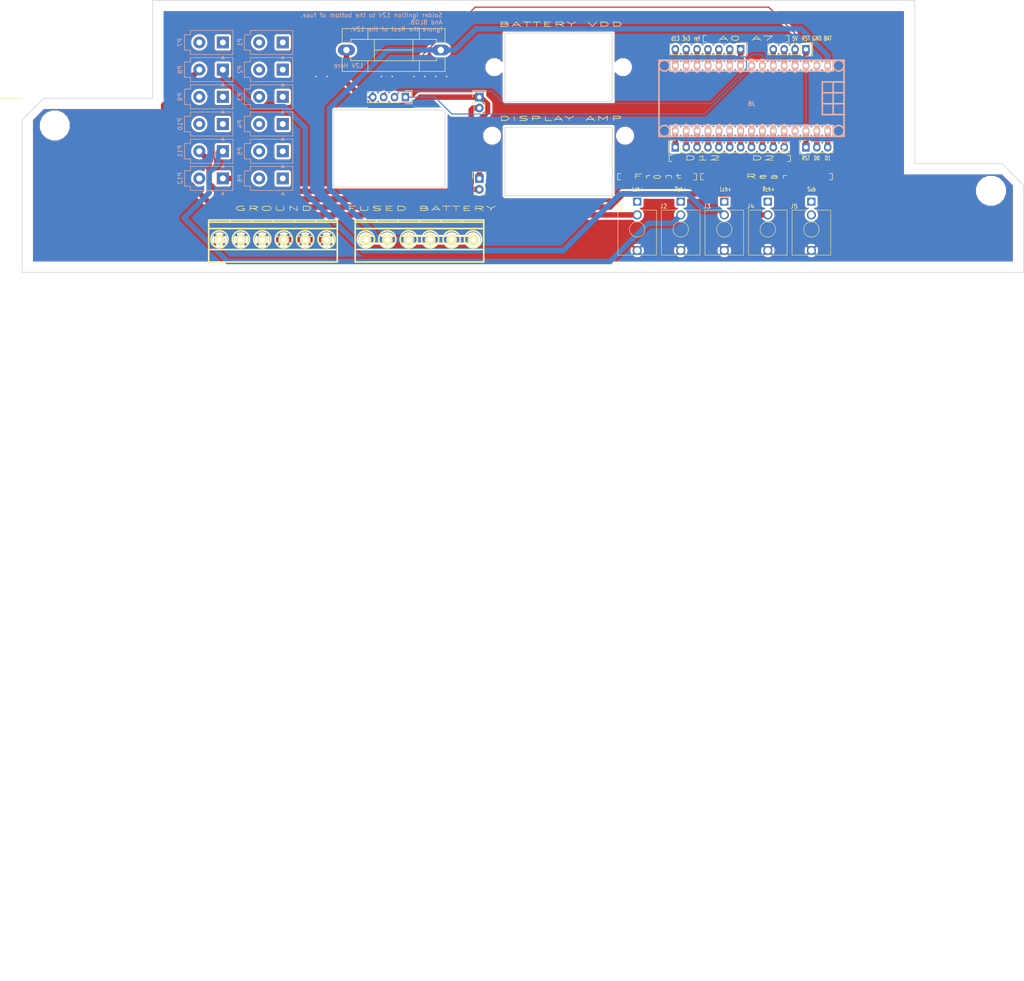
<source format=kicad_pcb>
(kicad_pcb (version 20171130) (host pcbnew 5.0.0-rc2)

  (general
    (thickness 1.6)
    (drawings 51)
    (tracks 143)
    (zones 0)
    (modules 35)
    (nets 51)
  )

  (page USLetter)
  (title_block
    (title "Project Title")
  )

  (layers
    (0 F.Cu signal)
    (31 B.Cu signal)
    (34 B.Paste user)
    (35 F.Paste user)
    (36 B.SilkS user)
    (37 F.SilkS user)
    (38 B.Mask user)
    (39 F.Mask user)
    (40 Dwgs.User user)
    (44 Edge.Cuts user)
    (46 B.CrtYd user)
    (47 F.CrtYd user)
    (48 B.Fab user)
    (49 F.Fab user)
  )

  (setup
    (last_trace_width 0.254)
    (user_trace_width 0.1524)
    (user_trace_width 0.254)
    (user_trace_width 0.3302)
    (user_trace_width 0.508)
    (user_trace_width 0.762)
    (user_trace_width 1.27)
    (trace_clearance 0.254)
    (zone_clearance 0.508)
    (zone_45_only no)
    (trace_min 0.1524)
    (segment_width 0.1524)
    (edge_width 0.1524)
    (via_size 0.6858)
    (via_drill 0.3302)
    (via_min_size 0.6858)
    (via_min_drill 0.3302)
    (user_via 0.6858 0.3302)
    (user_via 0.762 0.4064)
    (user_via 0.8636 0.508)
    (uvia_size 0.6858)
    (uvia_drill 0.3302)
    (uvias_allowed no)
    (uvia_min_size 0)
    (uvia_min_drill 0)
    (pcb_text_width 0.1524)
    (pcb_text_size 1.016 1.016)
    (mod_edge_width 0.1524)
    (mod_text_size 1.016 1.016)
    (mod_text_width 0.1524)
    (pad_size 2.13 2.13)
    (pad_drill 1.42)
    (pad_to_mask_clearance 0.0762)
    (solder_mask_min_width 0.1016)
    (pad_to_paste_clearance -0.0762)
    (aux_axis_origin 0 0)
    (visible_elements 7FFFFFFF)
    (pcbplotparams
      (layerselection 0x310fc_ffffffff)
      (usegerberextensions true)
      (usegerberattributes false)
      (usegerberadvancedattributes false)
      (creategerberjobfile false)
      (excludeedgelayer true)
      (linewidth 0.100000)
      (plotframeref false)
      (viasonmask false)
      (mode 1)
      (useauxorigin false)
      (hpglpennumber 1)
      (hpglpenspeed 20)
      (hpglpendiameter 15)
      (psnegative false)
      (psa4output false)
      (plotreference true)
      (plotvalue true)
      (plotinvisibletext false)
      (padsonsilk false)
      (subtractmaskfromsilk false)
      (outputformat 1)
      (mirror false)
      (drillshape 0)
      (scaleselection 1)
      (outputdirectory gerber_rev1/))
  )

  (net 0 "")
  (net 1 /BATT12V+)
  (net 2 "Net-(P1-Pad1)")
  (net 3 +12V)
  (net 4 /DIM+)
  (net 5 /Front_Rch-)
  (net 6 /Rear_Rch-)
  (net 7 "Net-(P5-Pad1)")
  (net 8 /DIN-)
  (net 9 /Front_Lch+)
  (net 10 /Rear_Lch+)
  (net 11 /Front_Rch+)
  (net 12 /Rear_Rch+)
  (net 13 /SW+12V)
  (net 14 /+BCH)
  (net 15 /AMP_SENS)
  (net 16 /Rear_Lch-)
  (net 17 /Front_Lch-)
  (net 18 /PARK)
  (net 19 GND)
  (net 20 "Net-(P2-Pad1)")
  (net 21 "Net-(P7-Pad2)")
  (net 22 "Net-(P7-Pad1)")
  (net 23 /IGN12V+)
  (net 24 /BATGROUND)
  (net 25 /duid1)
  (net 26 /duid0)
  (net 27 /duireset)
  (net 28 /duid2)
  (net 29 /duid3)
  (net 30 /duid4)
  (net 31 /duid5)
  (net 32 /duid6)
  (net 33 /duid7)
  (net 34 /duid8)
  (net 35 /duid9)
  (net 36 /duid10)
  (net 37 /duid11)
  (net 38 /duid12)
  (net 39 /duid13)
  (net 40 /dui3v3)
  (net 41 /duiaref)
  (net 42 /duia0)
  (net 43 /duia1)
  (net 44 /duia2)
  (net 45 /duia3)
  (net 46 /SDATA)
  (net 47 /SCLK)
  (net 48 /duia6)
  (net 49 /duia7)
  (net 50 /dui5v)

  (net_class Default "This is the default net class."
    (clearance 0.254)
    (trace_width 0.254)
    (via_dia 0.6858)
    (via_drill 0.3302)
    (uvia_dia 0.6858)
    (uvia_drill 0.3302)
    (add_net +12V)
    (add_net /+BCH)
    (add_net /AMP_SENS)
    (add_net /BATGROUND)
    (add_net /BATT12V+)
    (add_net /DIM+)
    (add_net /DIN-)
    (add_net /Front_Lch+)
    (add_net /Front_Lch-)
    (add_net /Front_Rch+)
    (add_net /Front_Rch-)
    (add_net /IGN12V+)
    (add_net /PARK)
    (add_net /Rear_Lch+)
    (add_net /Rear_Lch-)
    (add_net /Rear_Rch+)
    (add_net /Rear_Rch-)
    (add_net /SCLK)
    (add_net /SDATA)
    (add_net /SW+12V)
    (add_net /dui3v3)
    (add_net /dui5v)
    (add_net /duia0)
    (add_net /duia1)
    (add_net /duia2)
    (add_net /duia3)
    (add_net /duia6)
    (add_net /duia7)
    (add_net /duiaref)
    (add_net /duid0)
    (add_net /duid1)
    (add_net /duid10)
    (add_net /duid11)
    (add_net /duid12)
    (add_net /duid13)
    (add_net /duid2)
    (add_net /duid3)
    (add_net /duid4)
    (add_net /duid5)
    (add_net /duid6)
    (add_net /duid7)
    (add_net /duid8)
    (add_net /duid9)
    (add_net /duireset)
    (add_net GND)
    (add_net "Net-(P1-Pad1)")
    (add_net "Net-(P2-Pad1)")
    (add_net "Net-(P5-Pad1)")
    (add_net "Net-(P7-Pad1)")
    (add_net "Net-(P7-Pad2)")
  )

  (module Mounting_Holes:MountingHole_6mm (layer F.Cu) (tedit 5D4907C2) (tstamp 5D4C3A39)
    (at 246.38 69.85)
    (descr "Mounting Hole 6mm, no annular")
    (tags "mounting hole 6mm no annular")
    (path /5D49076D)
    (fp_text reference DIN2 (at -6.35 -2.54) (layer F.SilkS) hide
      (effects (font (size 1 1) (thickness 0.15)))
    )
    (fp_text value Mounting_Hole (at 0 7) (layer F.Fab)
      (effects (font (size 1 1) (thickness 0.15)))
    )
    (fp_circle (center 0 0) (end 6.25 0) (layer F.CrtYd) (width 0.05))
    (fp_circle (center 0 0) (end 6 0) (layer Cmts.User) (width 0.15))
    (pad 1 np_thru_hole circle (at 0 0) (size 6 6) (drill 6) (layers *.Cu *.Mask))
  )

  (module Mounting_Holes:MountingHole_6mm (layer F.Cu) (tedit 5D4907A1) (tstamp 5D4C3A32)
    (at 27.94 54.61)
    (descr "Mounting Hole 6mm, no annular")
    (tags "mounting hole 6mm no annular")
    (path /5D4906D1)
    (fp_text reference DIN1 (at 7.62 -3.81) (layer F.SilkS) hide
      (effects (font (size 1 1) (thickness 0.15)))
    )
    (fp_text value Mounting_Hole (at 0 7) (layer F.Fab)
      (effects (font (size 1 1) (thickness 0.15)))
    )
    (fp_circle (center 0 0) (end 6 0) (layer Cmts.User) (width 0.15))
    (fp_circle (center 0 0) (end 6.25 0) (layer F.CrtYd) (width 0.05))
    (pad 1 np_thru_hole circle (at 0 0) (size 6 6) (drill 6) (layers *.Cu *.Mask))
  )

  (module SteakElectronics:steakelectronics_fmask (layer F.Cu) (tedit 0) (tstamp 5D4F4D9E)
    (at 191.5 48)
    (path /5D49086D)
    (fp_text reference STKLOGO1 (at 8.89 -3.81) (layer F.Mask) hide
      (effects (font (size 1.524 1.524) (thickness 0.3)))
    )
    (fp_text value OPEN_HARDWARE_1 (at -3.81 -5.08) (layer F.Mask) hide
      (effects (font (size 1.524 1.524) (thickness 0.3)))
    )
    (fp_poly (pts (xy 9.799186 -2.060383) (xy 9.907996 -2.000373) (xy 10.005801 -1.939636) (xy 10.137933 -1.862775)
      (xy 10.24539 -1.812467) (xy 10.288912 -1.80109) (xy 10.372483 -1.773052) (xy 10.490649 -1.703466)
      (xy 10.610784 -1.614127) (xy 10.700262 -1.526832) (xy 10.701168 -1.525695) (xy 10.74143 -1.43075)
      (xy 10.758895 -1.303421) (xy 10.715872 -1.152797) (xy 10.584376 -0.977349) (xy 10.364782 -0.777481)
      (xy 10.058341 -0.554181) (xy 9.90482 -0.448734) (xy 9.808626 -0.368021) (xy 9.750405 -0.285293)
      (xy 9.710802 -0.173798) (xy 9.6743 -0.023364) (xy 9.609947 0.197163) (xy 9.518755 0.388594)
      (xy 9.382499 0.585068) (xy 9.28795 0.700369) (xy 9.217241 0.818906) (xy 9.15202 0.984225)
      (xy 9.108117 1.151324) (xy 9.098514 1.238916) (xy 9.057279 1.361944) (xy 8.950608 1.488404)
      (xy 8.801838 1.596225) (xy 8.655452 1.657935) (xy 8.386503 1.70311) (xy 8.133945 1.676024)
      (xy 8.012546 1.639319) (xy 7.831919 1.548155) (xy 7.701097 1.411694) (xy 7.607135 1.212761)
      (xy 7.558599 1.037037) (xy 7.462464 0.745982) (xy 7.320863 0.477361) (xy 7.318362 0.473579)
      (xy 7.245697 0.346897) (xy 8.662314 0.346897) (xy 8.712228 0.354169) (xy 8.797636 0.356246)
      (xy 8.907158 0.353312) (xy 8.947191 0.34508) (xy 8.925271 0.336946) (xy 8.798575 0.32863)
      (xy 8.694362 0.336316) (xy 8.662314 0.346897) (xy 7.245697 0.346897) (xy 7.203372 0.273111)
      (xy 7.197294 0.254533) (xy 8.754678 0.254533) (xy 8.804592 0.261805) (xy 8.89 0.263883)
      (xy 8.999521 0.260948) (xy 9.039554 0.252717) (xy 9.017635 0.244582) (xy 8.890939 0.236267)
      (xy 8.786726 0.243952) (xy 8.754678 0.254533) (xy 7.197294 0.254533) (xy 7.167076 0.162169)
      (xy 8.847042 0.162169) (xy 8.896956 0.169442) (xy 8.982364 0.171519) (xy 9.091885 0.168584)
      (xy 9.131918 0.160353) (xy 9.109999 0.152219) (xy 8.983303 0.143903) (xy 8.87909 0.151588)
      (xy 8.847042 0.162169) (xy 7.167076 0.162169) (xy 7.142094 0.08581) (xy 7.13676 0.048908)
      (xy 8.820727 0.048908) (xy 8.86035 0.07896) (xy 8.956905 0.091197) (xy 9.076916 0.086728)
      (xy 9.186913 0.066663) (xy 9.251208 0.034637) (xy 9.289977 -0.046492) (xy 9.317495 -0.17478)
      (xy 9.321001 -0.207818) (xy 9.347903 -0.356162) (xy 9.394122 -0.481411) (xy 9.402884 -0.496454)
      (xy 9.439424 -0.56174) (xy 9.425648 -0.591644) (xy 9.344656 -0.599974) (xy 9.275701 -0.600363)
      (xy 9.08915 -0.574797) (xy 8.97304 -0.492832) (xy 8.919208 -0.346571) (xy 8.913091 -0.249567)
      (xy 8.903192 -0.121349) (xy 8.878363 -0.03637) (xy 8.866909 -0.02309) (xy 8.822489 0.035951)
      (xy 8.820727 0.048908) (xy 7.13676 0.048908) (xy 7.123697 -0.041452) (xy 7.10604 -0.19032)
      (xy 7.075029 -0.278722) (xy 7.009759 -0.338247) (xy 6.889322 -0.400483) (xy 6.884564 -0.402757)
      (xy 6.663515 -0.531132) (xy 6.452079 -0.694413) (xy 6.265421 -0.876394) (xy 6.118703 -1.06087)
      (xy 6.027089 -1.231636) (xy 6.003636 -1.344234) (xy 6.017572 -1.420578) (xy 6.068355 -1.500817)
      (xy 6.16945 -1.601137) (xy 6.324444 -1.729851) (xy 6.501657 -1.867291) (xy 6.622283 -1.952296)
      (xy 6.682728 -1.982933) (xy 6.679399 -1.957274) (xy 6.625334 -1.891513) (xy 6.566215 -1.767534)
      (xy 6.551176 -1.600453) (xy 6.579891 -1.428158) (xy 6.630268 -1.317814) (xy 6.717002 -1.230821)
      (xy 6.843944 -1.149049) (xy 6.870832 -1.13608) (xy 6.983747 -1.091229) (xy 7.072456 -1.082715)
      (xy 7.181287 -1.110483) (xy 7.250816 -1.135613) (xy 7.430882 -1.193944) (xy 7.630182 -1.246342)
      (xy 7.689273 -1.259149) (xy 7.865076 -1.283491) (xy 8.088722 -1.298528) (xy 8.341719 -1.304824)
      (xy 8.605578 -1.302943) (xy 8.861808 -1.29345) (xy 9.091918 -1.27691) (xy 9.277419 -1.253888)
      (xy 9.39982 -1.224949) (xy 9.434449 -1.205841) (xy 9.532095 -1.162713) (xy 9.67765 -1.15462)
      (xy 9.834752 -1.178793) (xy 9.967039 -1.232462) (xy 9.989406 -1.248113) (xy 10.10333 -1.364931)
      (xy 10.1433 -1.486536) (xy 10.1076 -1.624405) (xy 9.994513 -1.790016) (xy 9.891167 -1.905)
      (xy 9.792942 -2.013352) (xy 9.761558 -2.064927) (xy 9.799186 -2.060383)) (layer F.Mask) (width 0.01))
    (fp_poly (pts (xy -10.158204 -0.875854) (xy -10.069402 -0.864754) (xy -10.0309 -0.834709) (xy -10.021665 -0.77627)
      (xy -10.021454 -0.7441) (xy -10.027054 -0.663862) (xy -10.060106 -0.625678) (xy -10.144997 -0.61543)
      (xy -10.240818 -0.6171) (xy -10.391114 -0.610761) (xy -10.470402 -0.585976) (xy -10.472315 -0.550055)
      (xy -10.390488 -0.510309) (xy -10.344727 -0.49777) (xy -10.158829 -0.444365) (xy -10.047109 -0.384254)
      (xy -9.991886 -0.301103) (xy -9.975479 -0.178577) (xy -9.975273 -0.156451) (xy -9.989305 -0.009734)
      (xy -10.039912 0.081237) (xy -10.077912 0.112836) (xy -10.193007 0.156154) (xy -10.360897 0.177716)
      (xy -10.544041 0.175024) (xy -10.679545 0.152893) (xy -10.745694 0.091002) (xy -10.760364 -0.002243)
      (xy -10.752816 -0.094134) (xy -10.712668 -0.113601) (xy -10.641903 -0.09122) (xy -10.503375 -0.057053)
      (xy -10.384516 -0.046181) (xy -10.284165 -0.068823) (xy -10.256094 -0.121877) (xy -10.296743 -0.18304)
      (xy -10.40255 -0.230008) (xy -10.414279 -0.232599) (xy -10.598525 -0.285155) (xy -10.706519 -0.358911)
      (xy -10.754143 -0.468546) (xy -10.760364 -0.552508) (xy -10.743297 -0.706343) (xy -10.682561 -0.804674)
      (xy -10.563853 -0.858016) (xy -10.372869 -0.876885) (xy -10.318338 -0.877454) (xy -10.158204 -0.875854)) (layer F.Mask) (width 0.01))
    (fp_poly (pts (xy -8.913091 -0.762) (xy -8.925167 -0.683922) (xy -8.979512 -0.651959) (xy -9.074727 -0.646545)
      (xy -9.236364 -0.646545) (xy -9.236364 0.184728) (xy -9.367212 0.184728) (xy -9.47298 0.174837)
      (xy -9.528848 0.15394) (xy -9.543 0.096444) (xy -9.553721 -0.029644) (xy -9.55925 -0.200567)
      (xy -9.559636 -0.261697) (xy -9.559636 -0.646545) (xy -9.721273 -0.646545) (xy -9.830581 -0.655171)
      (xy -9.875329 -0.693988) (xy -9.882909 -0.762) (xy -9.882909 -0.877454) (xy -8.913091 -0.877454)
      (xy -8.913091 -0.762)) (layer F.Mask) (width 0.01))
    (fp_poly (pts (xy -8.268038 -0.876224) (xy -8.158321 -0.868607) (xy -8.103277 -0.848714) (xy -8.08406 -0.810657)
      (xy -8.081818 -0.762) (xy -8.090432 -0.690755) (xy -8.132771 -0.657) (xy -8.233583 -0.646986)
      (xy -8.289636 -0.646545) (xy -8.428573 -0.636789) (xy -8.49078 -0.60456) (xy -8.497454 -0.579928)
      (xy -8.456912 -0.529435) (xy -8.33203 -0.501755) (xy -8.301182 -0.499109) (xy -8.177009 -0.48385)
      (xy -8.12003 -0.451033) (xy -8.105082 -0.384037) (xy -8.104909 -0.369454) (xy -8.115577 -0.295639)
      (xy -8.164357 -0.258593) (xy -8.276413 -0.241693) (xy -8.301182 -0.239799) (xy -8.428413 -0.222331)
      (xy -8.486129 -0.186474) (xy -8.497454 -0.13589) (xy -8.484471 -0.08195) (xy -8.430546 -0.055058)
      (xy -8.313214 -0.046487) (xy -8.266545 -0.046181) (xy -8.129503 -0.042438) (xy -8.061136 -0.023335)
      (xy -8.037824 0.022939) (xy -8.035636 0.069273) (xy -8.03924 0.125182) (xy -8.062244 0.159303)
      (xy -8.122934 0.177015) (xy -8.239596 0.183697) (xy -8.428182 0.184728) (xy -8.820727 0.184728)
      (xy -8.820727 -0.877454) (xy -8.451273 -0.877454) (xy -8.268038 -0.876224)) (layer F.Mask) (width 0.01))
    (fp_poly (pts (xy -7.314312 -0.866507) (xy -7.248339 -0.820291) (xy -7.214597 -0.750454) (xy -7.173248 -0.63831)
      (xy -7.114759 -0.478767) (xy -7.06639 -0.346363) (xy -7.005891 -0.181938) (xy -6.952245 -0.038636)
      (xy -6.923214 0.03681) (xy -6.889122 0.133702) (xy -6.90426 0.175072) (xy -6.986869 0.184562)
      (xy -7.037341 0.184728) (xy -7.15589 0.168661) (xy -7.211413 0.111916) (xy -7.217745 0.092364)
      (xy -7.25358 0.031257) (xy -7.335756 0.004401) (xy -7.435273 0) (xy -7.565687 0.009484)
      (xy -7.631302 0.04538) (xy -7.652801 0.092364) (xy -7.697656 0.159958) (xy -7.79994 0.184007)
      (xy -7.833204 0.184728) (xy -7.937961 0.180578) (xy -7.988597 0.170419) (xy -7.989454 0.168744)
      (xy -7.985193 0.151579) (xy -7.969891 0.105763) (xy -7.939771 0.020832) (xy -7.891056 -0.113678)
      (xy -7.819968 -0.308231) (xy -7.812634 -0.328224) (xy -7.520627 -0.328224) (xy -7.507453 -0.254838)
      (xy -7.430332 -0.230909) (xy -7.359963 -0.250181) (xy -7.361059 -0.303959) (xy -7.387589 -0.416868)
      (xy -7.39056 -0.454049) (xy -7.399238 -0.500986) (xy -7.433637 -0.474861) (xy -7.459832 -0.441446)
      (xy -7.520627 -0.328224) (xy -7.812634 -0.328224) (xy -7.72273 -0.57329) (xy -7.65764 -0.750454)
      (xy -7.611142 -0.836227) (xy -7.534787 -0.87174) (xy -7.436358 -0.877454) (xy -7.314312 -0.866507)) (layer F.Mask) (width 0.01))
    (fp_poly (pts (xy -6.562818 -0.867873) (xy -6.520769 -0.821083) (xy -6.503359 -0.710011) (xy -6.502879 -0.704272)
      (xy -6.488545 -0.53109) (xy -6.327229 -0.704272) (xy -6.209451 -0.814749) (xy -6.104336 -0.866104)
      (xy -5.992411 -0.877454) (xy -5.880898 -0.871312) (xy -5.821771 -0.856083) (xy -5.818909 -0.851365)
      (xy -5.849545 -0.808485) (xy -5.929973 -0.720792) (xy -6.042972 -0.607034) (xy -6.046265 -0.603824)
      (xy -6.273621 -0.382372) (xy -6.023174 -0.135036) (xy -5.903451 -0.012365) (xy -5.814891 0.086826)
      (xy -5.773818 0.144056) (xy -5.772727 0.148514) (xy -5.813519 0.171898) (xy -5.914534 0.184183)
      (xy -5.944161 0.184728) (xy -6.061062 0.170913) (xy -6.166692 0.118523) (xy -6.292261 0.011141)
      (xy -6.313616 -0.009615) (xy -6.511636 -0.203958) (xy -6.511636 -0.009615) (xy -6.516429 0.112781)
      (xy -6.543098 0.168743) (xy -6.610085 0.184135) (xy -6.650182 0.184728) (xy -6.788727 0.184728)
      (xy -6.788727 -0.877454) (xy -6.65297 -0.877454) (xy -6.562818 -0.867873)) (layer F.Mask) (width 0.01))
    (fp_poly (pts (xy -4.665857 -0.876224) (xy -4.55614 -0.868607) (xy -4.501095 -0.848714) (xy -4.481878 -0.810657)
      (xy -4.479636 -0.762) (xy -4.48825 -0.690755) (xy -4.530589 -0.657) (xy -4.631401 -0.646986)
      (xy -4.687454 -0.646545) (xy -4.82443 -0.637479) (xy -4.886823 -0.606654) (xy -4.895273 -0.577272)
      (xy -4.864769 -0.529105) (xy -4.763653 -0.509257) (xy -4.710545 -0.508) (xy -4.592097 -0.502529)
      (xy -4.539441 -0.472881) (xy -4.52611 -0.399204) (xy -4.525818 -0.369454) (xy -4.533113 -0.280618)
      (xy -4.572643 -0.241126) (xy -4.670879 -0.231127) (xy -4.710545 -0.230909) (xy -4.831401 -0.223163)
      (xy -4.884814 -0.191857) (xy -4.895273 -0.138545) (xy -4.883116 -0.083145) (xy -4.831514 -0.055515)
      (xy -4.717773 -0.046577) (xy -4.664364 -0.046181) (xy -4.527321 -0.042438) (xy -4.458954 -0.023335)
      (xy -4.435642 0.022939) (xy -4.433454 0.069273) (xy -4.437059 0.125182) (xy -4.460062 0.159303)
      (xy -4.520752 0.177015) (xy -4.637414 0.183697) (xy -4.826 0.184728) (xy -5.218545 0.184728)
      (xy -5.218545 -0.877454) (xy -4.849091 -0.877454) (xy -4.665857 -0.876224)) (layer F.Mask) (width 0.01))
    (fp_poly (pts (xy -3.971636 -0.046181) (xy -3.740727 -0.046181) (xy -3.603685 -0.042438) (xy -3.535318 -0.023335)
      (xy -3.512006 0.022939) (xy -3.509818 0.069273) (xy -3.513422 0.125182) (xy -3.536426 0.159303)
      (xy -3.597115 0.177015) (xy -3.713778 0.183697) (xy -3.902364 0.184728) (xy -4.294909 0.184728)
      (xy -4.294909 -0.877454) (xy -3.971636 -0.877454) (xy -3.971636 -0.046181)) (layer F.Mask) (width 0.01))
    (fp_poly (pts (xy -2.818584 -0.876224) (xy -2.708867 -0.868607) (xy -2.653822 -0.848714) (xy -2.634605 -0.810657)
      (xy -2.632364 -0.762) (xy -2.63985 -0.693478) (xy -2.678057 -0.659295) (xy -2.770603 -0.647639)
      (xy -2.863273 -0.646545) (xy -3.003716 -0.640779) (xy -3.073535 -0.618491) (xy -3.094025 -0.572197)
      (xy -3.094182 -0.565394) (xy -3.079299 -0.515801) (xy -3.019544 -0.496454) (xy -2.892252 -0.500309)
      (xy -2.886364 -0.500772) (xy -2.758835 -0.507631) (xy -2.698326 -0.491118) (xy -2.67985 -0.436002)
      (xy -2.678545 -0.374104) (xy -2.684192 -0.286076) (xy -2.717858 -0.244386) (xy -2.804637 -0.231744)
      (xy -2.886364 -0.230909) (xy -3.016233 -0.224865) (xy -3.077645 -0.199771) (xy -3.094102 -0.14518)
      (xy -3.094182 -0.138545) (xy -3.082025 -0.083145) (xy -3.030423 -0.055515) (xy -2.916682 -0.046577)
      (xy -2.863273 -0.046181) (xy -2.72623 -0.042438) (xy -2.657863 -0.023335) (xy -2.634551 0.022939)
      (xy -2.632364 0.069273) (xy -2.636301 0.126534) (xy -2.660675 0.16082) (xy -2.724332 0.178022)
      (xy -2.846116 0.184027) (xy -3.001818 0.184728) (xy -3.371273 0.184728) (xy -3.371273 -0.877454)
      (xy -3.001818 -0.877454) (xy -2.818584 -0.876224)) (layer F.Mask) (width 0.01))
    (fp_poly (pts (xy -1.921044 -0.867929) (xy -1.765643 -0.85799) (xy -1.679789 -0.839713) (xy -1.640712 -0.801829)
      (xy -1.625641 -0.733065) (xy -1.624228 -0.72101) (xy -1.622816 -0.629584) (xy -1.656418 -0.608628)
      (xy -1.686246 -0.617298) (xy -1.847903 -0.669514) (xy -1.959734 -0.673295) (xy -2.052226 -0.62582)
      (xy -2.104109 -0.578634) (xy -2.187273 -0.474735) (xy -2.207266 -0.372757) (xy -2.198658 -0.308666)
      (xy -2.133075 -0.137993) (xy -2.0178 -0.045006) (xy -1.853751 -0.030129) (xy -1.689927 -0.074016)
      (xy -1.634013 -0.072574) (xy -1.616474 0.002056) (xy -1.616364 0.013209) (xy -1.642506 0.111574)
      (xy -1.689413 0.156696) (xy -1.843821 0.183462) (xy -2.031054 0.173238) (xy -2.201117 0.129918)
      (xy -2.235445 0.114188) (xy -2.376757 0.01893) (xy -2.456555 -0.100167) (xy -2.489223 -0.269791)
      (xy -2.492349 -0.362471) (xy -2.486323 -0.517355) (xy -2.456117 -0.619485) (xy -2.387011 -0.707985)
      (xy -2.348225 -0.745492) (xy -2.257227 -0.821728) (xy -2.171457 -0.860526) (xy -2.056129 -0.871855)
      (xy -1.921044 -0.867929)) (layer F.Mask) (width 0.01))
    (fp_poly (pts (xy -1.073727 -0.867471) (xy -0.854203 -0.860467) (xy -0.710931 -0.851062) (xy -0.627807 -0.835835)
      (xy -0.588726 -0.811364) (xy -0.577581 -0.774228) (xy -0.577273 -0.762) (xy -0.597147 -0.697502)
      (xy -0.672228 -0.66507) (xy -0.750454 -0.655303) (xy -0.923636 -0.640969) (xy -0.923636 0.184728)
      (xy -1.200727 0.184728) (xy -1.200727 -0.646545) (xy -1.385454 -0.646545) (xy -1.504409 -0.652778)
      (xy -1.557284 -0.682464) (xy -1.5701 -0.752088) (xy -1.570182 -0.763562) (xy -1.570182 -0.880579)
      (xy -1.073727 -0.867471)) (layer F.Mask) (width 0.01))
    (fp_poly (pts (xy 0.031644 -0.874091) (xy 0.14009 -0.858698) (xy 0.210616 -0.823318) (xy 0.270402 -0.759995)
      (xy 0.273739 -0.755772) (xy 0.339817 -0.65596) (xy 0.369347 -0.580104) (xy 0.369455 -0.577272)
      (xy 0.342826 -0.504196) (xy 0.27828 -0.404609) (xy 0.273739 -0.398773) (xy 0.221559 -0.318175)
      (xy 0.217589 -0.27808) (xy 0.222471 -0.27709) (xy 0.260653 -0.239856) (xy 0.319966 -0.148072)
      (xy 0.38409 -0.031621) (xy 0.436705 0.079617) (xy 0.461489 0.155761) (xy 0.461818 0.161133)
      (xy 0.421264 0.176959) (xy 0.322006 0.1846) (xy 0.305785 0.184728) (xy 0.188938 0.169429)
      (xy 0.121016 0.105473) (xy 0.090734 0.042249) (xy 0.011857 -0.105024) (xy -0.075958 -0.202832)
      (xy -0.141844 -0.230909) (xy -0.16742 -0.189625) (xy -0.182761 -0.085176) (xy -0.184727 -0.02309)
      (xy -0.188743 0.1047) (xy -0.211932 0.165226) (xy -0.271005 0.183553) (xy -0.323273 0.184728)
      (xy -0.461818 0.184728) (xy -0.461818 -0.53109) (xy -0.184727 -0.53109) (xy -0.157176 -0.438368)
      (xy -0.089422 -0.419488) (xy -0.003818 -0.480336) (xy -0.001679 -0.482886) (xy 0.03082 -0.569617)
      (xy -0.016469 -0.630714) (xy -0.095089 -0.646545) (xy -0.165795 -0.618009) (xy -0.184727 -0.53109)
      (xy -0.461818 -0.53109) (xy -0.461818 -0.877454) (xy -0.141897 -0.877454) (xy 0.031644 -0.874091)) (layer F.Mask) (width 0.01))
    (fp_poly (pts (xy 1.228439 -0.870248) (xy 1.336705 -0.841182) (xy 1.424238 -0.779085) (xy 1.447308 -0.756824)
      (xy 1.556627 -0.592947) (xy 1.604676 -0.399511) (xy 1.593131 -0.202269) (xy 1.523669 -0.026974)
      (xy 1.397965 0.100618) (xy 1.391247 0.104687) (xy 1.220062 0.16453) (xy 1.014208 0.179192)
      (xy 0.82097 0.146085) (xy 0.796928 0.137215) (xy 0.662851 0.037998) (xy 0.566907 -0.119199)
      (xy 0.519172 -0.304358) (xy 0.52288 -0.368712) (xy 0.827656 -0.368712) (xy 0.850907 -0.202449)
      (xy 0.880523 -0.132812) (xy 0.963315 -0.060814) (xy 1.078985 -0.049755) (xy 1.195594 -0.094775)
      (xy 1.281203 -0.191011) (xy 1.282668 -0.194026) (xy 1.319006 -0.362208) (xy 1.276249 -0.519616)
      (xy 1.171964 -0.631417) (xy 1.084258 -0.677168) (xy 1.011563 -0.666199) (xy 0.946727 -0.627701)
      (xy 0.861053 -0.521354) (xy 0.827656 -0.368712) (xy 0.52288 -0.368712) (xy 0.529723 -0.487462)
      (xy 0.559953 -0.568763) (xy 0.668305 -0.738832) (xy 0.792916 -0.834711) (xy 0.962157 -0.873777)
      (xy 1.063934 -0.877454) (xy 1.228439 -0.870248)) (layer F.Mask) (width 0.01))
    (fp_poly (pts (xy 2.032472 -0.870707) (xy 2.094257 -0.838816) (xy 2.154678 -0.764305) (xy 2.231393 -0.629702)
      (xy 2.263396 -0.56892) (xy 2.424546 -0.260386) (xy 2.438201 -0.56892) (xy 2.447019 -0.73287)
      (xy 2.461861 -0.825145) (xy 2.492749 -0.866346) (xy 2.549705 -0.877077) (xy 2.588292 -0.877454)
      (xy 2.724727 -0.877454) (xy 2.724727 0.190303) (xy 2.558939 0.17597) (xy 2.471376 0.162146)
      (xy 2.405217 0.126707) (xy 2.342316 0.051643) (xy 2.264525 -0.081053) (xy 2.22412 -0.156283)
      (xy 2.055091 -0.474202) (xy 2.041522 -0.144737) (xy 2.032597 0.026239) (xy 2.018322 0.124773)
      (xy 1.991028 0.170757) (xy 1.943049 0.184084) (xy 1.914522 0.184728) (xy 1.801091 0.184728)
      (xy 1.801091 -0.877454) (xy 1.951669 -0.877454) (xy 2.032472 -0.870707)) (layer F.Mask) (width 0.01))
    (fp_poly (pts (xy 3.232727 0.184728) (xy 3.101879 0.184728) (xy 3.00063 0.178715) (xy 2.951788 0.165671)
      (xy 2.945279 0.114609) (xy 2.942347 -0.009273) (xy 2.943167 -0.186494) (xy 2.946972 -0.36542)
      (xy 2.961398 -0.877454) (xy 3.232727 -0.877454) (xy 3.232727 0.184728)) (layer F.Mask) (width 0.01))
    (fp_poly (pts (xy 4.109286 -0.869729) (xy 4.225069 -0.841731) (xy 4.281533 -0.786228) (xy 4.294909 -0.707765)
      (xy 4.282919 -0.627479) (xy 4.229315 -0.618611) (xy 4.191 -0.630404) (xy 3.991686 -0.667801)
      (xy 3.836501 -0.631103) (xy 3.734507 -0.525593) (xy 3.694764 -0.356556) (xy 3.694546 -0.340835)
      (xy 3.729977 -0.186171) (xy 3.821603 -0.072865) (xy 3.947424 -0.016831) (xy 4.08544 -0.033986)
      (xy 4.105401 -0.043623) (xy 4.220017 -0.088188) (xy 4.279707 -0.063961) (xy 4.294909 0.017705)
      (xy 4.260436 0.118285) (xy 4.191 0.15562) (xy 3.999643 0.181872) (xy 3.801148 0.170245)
      (xy 3.648364 0.125955) (xy 3.553784 0.047651) (xy 3.464361 -0.074324) (xy 3.447328 -0.106281)
      (xy 3.387399 -0.323202) (xy 3.417284 -0.53352) (xy 3.534691 -0.72373) (xy 3.555844 -0.745857)
      (xy 3.657722 -0.829823) (xy 3.768209 -0.868535) (xy 3.918125 -0.877454) (xy 4.109286 -0.869729)) (layer F.Mask) (width 0.01))
    (fp_poly (pts (xy 5.101457 -0.864935) (xy 5.215637 -0.827851) (xy 5.258911 -0.760943) (xy 5.256052 -0.710284)
      (xy 5.209764 -0.644504) (xy 5.147599 -0.643317) (xy 4.963596 -0.667675) (xy 4.832097 -0.652339)
      (xy 4.768689 -0.59943) (xy 4.766549 -0.591451) (xy 4.782414 -0.531199) (xy 4.870041 -0.492189)
      (xy 4.915886 -0.482326) (xy 5.113334 -0.416308) (xy 5.244151 -0.312602) (xy 5.301787 -0.18408)
      (xy 5.279694 -0.043619) (xy 5.197554 0.071372) (xy 5.051291 0.156541) (xy 4.840636 0.181897)
      (xy 4.583546 0.152136) (xy 4.505528 0.112784) (xy 4.480069 0.018767) (xy 4.479636 -0.003831)
      (xy 4.479636 -0.139785) (xy 4.652282 -0.067649) (xy 4.804479 -0.024271) (xy 4.93084 -0.024026)
      (xy 5.010295 -0.063581) (xy 5.025097 -0.126633) (xy 4.968647 -0.191463) (xy 4.838354 -0.239419)
      (xy 4.828071 -0.241634) (xy 4.629836 -0.311664) (xy 4.514018 -0.422598) (xy 4.479636 -0.561339)
      (xy 4.517011 -0.719776) (xy 4.62863 -0.823749) (xy 4.813731 -0.872696) (xy 4.906818 -0.876747)
      (xy 5.101457 -0.864935)) (layer F.Mask) (width 0.01))
  )

  (module Connector_Audio:Jack_3.5mm_QingPu_WQP-PJ398SM_Vertical_CircularHoles (layer F.Cu) (tedit 5D523B0F) (tstamp 5D55B934)
    (at 163.83 72.39)
    (descr "TRS 3.5mm, vertical, Thonkiconn, PCB mount, (http://www.qingpu-electronics.com/en/products/WQP-PJ398SM-362.html)")
    (tags "WQP-PJ398SM WQP-PJ301M-12 TRS 3.5mm mono vertical jack thonkiconn qingpu")
    (path /5D493775)
    (fp_text reference J1 (at -4.03 1.08 180) (layer F.SilkS)
      (effects (font (size 1 1) (thickness 0.15)))
    )
    (fp_text value JACK_2P (at 0 5 180) (layer F.Fab)
      (effects (font (size 1 1) (thickness 0.15)))
    )
    (fp_text user KEEPOUT (at 0 6.48) (layer Cmts.User)
      (effects (font (size 0.4 0.4) (thickness 0.051)))
    )
    (fp_line (start -5 12.98) (end -5 -1.42) (layer F.CrtYd) (width 0.05))
    (fp_line (start -4.5 12.48) (end -4.5 2.08) (layer F.Fab) (width 0.1))
    (fp_text user %R (at 0 8 180) (layer F.Fab)
      (effects (font (size 1 1) (thickness 0.15)))
    )
    (fp_line (start -4.5 1.98) (end -4.5 12.48) (layer F.SilkS) (width 0.12))
    (fp_line (start 4.5 1.98) (end 4.5 12.48) (layer F.SilkS) (width 0.12))
    (fp_circle (center 0 6.48) (end 1.5 6.48) (layer Dwgs.User) (width 0.12))
    (fp_line (start 0.09 7.96) (end 1.48 6.57) (layer Dwgs.User) (width 0.12))
    (fp_line (start -0.58 7.83) (end 1.36 5.89) (layer Dwgs.User) (width 0.12))
    (fp_line (start -1.07 7.49) (end 1.01 5.41) (layer Dwgs.User) (width 0.12))
    (fp_line (start -1.42 6.875) (end 0.4 5.06) (layer Dwgs.User) (width 0.12))
    (fp_line (start -1.41 6.02) (end -0.46 5.07) (layer Dwgs.User) (width 0.12))
    (fp_line (start 4.5 12.48) (end 0.5 12.48) (layer F.SilkS) (width 0.12))
    (fp_line (start -0.5 12.48) (end -4.5 12.48) (layer F.SilkS) (width 0.12))
    (fp_line (start 4.5 1.98) (end 0.35 1.98) (layer F.SilkS) (width 0.12))
    (fp_line (start -0.35 1.98) (end -4.5 1.98) (layer F.SilkS) (width 0.12))
    (fp_circle (center 0 6.48) (end 1.8 6.48) (layer F.SilkS) (width 0.12))
    (fp_line (start -1.06 -1) (end -1.06 -0.2) (layer F.SilkS) (width 0.12))
    (fp_line (start -1.06 -1) (end -0.2 -1) (layer F.SilkS) (width 0.12))
    (fp_line (start 4.5 12.48) (end 4.5 2.08) (layer F.Fab) (width 0.1))
    (fp_line (start 4.5 12.48) (end -4.5 12.48) (layer F.Fab) (width 0.1))
    (fp_line (start 5 12.98) (end 5 -1.42) (layer F.CrtYd) (width 0.05))
    (fp_line (start 5 12.98) (end -5 12.98) (layer F.CrtYd) (width 0.05))
    (fp_line (start 5 -1.42) (end -5 -1.42) (layer F.CrtYd) (width 0.05))
    (fp_line (start 4.5 2.03) (end -4.5 2.03) (layer F.Fab) (width 0.1))
    (fp_circle (center 0 6.48) (end 1.8 6.48) (layer F.Fab) (width 0.1))
    (fp_line (start 0 0) (end 0 2.03) (layer F.Fab) (width 0.1))
    (pad TN thru_hole circle (at 0 3.1 180) (size 2.13 2.13) (drill 1.42) (layers *.Cu *.Mask)
      (net 9 /Front_Lch+))
    (pad S thru_hole rect (at 0 0 180) (size 1.93 1.83) (drill 1.22) (layers *.Cu *.Mask))
    (pad T thru_hole circle (at 0 11.4 180) (size 2.13 2.13) (drill 1.43) (layers *.Cu *.Mask)
      (net 19 GND))
    (model ${KISYS3DMOD}/Connector_Audio.3dshapes/Jack_3.5mm_QingPu_WQP-PJ398SM_Vertical.wrl
      (at (xyz 0 0 0))
      (scale (xyz 1 1 1))
      (rotate (xyz 0 0 0))
    )
  )

  (module Connector_Audio:Jack_3.5mm_QingPu_WQP-PJ398SM_Vertical_CircularHoles (layer F.Cu) (tedit 5D523EBD) (tstamp 5D55B956)
    (at 173.99 72.39)
    (descr "TRS 3.5mm, vertical, Thonkiconn, PCB mount, (http://www.qingpu-electronics.com/en/products/WQP-PJ398SM-362.html)")
    (tags "WQP-PJ398SM WQP-PJ301M-12 TRS 3.5mm mono vertical jack thonkiconn qingpu")
    (path /5D4936C7)
    (fp_text reference J2 (at -4.03 1.08 180) (layer F.SilkS)
      (effects (font (size 1 1) (thickness 0.15)))
    )
    (fp_text value JACK_2P (at 0 5 180) (layer F.Fab)
      (effects (font (size 1 1) (thickness 0.15)))
    )
    (fp_line (start 0 0) (end 0 2.03) (layer F.Fab) (width 0.1))
    (fp_circle (center 0 6.48) (end 1.8 6.48) (layer F.Fab) (width 0.1))
    (fp_line (start 4.5 2.03) (end -4.5 2.03) (layer F.Fab) (width 0.1))
    (fp_line (start 5 -1.42) (end -5 -1.42) (layer F.CrtYd) (width 0.05))
    (fp_line (start 5 12.98) (end -5 12.98) (layer F.CrtYd) (width 0.05))
    (fp_line (start 5 12.98) (end 5 -1.42) (layer F.CrtYd) (width 0.05))
    (fp_line (start 4.5 12.48) (end -4.5 12.48) (layer F.Fab) (width 0.1))
    (fp_line (start 4.5 12.48) (end 4.5 2.08) (layer F.Fab) (width 0.1))
    (fp_line (start -1.06 -1) (end -0.2 -1) (layer F.SilkS) (width 0.12))
    (fp_line (start -1.06 -1) (end -1.06 -0.2) (layer F.SilkS) (width 0.12))
    (fp_circle (center 0 6.48) (end 1.8 6.48) (layer F.SilkS) (width 0.12))
    (fp_line (start -0.35 1.98) (end -4.5 1.98) (layer F.SilkS) (width 0.12))
    (fp_line (start 4.5 1.98) (end 0.35 1.98) (layer F.SilkS) (width 0.12))
    (fp_line (start -0.5 12.48) (end -4.5 12.48) (layer F.SilkS) (width 0.12))
    (fp_line (start 4.5 12.48) (end 0.5 12.48) (layer F.SilkS) (width 0.12))
    (fp_line (start -1.41 6.02) (end -0.46 5.07) (layer Dwgs.User) (width 0.12))
    (fp_line (start -1.42 6.875) (end 0.4 5.06) (layer Dwgs.User) (width 0.12))
    (fp_line (start -1.07 7.49) (end 1.01 5.41) (layer Dwgs.User) (width 0.12))
    (fp_line (start -0.58 7.83) (end 1.36 5.89) (layer Dwgs.User) (width 0.12))
    (fp_line (start 0.09 7.96) (end 1.48 6.57) (layer Dwgs.User) (width 0.12))
    (fp_circle (center 0 6.48) (end 1.5 6.48) (layer Dwgs.User) (width 0.12))
    (fp_line (start 4.5 1.98) (end 4.5 12.48) (layer F.SilkS) (width 0.12))
    (fp_line (start -4.5 1.98) (end -4.5 12.48) (layer F.SilkS) (width 0.12))
    (fp_text user %R (at 0 8 180) (layer F.Fab)
      (effects (font (size 1 1) (thickness 0.15)))
    )
    (fp_line (start -4.5 12.48) (end -4.5 2.08) (layer F.Fab) (width 0.1))
    (fp_line (start -5 12.98) (end -5 -1.42) (layer F.CrtYd) (width 0.05))
    (fp_text user KEEPOUT (at 0 6.48) (layer Cmts.User)
      (effects (font (size 0.4 0.4) (thickness 0.051)))
    )
    (pad T thru_hole circle (at 0 11.4 180) (size 2.13 2.13) (drill 1.43) (layers *.Cu *.Mask)
      (net 19 GND))
    (pad S thru_hole rect (at 0 0 180) (size 1.93 1.83) (drill 1.22) (layers *.Cu *.Mask))
    (pad TN thru_hole circle (at 0 3.1 180) (size 2.13 2.13) (drill 1.42) (layers *.Cu *.Mask)
      (net 11 /Front_Rch+))
    (model ${KISYS3DMOD}/Connector_Audio.3dshapes/Jack_3.5mm_QingPu_WQP-PJ398SM_Vertical.wrl
      (at (xyz 0 0 0))
      (scale (xyz 1 1 1))
      (rotate (xyz 0 0 0))
    )
  )

  (module Connector_Audio:Jack_3.5mm_QingPu_WQP-PJ398SM_Vertical_CircularHoles (layer F.Cu) (tedit 5D523B31) (tstamp 5D55B978)
    (at 184.15 72.39)
    (descr "TRS 3.5mm, vertical, Thonkiconn, PCB mount, (http://www.qingpu-electronics.com/en/products/WQP-PJ398SM-362.html)")
    (tags "WQP-PJ398SM WQP-PJ301M-12 TRS 3.5mm mono vertical jack thonkiconn qingpu")
    (path /5D49366F)
    (fp_text reference J3 (at -4.03 1.08 180) (layer F.SilkS)
      (effects (font (size 1 1) (thickness 0.15)))
    )
    (fp_text value JACK_2P (at 0 5 180) (layer F.Fab)
      (effects (font (size 1 1) (thickness 0.15)))
    )
    (fp_line (start 0 0) (end 0 2.03) (layer F.Fab) (width 0.1))
    (fp_circle (center 0 6.48) (end 1.8 6.48) (layer F.Fab) (width 0.1))
    (fp_line (start 4.5 2.03) (end -4.5 2.03) (layer F.Fab) (width 0.1))
    (fp_line (start 5 -1.42) (end -5 -1.42) (layer F.CrtYd) (width 0.05))
    (fp_line (start 5 12.98) (end -5 12.98) (layer F.CrtYd) (width 0.05))
    (fp_line (start 5 12.98) (end 5 -1.42) (layer F.CrtYd) (width 0.05))
    (fp_line (start 4.5 12.48) (end -4.5 12.48) (layer F.Fab) (width 0.1))
    (fp_line (start 4.5 12.48) (end 4.5 2.08) (layer F.Fab) (width 0.1))
    (fp_line (start -1.06 -1) (end -0.2 -1) (layer F.SilkS) (width 0.12))
    (fp_line (start -1.06 -1) (end -1.06 -0.2) (layer F.SilkS) (width 0.12))
    (fp_circle (center 0 6.48) (end 1.8 6.48) (layer F.SilkS) (width 0.12))
    (fp_line (start -0.35 1.98) (end -4.5 1.98) (layer F.SilkS) (width 0.12))
    (fp_line (start 4.5 1.98) (end 0.35 1.98) (layer F.SilkS) (width 0.12))
    (fp_line (start -0.5 12.48) (end -4.5 12.48) (layer F.SilkS) (width 0.12))
    (fp_line (start 4.5 12.48) (end 0.5 12.48) (layer F.SilkS) (width 0.12))
    (fp_line (start -1.41 6.02) (end -0.46 5.07) (layer Dwgs.User) (width 0.12))
    (fp_line (start -1.42 6.875) (end 0.4 5.06) (layer Dwgs.User) (width 0.12))
    (fp_line (start -1.07 7.49) (end 1.01 5.41) (layer Dwgs.User) (width 0.12))
    (fp_line (start -0.58 7.83) (end 1.36 5.89) (layer Dwgs.User) (width 0.12))
    (fp_line (start 0.09 7.96) (end 1.48 6.57) (layer Dwgs.User) (width 0.12))
    (fp_circle (center 0 6.48) (end 1.5 6.48) (layer Dwgs.User) (width 0.12))
    (fp_line (start 4.5 1.98) (end 4.5 12.48) (layer F.SilkS) (width 0.12))
    (fp_line (start -4.5 1.98) (end -4.5 12.48) (layer F.SilkS) (width 0.12))
    (fp_text user %R (at 0 8 180) (layer F.Fab)
      (effects (font (size 1 1) (thickness 0.15)))
    )
    (fp_line (start -4.5 12.48) (end -4.5 2.08) (layer F.Fab) (width 0.1))
    (fp_line (start -5 12.98) (end -5 -1.42) (layer F.CrtYd) (width 0.05))
    (fp_text user KEEPOUT (at 0 6.48) (layer Cmts.User)
      (effects (font (size 0.4 0.4) (thickness 0.051)))
    )
    (pad T thru_hole circle (at 0 11.4 180) (size 2.13 2.13) (drill 1.43) (layers *.Cu *.Mask)
      (net 19 GND))
    (pad S thru_hole rect (at 0 0 180) (size 1.93 1.83) (drill 1.22) (layers *.Cu *.Mask))
    (pad TN thru_hole circle (at 0 3.1 180) (size 2.13 2.13) (drill 1.42) (layers *.Cu *.Mask)
      (net 10 /Rear_Lch+))
    (model ${KISYS3DMOD}/Connector_Audio.3dshapes/Jack_3.5mm_QingPu_WQP-PJ398SM_Vertical.wrl
      (at (xyz 0 0 0))
      (scale (xyz 1 1 1))
      (rotate (xyz 0 0 0))
    )
  )

  (module Connector_Audio:Jack_3.5mm_QingPu_WQP-PJ398SM_Vertical_CircularHoles (layer F.Cu) (tedit 5D523B2D) (tstamp 5D55B99A)
    (at 194.31 72.39)
    (descr "TRS 3.5mm, vertical, Thonkiconn, PCB mount, (http://www.qingpu-electronics.com/en/products/WQP-PJ398SM-362.html)")
    (tags "WQP-PJ398SM WQP-PJ301M-12 TRS 3.5mm mono vertical jack thonkiconn qingpu")
    (path /5D49353F)
    (fp_text reference J4 (at -4.03 1.08 180) (layer F.SilkS)
      (effects (font (size 1 1) (thickness 0.15)))
    )
    (fp_text value JACK_2P (at 0 5 180) (layer F.Fab)
      (effects (font (size 1 1) (thickness 0.15)))
    )
    (fp_text user KEEPOUT (at 0 6.48) (layer Cmts.User)
      (effects (font (size 0.4 0.4) (thickness 0.051)))
    )
    (fp_line (start -5 12.98) (end -5 -1.42) (layer F.CrtYd) (width 0.05))
    (fp_line (start -4.5 12.48) (end -4.5 2.08) (layer F.Fab) (width 0.1))
    (fp_text user %R (at 0 8 180) (layer F.Fab)
      (effects (font (size 1 1) (thickness 0.15)))
    )
    (fp_line (start -4.5 1.98) (end -4.5 12.48) (layer F.SilkS) (width 0.12))
    (fp_line (start 4.5 1.98) (end 4.5 12.48) (layer F.SilkS) (width 0.12))
    (fp_circle (center 0 6.48) (end 1.5 6.48) (layer Dwgs.User) (width 0.12))
    (fp_line (start 0.09 7.96) (end 1.48 6.57) (layer Dwgs.User) (width 0.12))
    (fp_line (start -0.58 7.83) (end 1.36 5.89) (layer Dwgs.User) (width 0.12))
    (fp_line (start -1.07 7.49) (end 1.01 5.41) (layer Dwgs.User) (width 0.12))
    (fp_line (start -1.42 6.875) (end 0.4 5.06) (layer Dwgs.User) (width 0.12))
    (fp_line (start -1.41 6.02) (end -0.46 5.07) (layer Dwgs.User) (width 0.12))
    (fp_line (start 4.5 12.48) (end 0.5 12.48) (layer F.SilkS) (width 0.12))
    (fp_line (start -0.5 12.48) (end -4.5 12.48) (layer F.SilkS) (width 0.12))
    (fp_line (start 4.5 1.98) (end 0.35 1.98) (layer F.SilkS) (width 0.12))
    (fp_line (start -0.35 1.98) (end -4.5 1.98) (layer F.SilkS) (width 0.12))
    (fp_circle (center 0 6.48) (end 1.8 6.48) (layer F.SilkS) (width 0.12))
    (fp_line (start -1.06 -1) (end -1.06 -0.2) (layer F.SilkS) (width 0.12))
    (fp_line (start -1.06 -1) (end -0.2 -1) (layer F.SilkS) (width 0.12))
    (fp_line (start 4.5 12.48) (end 4.5 2.08) (layer F.Fab) (width 0.1))
    (fp_line (start 4.5 12.48) (end -4.5 12.48) (layer F.Fab) (width 0.1))
    (fp_line (start 5 12.98) (end 5 -1.42) (layer F.CrtYd) (width 0.05))
    (fp_line (start 5 12.98) (end -5 12.98) (layer F.CrtYd) (width 0.05))
    (fp_line (start 5 -1.42) (end -5 -1.42) (layer F.CrtYd) (width 0.05))
    (fp_line (start 4.5 2.03) (end -4.5 2.03) (layer F.Fab) (width 0.1))
    (fp_circle (center 0 6.48) (end 1.8 6.48) (layer F.Fab) (width 0.1))
    (fp_line (start 0 0) (end 0 2.03) (layer F.Fab) (width 0.1))
    (pad TN thru_hole circle (at 0 3.1 180) (size 2.13 2.13) (drill 1.42) (layers *.Cu *.Mask)
      (net 12 /Rear_Rch+))
    (pad S thru_hole rect (at 0 0 180) (size 1.93 1.83) (drill 1.22) (layers *.Cu *.Mask))
    (pad T thru_hole circle (at 0 11.4 180) (size 2.13 2.13) (drill 1.43) (layers *.Cu *.Mask)
      (net 19 GND))
    (model ${KISYS3DMOD}/Connector_Audio.3dshapes/Jack_3.5mm_QingPu_WQP-PJ398SM_Vertical.wrl
      (at (xyz 0 0 0))
      (scale (xyz 1 1 1))
      (rotate (xyz 0 0 0))
    )
  )

  (module Connector_Audio:Jack_3.5mm_QingPu_WQP-PJ398SM_Vertical_CircularHoles (layer F.Cu) (tedit 5D523AEB) (tstamp 5D55B9BC)
    (at 204.47 72.39)
    (descr "TRS 3.5mm, vertical, Thonkiconn, PCB mount, (http://www.qingpu-electronics.com/en/products/WQP-PJ398SM-362.html)")
    (tags "WQP-PJ398SM WQP-PJ301M-12 TRS 3.5mm mono vertical jack thonkiconn qingpu")
    (path /5D495198)
    (fp_text reference J5 (at -4.03 1.08 180) (layer F.SilkS)
      (effects (font (size 1 1) (thickness 0.15)))
    )
    (fp_text value JACK_2P (at 1.27 2.54 180) (layer F.Fab)
      (effects (font (size 1 1) (thickness 0.15)))
    )
    (fp_text user KEEPOUT (at 0 6.48) (layer Cmts.User)
      (effects (font (size 0.4 0.4) (thickness 0.051)))
    )
    (fp_line (start -5 12.98) (end -5 -1.42) (layer F.CrtYd) (width 0.05))
    (fp_line (start -4.5 12.48) (end -4.5 2.08) (layer F.Fab) (width 0.1))
    (fp_text user %R (at 0 8 180) (layer F.Fab)
      (effects (font (size 1 1) (thickness 0.15)))
    )
    (fp_line (start -4.5 1.98) (end -4.5 12.48) (layer F.SilkS) (width 0.12))
    (fp_line (start 4.5 1.98) (end 4.5 12.48) (layer F.SilkS) (width 0.12))
    (fp_circle (center 0 6.48) (end 1.5 6.48) (layer Dwgs.User) (width 0.12))
    (fp_line (start 0.09 7.96) (end 1.48 6.57) (layer Dwgs.User) (width 0.12))
    (fp_line (start -0.58 7.83) (end 1.36 5.89) (layer Dwgs.User) (width 0.12))
    (fp_line (start -1.07 7.49) (end 1.01 5.41) (layer Dwgs.User) (width 0.12))
    (fp_line (start -1.42 6.875) (end 0.4 5.06) (layer Dwgs.User) (width 0.12))
    (fp_line (start -1.41 6.02) (end -0.46 5.07) (layer Dwgs.User) (width 0.12))
    (fp_line (start 4.5 12.48) (end 0.5 12.48) (layer F.SilkS) (width 0.12))
    (fp_line (start -0.5 12.48) (end -4.5 12.48) (layer F.SilkS) (width 0.12))
    (fp_line (start 4.5 1.98) (end 0.35 1.98) (layer F.SilkS) (width 0.12))
    (fp_line (start -0.35 1.98) (end -4.5 1.98) (layer F.SilkS) (width 0.12))
    (fp_circle (center 0 6.48) (end 1.8 6.48) (layer F.SilkS) (width 0.12))
    (fp_line (start -1.06 -1) (end -1.06 -0.2) (layer F.SilkS) (width 0.12))
    (fp_line (start -1.06 -1) (end -0.2 -1) (layer F.SilkS) (width 0.12))
    (fp_line (start 4.5 12.48) (end 4.5 2.08) (layer F.Fab) (width 0.1))
    (fp_line (start 4.5 12.48) (end -4.5 12.48) (layer F.Fab) (width 0.1))
    (fp_line (start 5 12.98) (end 5 -1.42) (layer F.CrtYd) (width 0.05))
    (fp_line (start 5 12.98) (end -5 12.98) (layer F.CrtYd) (width 0.05))
    (fp_line (start 5 -1.42) (end -5 -1.42) (layer F.CrtYd) (width 0.05))
    (fp_line (start 4.5 2.03) (end -4.5 2.03) (layer F.Fab) (width 0.1))
    (fp_circle (center 0 6.48) (end 1.8 6.48) (layer F.Fab) (width 0.1))
    (fp_line (start 0 0) (end 0 2.03) (layer F.Fab) (width 0.1))
    (pad TN thru_hole circle (at 0 3.1 180) (size 2.13 2.13) (drill 1.42) (layers *.Cu *.Mask))
    (pad S thru_hole rect (at 0 0 180) (size 1.93 1.83) (drill 1.22) (layers *.Cu *.Mask))
    (pad T thru_hole circle (at 0 11.4 180) (size 2.13 2.13) (drill 1.43) (layers *.Cu *.Mask)
      (net 19 GND))
    (model ${KISYS3DMOD}/Connector_Audio.3dshapes/Jack_3.5mm_QingPu_WQP-PJ398SM_Vertical.wrl
      (at (xyz 0 0 0))
      (scale (xyz 1 1 1))
      (rotate (xyz 0 0 0))
    )
  )

  (module Connectors_Molex:Molex_MiniFit-JR-5556-02A_2x01x4.20mm_Straight (layer B.Cu) (tedit 5D4B38A0) (tstamp 5D55B9E4)
    (at 81.1304 35.2255 90)
    (descr "Molex Mini-Fit JR, PN:5556-02A, dual row, top entry type, through hole")
    (tags "connector molex mini-fit 5556")
    (path /5D490AF6)
    (fp_text reference P1 (at 0 -10 90) (layer B.SilkS)
      (effects (font (size 1 1) (thickness 0.15)) (justify mirror))
    )
    (fp_text value CONN_01X02 (at 0 4 90) (layer B.Fab) hide
      (effects (font (size 1 1) (thickness 0.15)) (justify mirror))
    )
    (fp_line (start 3.2 2.75) (end -3.2 2.75) (layer B.CrtYd) (width 0.05))
    (fp_line (start 3.2 -9.3) (end 3.2 2.75) (layer B.CrtYd) (width 0.05))
    (fp_line (start -3.2 -9.3) (end 3.2 -9.3) (layer B.CrtYd) (width 0.05))
    (fp_line (start -3.2 2.75) (end -3.2 -9.3) (layer B.CrtYd) (width 0.05))
    (fp_line (start -3.8 0.3) (end -3.2 0) (layer B.SilkS) (width 0.15))
    (fp_line (start -3.8 -0.3) (end -3.8 0.3) (layer B.SilkS) (width 0.15))
    (fp_line (start -3.2 0) (end -3.8 -0.3) (layer B.SilkS) (width 0.15))
    (fp_line (start 1.8 -8.95) (end 0 -8.95) (layer B.SilkS) (width 0.15))
    (fp_line (start 1.8 -7.55) (end 1.8 -8.95) (layer B.SilkS) (width 0.15))
    (fp_line (start 2.8 -7.55) (end 1.8 -7.55) (layer B.SilkS) (width 0.15))
    (fp_line (start 2.8 2.35) (end 2.8 -7.55) (layer B.SilkS) (width 0.15))
    (fp_line (start 0 2.35) (end 2.8 2.35) (layer B.SilkS) (width 0.15))
    (fp_line (start -1.8 -8.95) (end 0 -8.95) (layer B.SilkS) (width 0.15))
    (fp_line (start -1.8 -7.55) (end -1.8 -8.95) (layer B.SilkS) (width 0.15))
    (fp_line (start -2.8 -7.55) (end -1.8 -7.55) (layer B.SilkS) (width 0.15))
    (fp_line (start -2.8 2.35) (end -2.8 -7.55) (layer B.SilkS) (width 0.15))
    (fp_line (start 0 2.35) (end -2.8 2.35) (layer B.SilkS) (width 0.15))
    (fp_line (start 1.75 -7.25) (end -1.75 -7.25) (layer B.Fab) (width 0.05))
    (fp_line (start 1.75 -4.625) (end 1.75 -7.25) (layer B.Fab) (width 0.05))
    (fp_line (start 0.875 -3.75) (end 1.75 -4.625) (layer B.Fab) (width 0.05))
    (fp_line (start -0.875 -3.75) (end 0.875 -3.75) (layer B.Fab) (width 0.05))
    (fp_line (start -1.75 -4.625) (end -0.875 -3.75) (layer B.Fab) (width 0.05))
    (fp_line (start -1.75 -7.25) (end -1.75 -4.625) (layer B.Fab) (width 0.05))
    (fp_line (start 1.75 1.75) (end -1.75 1.75) (layer B.Fab) (width 0.05))
    (fp_line (start 1.75 -1.75) (end 1.75 1.75) (layer B.Fab) (width 0.05))
    (fp_line (start -1.75 -1.75) (end 1.75 -1.75) (layer B.Fab) (width 0.05))
    (fp_line (start -1.75 1.75) (end -1.75 -1.75) (layer B.Fab) (width 0.05))
    (fp_line (start 1.7 -8.85) (end 1.7 -7.45) (layer B.Fab) (width 0.05))
    (fp_line (start -1.7 -8.85) (end 1.7 -8.85) (layer B.Fab) (width 0.05))
    (fp_line (start -1.7 -7.45) (end -1.7 -8.85) (layer B.Fab) (width 0.05))
    (fp_line (start 2.7 2.25) (end -2.7 2.25) (layer B.Fab) (width 0.05))
    (fp_line (start 2.7 -7.45) (end 2.7 2.25) (layer B.Fab) (width 0.05))
    (fp_line (start -2.7 -7.45) (end 2.7 -7.45) (layer B.Fab) (width 0.05))
    (fp_line (start -2.7 2.25) (end -2.7 -7.45) (layer B.Fab) (width 0.05))
    (pad 2 thru_hole circle (at 0 -5.5 90) (size 2.8 2.8) (drill 1.4) (layers *.Cu *.Mask)
      (net 1 /BATT12V+))
    (pad 1 thru_hole rect (at 0 0 90) (size 2.8 2.8) (drill 1.4) (layers *.Cu *.Mask)
      (net 2 "Net-(P1-Pad1)"))
    (model Connectors_Molex.3dshapes/Molex_MiniFit-JR-5556-02A_2x01x4.20mm_Straight.wrl
      (at (xyz 0 0 0))
      (scale (xyz 1 1 1))
      (rotate (xyz 0 0 0))
    )
  )

  (module Connectors_Molex:Molex_MiniFit-JR-5556-02A_2x01x4.20mm_Straight (layer B.Cu) (tedit 5D523D62) (tstamp 5D55BA0C)
    (at 81.1304 41.5755 90)
    (descr "Molex Mini-Fit JR, PN:5556-02A, dual row, top entry type, through hole")
    (tags "connector molex mini-fit 5556")
    (path /5D490EAC)
    (fp_text reference P2 (at 0 -10 90) (layer B.SilkS)
      (effects (font (size 1 1) (thickness 0.15)) (justify mirror))
    )
    (fp_text value CONN_01X02 (at 0 4 90) (layer B.Fab) hide
      (effects (font (size 1 1) (thickness 0.15)) (justify mirror))
    )
    (fp_line (start -2.7 2.25) (end -2.7 -7.45) (layer B.Fab) (width 0.05))
    (fp_line (start -2.7 -7.45) (end 2.7 -7.45) (layer B.Fab) (width 0.05))
    (fp_line (start 2.7 -7.45) (end 2.7 2.25) (layer B.Fab) (width 0.05))
    (fp_line (start 2.7 2.25) (end -2.7 2.25) (layer B.Fab) (width 0.05))
    (fp_line (start -1.7 -7.45) (end -1.7 -8.85) (layer B.Fab) (width 0.05))
    (fp_line (start -1.7 -8.85) (end 1.7 -8.85) (layer B.Fab) (width 0.05))
    (fp_line (start 1.7 -8.85) (end 1.7 -7.45) (layer B.Fab) (width 0.05))
    (fp_line (start -1.75 1.75) (end -1.75 -1.75) (layer B.Fab) (width 0.05))
    (fp_line (start -1.75 -1.75) (end 1.75 -1.75) (layer B.Fab) (width 0.05))
    (fp_line (start 1.75 -1.75) (end 1.75 1.75) (layer B.Fab) (width 0.05))
    (fp_line (start 1.75 1.75) (end -1.75 1.75) (layer B.Fab) (width 0.05))
    (fp_line (start -1.75 -7.25) (end -1.75 -4.625) (layer B.Fab) (width 0.05))
    (fp_line (start -1.75 -4.625) (end -0.875 -3.75) (layer B.Fab) (width 0.05))
    (fp_line (start -0.875 -3.75) (end 0.875 -3.75) (layer B.Fab) (width 0.05))
    (fp_line (start 0.875 -3.75) (end 1.75 -4.625) (layer B.Fab) (width 0.05))
    (fp_line (start 1.75 -4.625) (end 1.75 -7.25) (layer B.Fab) (width 0.05))
    (fp_line (start 1.75 -7.25) (end -1.75 -7.25) (layer B.Fab) (width 0.05))
    (fp_line (start 0 2.35) (end -2.8 2.35) (layer B.SilkS) (width 0.15))
    (fp_line (start -2.8 2.35) (end -2.8 -7.55) (layer B.SilkS) (width 0.15))
    (fp_line (start -2.8 -7.55) (end -1.8 -7.55) (layer B.SilkS) (width 0.15))
    (fp_line (start -1.8 -7.55) (end -1.8 -8.95) (layer B.SilkS) (width 0.15))
    (fp_line (start -1.8 -8.95) (end 0 -8.95) (layer B.SilkS) (width 0.15))
    (fp_line (start 0 2.35) (end 2.8 2.35) (layer B.SilkS) (width 0.15))
    (fp_line (start 2.8 2.35) (end 2.8 -7.55) (layer B.SilkS) (width 0.15))
    (fp_line (start 2.8 -7.55) (end 1.8 -7.55) (layer B.SilkS) (width 0.15))
    (fp_line (start 1.8 -7.55) (end 1.8 -8.95) (layer B.SilkS) (width 0.15))
    (fp_line (start 1.8 -8.95) (end 0 -8.95) (layer B.SilkS) (width 0.15))
    (fp_line (start -3.2 0) (end -3.8 -0.3) (layer B.SilkS) (width 0.15))
    (fp_line (start -3.8 -0.3) (end -3.8 0.3) (layer B.SilkS) (width 0.15))
    (fp_line (start -3.8 0.3) (end -3.2 0) (layer B.SilkS) (width 0.15))
    (fp_line (start -3.2 2.75) (end -3.2 -9.3) (layer B.CrtYd) (width 0.05))
    (fp_line (start -3.2 -9.3) (end 3.2 -9.3) (layer B.CrtYd) (width 0.05))
    (fp_line (start 3.2 -9.3) (end 3.2 2.75) (layer B.CrtYd) (width 0.05))
    (fp_line (start 3.2 2.75) (end -3.2 2.75) (layer B.CrtYd) (width 0.05))
    (pad 1 thru_hole rect (at 0 0 90) (size 2.8 2.8) (drill 1.4) (layers *.Cu *.Mask)
      (net 20 "Net-(P2-Pad1)"))
    (pad 2 thru_hole circle (at 0 -5.5 90) (size 2.8 2.8) (drill 1.4) (layers *.Cu *.Mask))
    (model Connectors_Molex.3dshapes/Molex_MiniFit-JR-5556-02A_2x01x4.20mm_Straight.wrl
      (at (xyz 0 0 0))
      (scale (xyz 1 1 1))
      (rotate (xyz 0 0 0))
    )
  )

  (module Connectors_Molex:Molex_MiniFit-JR-5556-02A_2x01x4.20mm_Straight (layer B.Cu) (tedit 5D4B387D) (tstamp 5D55BA34)
    (at 81.1304 47.9255 90)
    (descr "Molex Mini-Fit JR, PN:5556-02A, dual row, top entry type, through hole")
    (tags "connector molex mini-fit 5556")
    (path /5D491190)
    (fp_text reference P3 (at 0 -10 90) (layer B.SilkS)
      (effects (font (size 1 1) (thickness 0.15)) (justify mirror))
    )
    (fp_text value CONN_01X02 (at 0 4 90) (layer B.Fab) hide
      (effects (font (size 1 1) (thickness 0.15)) (justify mirror))
    )
    (fp_line (start 3.2 2.75) (end -3.2 2.75) (layer B.CrtYd) (width 0.05))
    (fp_line (start 3.2 -9.3) (end 3.2 2.75) (layer B.CrtYd) (width 0.05))
    (fp_line (start -3.2 -9.3) (end 3.2 -9.3) (layer B.CrtYd) (width 0.05))
    (fp_line (start -3.2 2.75) (end -3.2 -9.3) (layer B.CrtYd) (width 0.05))
    (fp_line (start -3.8 0.3) (end -3.2 0) (layer B.SilkS) (width 0.15))
    (fp_line (start -3.8 -0.3) (end -3.8 0.3) (layer B.SilkS) (width 0.15))
    (fp_line (start -3.2 0) (end -3.8 -0.3) (layer B.SilkS) (width 0.15))
    (fp_line (start 1.8 -8.95) (end 0 -8.95) (layer B.SilkS) (width 0.15))
    (fp_line (start 1.8 -7.55) (end 1.8 -8.95) (layer B.SilkS) (width 0.15))
    (fp_line (start 2.8 -7.55) (end 1.8 -7.55) (layer B.SilkS) (width 0.15))
    (fp_line (start 2.8 2.35) (end 2.8 -7.55) (layer B.SilkS) (width 0.15))
    (fp_line (start 0 2.35) (end 2.8 2.35) (layer B.SilkS) (width 0.15))
    (fp_line (start -1.8 -8.95) (end 0 -8.95) (layer B.SilkS) (width 0.15))
    (fp_line (start -1.8 -7.55) (end -1.8 -8.95) (layer B.SilkS) (width 0.15))
    (fp_line (start -2.8 -7.55) (end -1.8 -7.55) (layer B.SilkS) (width 0.15))
    (fp_line (start -2.8 2.35) (end -2.8 -7.55) (layer B.SilkS) (width 0.15))
    (fp_line (start 0 2.35) (end -2.8 2.35) (layer B.SilkS) (width 0.15))
    (fp_line (start 1.75 -7.25) (end -1.75 -7.25) (layer B.Fab) (width 0.05))
    (fp_line (start 1.75 -4.625) (end 1.75 -7.25) (layer B.Fab) (width 0.05))
    (fp_line (start 0.875 -3.75) (end 1.75 -4.625) (layer B.Fab) (width 0.05))
    (fp_line (start -0.875 -3.75) (end 0.875 -3.75) (layer B.Fab) (width 0.05))
    (fp_line (start -1.75 -4.625) (end -0.875 -3.75) (layer B.Fab) (width 0.05))
    (fp_line (start -1.75 -7.25) (end -1.75 -4.625) (layer B.Fab) (width 0.05))
    (fp_line (start 1.75 1.75) (end -1.75 1.75) (layer B.Fab) (width 0.05))
    (fp_line (start 1.75 -1.75) (end 1.75 1.75) (layer B.Fab) (width 0.05))
    (fp_line (start -1.75 -1.75) (end 1.75 -1.75) (layer B.Fab) (width 0.05))
    (fp_line (start -1.75 1.75) (end -1.75 -1.75) (layer B.Fab) (width 0.05))
    (fp_line (start 1.7 -8.85) (end 1.7 -7.45) (layer B.Fab) (width 0.05))
    (fp_line (start -1.7 -8.85) (end 1.7 -8.85) (layer B.Fab) (width 0.05))
    (fp_line (start -1.7 -7.45) (end -1.7 -8.85) (layer B.Fab) (width 0.05))
    (fp_line (start 2.7 2.25) (end -2.7 2.25) (layer B.Fab) (width 0.05))
    (fp_line (start 2.7 -7.45) (end 2.7 2.25) (layer B.Fab) (width 0.05))
    (fp_line (start -2.7 -7.45) (end 2.7 -7.45) (layer B.Fab) (width 0.05))
    (fp_line (start -2.7 2.25) (end -2.7 -7.45) (layer B.Fab) (width 0.05))
    (pad 2 thru_hole circle (at 0 -5.5 90) (size 2.8 2.8) (drill 1.4) (layers *.Cu *.Mask)
      (net 14 /+BCH))
    (pad 1 thru_hole rect (at 0 0 90) (size 2.8 2.8) (drill 1.4) (layers *.Cu *.Mask)
      (net 13 /SW+12V))
    (model Connectors_Molex.3dshapes/Molex_MiniFit-JR-5556-02A_2x01x4.20mm_Straight.wrl
      (at (xyz 0 0 0))
      (scale (xyz 1 1 1))
      (rotate (xyz 0 0 0))
    )
  )

  (module Connectors_Molex:Molex_MiniFit-JR-5556-02A_2x01x4.20mm_Straight (layer B.Cu) (tedit 5D523D5A) (tstamp 5D55BA5C)
    (at 81.1304 54.2755 90)
    (descr "Molex Mini-Fit JR, PN:5556-02A, dual row, top entry type, through hole")
    (tags "connector molex mini-fit 5556")
    (path /5D490CEA)
    (fp_text reference P4 (at 0 -10 90) (layer B.SilkS)
      (effects (font (size 1 1) (thickness 0.15)) (justify mirror))
    )
    (fp_text value CONN_01X02 (at 0 4 90) (layer B.Fab) hide
      (effects (font (size 1 1) (thickness 0.15)) (justify mirror))
    )
    (fp_line (start -2.7 2.25) (end -2.7 -7.45) (layer B.Fab) (width 0.05))
    (fp_line (start -2.7 -7.45) (end 2.7 -7.45) (layer B.Fab) (width 0.05))
    (fp_line (start 2.7 -7.45) (end 2.7 2.25) (layer B.Fab) (width 0.05))
    (fp_line (start 2.7 2.25) (end -2.7 2.25) (layer B.Fab) (width 0.05))
    (fp_line (start -1.7 -7.45) (end -1.7 -8.85) (layer B.Fab) (width 0.05))
    (fp_line (start -1.7 -8.85) (end 1.7 -8.85) (layer B.Fab) (width 0.05))
    (fp_line (start 1.7 -8.85) (end 1.7 -7.45) (layer B.Fab) (width 0.05))
    (fp_line (start -1.75 1.75) (end -1.75 -1.75) (layer B.Fab) (width 0.05))
    (fp_line (start -1.75 -1.75) (end 1.75 -1.75) (layer B.Fab) (width 0.05))
    (fp_line (start 1.75 -1.75) (end 1.75 1.75) (layer B.Fab) (width 0.05))
    (fp_line (start 1.75 1.75) (end -1.75 1.75) (layer B.Fab) (width 0.05))
    (fp_line (start -1.75 -7.25) (end -1.75 -4.625) (layer B.Fab) (width 0.05))
    (fp_line (start -1.75 -4.625) (end -0.875 -3.75) (layer B.Fab) (width 0.05))
    (fp_line (start -0.875 -3.75) (end 0.875 -3.75) (layer B.Fab) (width 0.05))
    (fp_line (start 0.875 -3.75) (end 1.75 -4.625) (layer B.Fab) (width 0.05))
    (fp_line (start 1.75 -4.625) (end 1.75 -7.25) (layer B.Fab) (width 0.05))
    (fp_line (start 1.75 -7.25) (end -1.75 -7.25) (layer B.Fab) (width 0.05))
    (fp_line (start 0 2.35) (end -2.8 2.35) (layer B.SilkS) (width 0.15))
    (fp_line (start -2.8 2.35) (end -2.8 -7.55) (layer B.SilkS) (width 0.15))
    (fp_line (start -2.8 -7.55) (end -1.8 -7.55) (layer B.SilkS) (width 0.15))
    (fp_line (start -1.8 -7.55) (end -1.8 -8.95) (layer B.SilkS) (width 0.15))
    (fp_line (start -1.8 -8.95) (end 0 -8.95) (layer B.SilkS) (width 0.15))
    (fp_line (start 0 2.35) (end 2.8 2.35) (layer B.SilkS) (width 0.15))
    (fp_line (start 2.8 2.35) (end 2.8 -7.55) (layer B.SilkS) (width 0.15))
    (fp_line (start 2.8 -7.55) (end 1.8 -7.55) (layer B.SilkS) (width 0.15))
    (fp_line (start 1.8 -7.55) (end 1.8 -8.95) (layer B.SilkS) (width 0.15))
    (fp_line (start 1.8 -8.95) (end 0 -8.95) (layer B.SilkS) (width 0.15))
    (fp_line (start -3.2 0) (end -3.8 -0.3) (layer B.SilkS) (width 0.15))
    (fp_line (start -3.8 -0.3) (end -3.8 0.3) (layer B.SilkS) (width 0.15))
    (fp_line (start -3.8 0.3) (end -3.2 0) (layer B.SilkS) (width 0.15))
    (fp_line (start -3.2 2.75) (end -3.2 -9.3) (layer B.CrtYd) (width 0.05))
    (fp_line (start -3.2 -9.3) (end 3.2 -9.3) (layer B.CrtYd) (width 0.05))
    (fp_line (start 3.2 -9.3) (end 3.2 2.75) (layer B.CrtYd) (width 0.05))
    (fp_line (start 3.2 2.75) (end -3.2 2.75) (layer B.CrtYd) (width 0.05))
    (pad 1 thru_hole rect (at 0 0 90) (size 2.8 2.8) (drill 1.4) (layers *.Cu *.Mask))
    (pad 2 thru_hole circle (at 0 -5.5 90) (size 2.8 2.8) (drill 1.4) (layers *.Cu *.Mask)
      (net 4 /DIM+))
    (model Connectors_Molex.3dshapes/Molex_MiniFit-JR-5556-02A_2x01x4.20mm_Straight.wrl
      (at (xyz 0 0 0))
      (scale (xyz 1 1 1))
      (rotate (xyz 0 0 0))
    )
  )

  (module Connectors_Molex:Molex_MiniFit-JR-5556-02A_2x01x4.20mm_Straight (layer B.Cu) (tedit 5D4B3883) (tstamp 5D55BA84)
    (at 81.1304 60.6255 90)
    (descr "Molex Mini-Fit JR, PN:5556-02A, dual row, top entry type, through hole")
    (tags "connector molex mini-fit 5556")
    (path /5D490EB2)
    (fp_text reference P5 (at 0 -10 90) (layer B.SilkS)
      (effects (font (size 1 1) (thickness 0.15)) (justify mirror))
    )
    (fp_text value CONN_01X02 (at 0 4 90) (layer B.Fab) hide
      (effects (font (size 1 1) (thickness 0.15)) (justify mirror))
    )
    (fp_line (start 3.2 2.75) (end -3.2 2.75) (layer B.CrtYd) (width 0.05))
    (fp_line (start 3.2 -9.3) (end 3.2 2.75) (layer B.CrtYd) (width 0.05))
    (fp_line (start -3.2 -9.3) (end 3.2 -9.3) (layer B.CrtYd) (width 0.05))
    (fp_line (start -3.2 2.75) (end -3.2 -9.3) (layer B.CrtYd) (width 0.05))
    (fp_line (start -3.8 0.3) (end -3.2 0) (layer B.SilkS) (width 0.15))
    (fp_line (start -3.8 -0.3) (end -3.8 0.3) (layer B.SilkS) (width 0.15))
    (fp_line (start -3.2 0) (end -3.8 -0.3) (layer B.SilkS) (width 0.15))
    (fp_line (start 1.8 -8.95) (end 0 -8.95) (layer B.SilkS) (width 0.15))
    (fp_line (start 1.8 -7.55) (end 1.8 -8.95) (layer B.SilkS) (width 0.15))
    (fp_line (start 2.8 -7.55) (end 1.8 -7.55) (layer B.SilkS) (width 0.15))
    (fp_line (start 2.8 2.35) (end 2.8 -7.55) (layer B.SilkS) (width 0.15))
    (fp_line (start 0 2.35) (end 2.8 2.35) (layer B.SilkS) (width 0.15))
    (fp_line (start -1.8 -8.95) (end 0 -8.95) (layer B.SilkS) (width 0.15))
    (fp_line (start -1.8 -7.55) (end -1.8 -8.95) (layer B.SilkS) (width 0.15))
    (fp_line (start -2.8 -7.55) (end -1.8 -7.55) (layer B.SilkS) (width 0.15))
    (fp_line (start -2.8 2.35) (end -2.8 -7.55) (layer B.SilkS) (width 0.15))
    (fp_line (start 0 2.35) (end -2.8 2.35) (layer B.SilkS) (width 0.15))
    (fp_line (start 1.75 -7.25) (end -1.75 -7.25) (layer B.Fab) (width 0.05))
    (fp_line (start 1.75 -4.625) (end 1.75 -7.25) (layer B.Fab) (width 0.05))
    (fp_line (start 0.875 -3.75) (end 1.75 -4.625) (layer B.Fab) (width 0.05))
    (fp_line (start -0.875 -3.75) (end 0.875 -3.75) (layer B.Fab) (width 0.05))
    (fp_line (start -1.75 -4.625) (end -0.875 -3.75) (layer B.Fab) (width 0.05))
    (fp_line (start -1.75 -7.25) (end -1.75 -4.625) (layer B.Fab) (width 0.05))
    (fp_line (start 1.75 1.75) (end -1.75 1.75) (layer B.Fab) (width 0.05))
    (fp_line (start 1.75 -1.75) (end 1.75 1.75) (layer B.Fab) (width 0.05))
    (fp_line (start -1.75 -1.75) (end 1.75 -1.75) (layer B.Fab) (width 0.05))
    (fp_line (start -1.75 1.75) (end -1.75 -1.75) (layer B.Fab) (width 0.05))
    (fp_line (start 1.7 -8.85) (end 1.7 -7.45) (layer B.Fab) (width 0.05))
    (fp_line (start -1.7 -8.85) (end 1.7 -8.85) (layer B.Fab) (width 0.05))
    (fp_line (start -1.7 -7.45) (end -1.7 -8.85) (layer B.Fab) (width 0.05))
    (fp_line (start 2.7 2.25) (end -2.7 2.25) (layer B.Fab) (width 0.05))
    (fp_line (start 2.7 -7.45) (end 2.7 2.25) (layer B.Fab) (width 0.05))
    (fp_line (start -2.7 -7.45) (end 2.7 -7.45) (layer B.Fab) (width 0.05))
    (fp_line (start -2.7 2.25) (end -2.7 -7.45) (layer B.Fab) (width 0.05))
    (pad 2 thru_hole circle (at 0 -5.5 90) (size 2.8 2.8) (drill 1.4) (layers *.Cu *.Mask)
      (net 8 /DIN-))
    (pad 1 thru_hole rect (at 0 0 90) (size 2.8 2.8) (drill 1.4) (layers *.Cu *.Mask)
      (net 7 "Net-(P5-Pad1)"))
    (model Connectors_Molex.3dshapes/Molex_MiniFit-JR-5556-02A_2x01x4.20mm_Straight.wrl
      (at (xyz 0 0 0))
      (scale (xyz 1 1 1))
      (rotate (xyz 0 0 0))
    )
  )

  (module Connectors_Molex:Molex_MiniFit-JR-5556-02A_2x01x4.20mm_Straight (layer B.Cu) (tedit 5D523D5E) (tstamp 5D55BAAC)
    (at 81.1304 66.9755 90)
    (descr "Molex Mini-Fit JR, PN:5556-02A, dual row, top entry type, through hole")
    (tags "connector molex mini-fit 5556")
    (path /5D491196)
    (fp_text reference P6 (at 0 -10 90) (layer B.SilkS)
      (effects (font (size 1 1) (thickness 0.15)) (justify mirror))
    )
    (fp_text value CONN_01X02 (at 0 4 90) (layer B.Fab) hide
      (effects (font (size 1 1) (thickness 0.15)) (justify mirror))
    )
    (fp_line (start -2.7 2.25) (end -2.7 -7.45) (layer B.Fab) (width 0.05))
    (fp_line (start -2.7 -7.45) (end 2.7 -7.45) (layer B.Fab) (width 0.05))
    (fp_line (start 2.7 -7.45) (end 2.7 2.25) (layer B.Fab) (width 0.05))
    (fp_line (start 2.7 2.25) (end -2.7 2.25) (layer B.Fab) (width 0.05))
    (fp_line (start -1.7 -7.45) (end -1.7 -8.85) (layer B.Fab) (width 0.05))
    (fp_line (start -1.7 -8.85) (end 1.7 -8.85) (layer B.Fab) (width 0.05))
    (fp_line (start 1.7 -8.85) (end 1.7 -7.45) (layer B.Fab) (width 0.05))
    (fp_line (start -1.75 1.75) (end -1.75 -1.75) (layer B.Fab) (width 0.05))
    (fp_line (start -1.75 -1.75) (end 1.75 -1.75) (layer B.Fab) (width 0.05))
    (fp_line (start 1.75 -1.75) (end 1.75 1.75) (layer B.Fab) (width 0.05))
    (fp_line (start 1.75 1.75) (end -1.75 1.75) (layer B.Fab) (width 0.05))
    (fp_line (start -1.75 -7.25) (end -1.75 -4.625) (layer B.Fab) (width 0.05))
    (fp_line (start -1.75 -4.625) (end -0.875 -3.75) (layer B.Fab) (width 0.05))
    (fp_line (start -0.875 -3.75) (end 0.875 -3.75) (layer B.Fab) (width 0.05))
    (fp_line (start 0.875 -3.75) (end 1.75 -4.625) (layer B.Fab) (width 0.05))
    (fp_line (start 1.75 -4.625) (end 1.75 -7.25) (layer B.Fab) (width 0.05))
    (fp_line (start 1.75 -7.25) (end -1.75 -7.25) (layer B.Fab) (width 0.05))
    (fp_line (start 0 2.35) (end -2.8 2.35) (layer B.SilkS) (width 0.15))
    (fp_line (start -2.8 2.35) (end -2.8 -7.55) (layer B.SilkS) (width 0.15))
    (fp_line (start -2.8 -7.55) (end -1.8 -7.55) (layer B.SilkS) (width 0.15))
    (fp_line (start -1.8 -7.55) (end -1.8 -8.95) (layer B.SilkS) (width 0.15))
    (fp_line (start -1.8 -8.95) (end 0 -8.95) (layer B.SilkS) (width 0.15))
    (fp_line (start 0 2.35) (end 2.8 2.35) (layer B.SilkS) (width 0.15))
    (fp_line (start 2.8 2.35) (end 2.8 -7.55) (layer B.SilkS) (width 0.15))
    (fp_line (start 2.8 -7.55) (end 1.8 -7.55) (layer B.SilkS) (width 0.15))
    (fp_line (start 1.8 -7.55) (end 1.8 -8.95) (layer B.SilkS) (width 0.15))
    (fp_line (start 1.8 -8.95) (end 0 -8.95) (layer B.SilkS) (width 0.15))
    (fp_line (start -3.2 0) (end -3.8 -0.3) (layer B.SilkS) (width 0.15))
    (fp_line (start -3.8 -0.3) (end -3.8 0.3) (layer B.SilkS) (width 0.15))
    (fp_line (start -3.8 0.3) (end -3.2 0) (layer B.SilkS) (width 0.15))
    (fp_line (start -3.2 2.75) (end -3.2 -9.3) (layer B.CrtYd) (width 0.05))
    (fp_line (start -3.2 -9.3) (end 3.2 -9.3) (layer B.CrtYd) (width 0.05))
    (fp_line (start 3.2 -9.3) (end 3.2 2.75) (layer B.CrtYd) (width 0.05))
    (fp_line (start 3.2 2.75) (end -3.2 2.75) (layer B.CrtYd) (width 0.05))
    (pad 1 thru_hole rect (at 0 0 90) (size 2.8 2.8) (drill 1.4) (layers *.Cu *.Mask))
    (pad 2 thru_hole circle (at 0 -5.5 90) (size 2.8 2.8) (drill 1.4) (layers *.Cu *.Mask)
      (net 15 /AMP_SENS))
    (model Connectors_Molex.3dshapes/Molex_MiniFit-JR-5556-02A_2x01x4.20mm_Straight.wrl
      (at (xyz 0 0 0))
      (scale (xyz 1 1 1))
      (rotate (xyz 0 0 0))
    )
  )

  (module Connectors_Molex:Molex_MiniFit-JR-5556-02A_2x01x4.20mm_Straight (layer B.Cu) (tedit 5D4B386F) (tstamp 5D55BAD4)
    (at 67.1604 35.2255 90)
    (descr "Molex Mini-Fit JR, PN:5556-02A, dual row, top entry type, through hole")
    (tags "connector molex mini-fit 5556")
    (path /5D490D73)
    (fp_text reference P7 (at 0 -10 90) (layer B.SilkS)
      (effects (font (size 1 1) (thickness 0.15)) (justify mirror))
    )
    (fp_text value CONN_01X02 (at 0 4 90) (layer B.Fab) hide
      (effects (font (size 1 1) (thickness 0.15)) (justify mirror))
    )
    (fp_line (start 3.2 2.75) (end -3.2 2.75) (layer B.CrtYd) (width 0.05))
    (fp_line (start 3.2 -9.3) (end 3.2 2.75) (layer B.CrtYd) (width 0.05))
    (fp_line (start -3.2 -9.3) (end 3.2 -9.3) (layer B.CrtYd) (width 0.05))
    (fp_line (start -3.2 2.75) (end -3.2 -9.3) (layer B.CrtYd) (width 0.05))
    (fp_line (start -3.8 0.3) (end -3.2 0) (layer B.SilkS) (width 0.15))
    (fp_line (start -3.8 -0.3) (end -3.8 0.3) (layer B.SilkS) (width 0.15))
    (fp_line (start -3.2 0) (end -3.8 -0.3) (layer B.SilkS) (width 0.15))
    (fp_line (start 1.8 -8.95) (end 0 -8.95) (layer B.SilkS) (width 0.15))
    (fp_line (start 1.8 -7.55) (end 1.8 -8.95) (layer B.SilkS) (width 0.15))
    (fp_line (start 2.8 -7.55) (end 1.8 -7.55) (layer B.SilkS) (width 0.15))
    (fp_line (start 2.8 2.35) (end 2.8 -7.55) (layer B.SilkS) (width 0.15))
    (fp_line (start 0 2.35) (end 2.8 2.35) (layer B.SilkS) (width 0.15))
    (fp_line (start -1.8 -8.95) (end 0 -8.95) (layer B.SilkS) (width 0.15))
    (fp_line (start -1.8 -7.55) (end -1.8 -8.95) (layer B.SilkS) (width 0.15))
    (fp_line (start -2.8 -7.55) (end -1.8 -7.55) (layer B.SilkS) (width 0.15))
    (fp_line (start -2.8 2.35) (end -2.8 -7.55) (layer B.SilkS) (width 0.15))
    (fp_line (start 0 2.35) (end -2.8 2.35) (layer B.SilkS) (width 0.15))
    (fp_line (start 1.75 -7.25) (end -1.75 -7.25) (layer B.Fab) (width 0.05))
    (fp_line (start 1.75 -4.625) (end 1.75 -7.25) (layer B.Fab) (width 0.05))
    (fp_line (start 0.875 -3.75) (end 1.75 -4.625) (layer B.Fab) (width 0.05))
    (fp_line (start -0.875 -3.75) (end 0.875 -3.75) (layer B.Fab) (width 0.05))
    (fp_line (start -1.75 -4.625) (end -0.875 -3.75) (layer B.Fab) (width 0.05))
    (fp_line (start -1.75 -7.25) (end -1.75 -4.625) (layer B.Fab) (width 0.05))
    (fp_line (start 1.75 1.75) (end -1.75 1.75) (layer B.Fab) (width 0.05))
    (fp_line (start 1.75 -1.75) (end 1.75 1.75) (layer B.Fab) (width 0.05))
    (fp_line (start -1.75 -1.75) (end 1.75 -1.75) (layer B.Fab) (width 0.05))
    (fp_line (start -1.75 1.75) (end -1.75 -1.75) (layer B.Fab) (width 0.05))
    (fp_line (start 1.7 -8.85) (end 1.7 -7.45) (layer B.Fab) (width 0.05))
    (fp_line (start -1.7 -8.85) (end 1.7 -8.85) (layer B.Fab) (width 0.05))
    (fp_line (start -1.7 -7.45) (end -1.7 -8.85) (layer B.Fab) (width 0.05))
    (fp_line (start 2.7 2.25) (end -2.7 2.25) (layer B.Fab) (width 0.05))
    (fp_line (start 2.7 -7.45) (end 2.7 2.25) (layer B.Fab) (width 0.05))
    (fp_line (start -2.7 -7.45) (end 2.7 -7.45) (layer B.Fab) (width 0.05))
    (fp_line (start -2.7 2.25) (end -2.7 -7.45) (layer B.Fab) (width 0.05))
    (pad 2 thru_hole circle (at 0 -5.5 90) (size 2.8 2.8) (drill 1.4) (layers *.Cu *.Mask)
      (net 21 "Net-(P7-Pad2)"))
    (pad 1 thru_hole rect (at 0 0 90) (size 2.8 2.8) (drill 1.4) (layers *.Cu *.Mask)
      (net 22 "Net-(P7-Pad1)"))
    (model Connectors_Molex.3dshapes/Molex_MiniFit-JR-5556-02A_2x01x4.20mm_Straight.wrl
      (at (xyz 0 0 0))
      (scale (xyz 1 1 1))
      (rotate (xyz 0 0 0))
    )
  )

  (module Connectors_Molex:Molex_MiniFit-JR-5556-02A_2x01x4.20mm_Straight (layer B.Cu) (tedit 5D4B3889) (tstamp 5D55BAFC)
    (at 67.1604 41.5755 90)
    (descr "Molex Mini-Fit JR, PN:5556-02A, dual row, top entry type, through hole")
    (tags "connector molex mini-fit 5556")
    (path /5D490EB8)
    (fp_text reference P8 (at 0 -10 90) (layer B.SilkS)
      (effects (font (size 1 1) (thickness 0.15)) (justify mirror))
    )
    (fp_text value CONN_01X02 (at 0 4 90) (layer B.Fab) hide
      (effects (font (size 1 1) (thickness 0.15)) (justify mirror))
    )
    (fp_line (start -2.7 2.25) (end -2.7 -7.45) (layer B.Fab) (width 0.05))
    (fp_line (start -2.7 -7.45) (end 2.7 -7.45) (layer B.Fab) (width 0.05))
    (fp_line (start 2.7 -7.45) (end 2.7 2.25) (layer B.Fab) (width 0.05))
    (fp_line (start 2.7 2.25) (end -2.7 2.25) (layer B.Fab) (width 0.05))
    (fp_line (start -1.7 -7.45) (end -1.7 -8.85) (layer B.Fab) (width 0.05))
    (fp_line (start -1.7 -8.85) (end 1.7 -8.85) (layer B.Fab) (width 0.05))
    (fp_line (start 1.7 -8.85) (end 1.7 -7.45) (layer B.Fab) (width 0.05))
    (fp_line (start -1.75 1.75) (end -1.75 -1.75) (layer B.Fab) (width 0.05))
    (fp_line (start -1.75 -1.75) (end 1.75 -1.75) (layer B.Fab) (width 0.05))
    (fp_line (start 1.75 -1.75) (end 1.75 1.75) (layer B.Fab) (width 0.05))
    (fp_line (start 1.75 1.75) (end -1.75 1.75) (layer B.Fab) (width 0.05))
    (fp_line (start -1.75 -7.25) (end -1.75 -4.625) (layer B.Fab) (width 0.05))
    (fp_line (start -1.75 -4.625) (end -0.875 -3.75) (layer B.Fab) (width 0.05))
    (fp_line (start -0.875 -3.75) (end 0.875 -3.75) (layer B.Fab) (width 0.05))
    (fp_line (start 0.875 -3.75) (end 1.75 -4.625) (layer B.Fab) (width 0.05))
    (fp_line (start 1.75 -4.625) (end 1.75 -7.25) (layer B.Fab) (width 0.05))
    (fp_line (start 1.75 -7.25) (end -1.75 -7.25) (layer B.Fab) (width 0.05))
    (fp_line (start 0 2.35) (end -2.8 2.35) (layer B.SilkS) (width 0.15))
    (fp_line (start -2.8 2.35) (end -2.8 -7.55) (layer B.SilkS) (width 0.15))
    (fp_line (start -2.8 -7.55) (end -1.8 -7.55) (layer B.SilkS) (width 0.15))
    (fp_line (start -1.8 -7.55) (end -1.8 -8.95) (layer B.SilkS) (width 0.15))
    (fp_line (start -1.8 -8.95) (end 0 -8.95) (layer B.SilkS) (width 0.15))
    (fp_line (start 0 2.35) (end 2.8 2.35) (layer B.SilkS) (width 0.15))
    (fp_line (start 2.8 2.35) (end 2.8 -7.55) (layer B.SilkS) (width 0.15))
    (fp_line (start 2.8 -7.55) (end 1.8 -7.55) (layer B.SilkS) (width 0.15))
    (fp_line (start 1.8 -7.55) (end 1.8 -8.95) (layer B.SilkS) (width 0.15))
    (fp_line (start 1.8 -8.95) (end 0 -8.95) (layer B.SilkS) (width 0.15))
    (fp_line (start -3.2 0) (end -3.8 -0.3) (layer B.SilkS) (width 0.15))
    (fp_line (start -3.8 -0.3) (end -3.8 0.3) (layer B.SilkS) (width 0.15))
    (fp_line (start -3.8 0.3) (end -3.2 0) (layer B.SilkS) (width 0.15))
    (fp_line (start -3.2 2.75) (end -3.2 -9.3) (layer B.CrtYd) (width 0.05))
    (fp_line (start -3.2 -9.3) (end 3.2 -9.3) (layer B.CrtYd) (width 0.05))
    (fp_line (start 3.2 -9.3) (end 3.2 2.75) (layer B.CrtYd) (width 0.05))
    (fp_line (start 3.2 2.75) (end -3.2 2.75) (layer B.CrtYd) (width 0.05))
    (pad 1 thru_hole rect (at 0 0 90) (size 2.8 2.8) (drill 1.4) (layers *.Cu *.Mask)
      (net 10 /Rear_Lch+))
    (pad 2 thru_hole circle (at 0 -5.5 90) (size 2.8 2.8) (drill 1.4) (layers *.Cu *.Mask)
      (net 9 /Front_Lch+))
    (model Connectors_Molex.3dshapes/Molex_MiniFit-JR-5556-02A_2x01x4.20mm_Straight.wrl
      (at (xyz 0 0 0))
      (scale (xyz 1 1 1))
      (rotate (xyz 0 0 0))
    )
  )

  (module Connectors_Molex:Molex_MiniFit-JR-5556-02A_2x01x4.20mm_Straight (layer B.Cu) (tedit 5D4B388C) (tstamp 5D55BB24)
    (at 67.1604 47.9255 90)
    (descr "Molex Mini-Fit JR, PN:5556-02A, dual row, top entry type, through hole")
    (tags "connector molex mini-fit 5556")
    (path /5D49119C)
    (fp_text reference P9 (at 0 -10 90) (layer B.SilkS)
      (effects (font (size 1 1) (thickness 0.15)) (justify mirror))
    )
    (fp_text value CONN_01X02 (at 0 4 90) (layer B.Fab) hide
      (effects (font (size 1 1) (thickness 0.15)) (justify mirror))
    )
    (fp_line (start -2.7 2.25) (end -2.7 -7.45) (layer B.Fab) (width 0.05))
    (fp_line (start -2.7 -7.45) (end 2.7 -7.45) (layer B.Fab) (width 0.05))
    (fp_line (start 2.7 -7.45) (end 2.7 2.25) (layer B.Fab) (width 0.05))
    (fp_line (start 2.7 2.25) (end -2.7 2.25) (layer B.Fab) (width 0.05))
    (fp_line (start -1.7 -7.45) (end -1.7 -8.85) (layer B.Fab) (width 0.05))
    (fp_line (start -1.7 -8.85) (end 1.7 -8.85) (layer B.Fab) (width 0.05))
    (fp_line (start 1.7 -8.85) (end 1.7 -7.45) (layer B.Fab) (width 0.05))
    (fp_line (start -1.75 1.75) (end -1.75 -1.75) (layer B.Fab) (width 0.05))
    (fp_line (start -1.75 -1.75) (end 1.75 -1.75) (layer B.Fab) (width 0.05))
    (fp_line (start 1.75 -1.75) (end 1.75 1.75) (layer B.Fab) (width 0.05))
    (fp_line (start 1.75 1.75) (end -1.75 1.75) (layer B.Fab) (width 0.05))
    (fp_line (start -1.75 -7.25) (end -1.75 -4.625) (layer B.Fab) (width 0.05))
    (fp_line (start -1.75 -4.625) (end -0.875 -3.75) (layer B.Fab) (width 0.05))
    (fp_line (start -0.875 -3.75) (end 0.875 -3.75) (layer B.Fab) (width 0.05))
    (fp_line (start 0.875 -3.75) (end 1.75 -4.625) (layer B.Fab) (width 0.05))
    (fp_line (start 1.75 -4.625) (end 1.75 -7.25) (layer B.Fab) (width 0.05))
    (fp_line (start 1.75 -7.25) (end -1.75 -7.25) (layer B.Fab) (width 0.05))
    (fp_line (start 0 2.35) (end -2.8 2.35) (layer B.SilkS) (width 0.15))
    (fp_line (start -2.8 2.35) (end -2.8 -7.55) (layer B.SilkS) (width 0.15))
    (fp_line (start -2.8 -7.55) (end -1.8 -7.55) (layer B.SilkS) (width 0.15))
    (fp_line (start -1.8 -7.55) (end -1.8 -8.95) (layer B.SilkS) (width 0.15))
    (fp_line (start -1.8 -8.95) (end 0 -8.95) (layer B.SilkS) (width 0.15))
    (fp_line (start 0 2.35) (end 2.8 2.35) (layer B.SilkS) (width 0.15))
    (fp_line (start 2.8 2.35) (end 2.8 -7.55) (layer B.SilkS) (width 0.15))
    (fp_line (start 2.8 -7.55) (end 1.8 -7.55) (layer B.SilkS) (width 0.15))
    (fp_line (start 1.8 -7.55) (end 1.8 -8.95) (layer B.SilkS) (width 0.15))
    (fp_line (start 1.8 -8.95) (end 0 -8.95) (layer B.SilkS) (width 0.15))
    (fp_line (start -3.2 0) (end -3.8 -0.3) (layer B.SilkS) (width 0.15))
    (fp_line (start -3.8 -0.3) (end -3.8 0.3) (layer B.SilkS) (width 0.15))
    (fp_line (start -3.8 0.3) (end -3.2 0) (layer B.SilkS) (width 0.15))
    (fp_line (start -3.2 2.75) (end -3.2 -9.3) (layer B.CrtYd) (width 0.05))
    (fp_line (start -3.2 -9.3) (end 3.2 -9.3) (layer B.CrtYd) (width 0.05))
    (fp_line (start 3.2 -9.3) (end 3.2 2.75) (layer B.CrtYd) (width 0.05))
    (fp_line (start 3.2 2.75) (end -3.2 2.75) (layer B.CrtYd) (width 0.05))
    (pad 1 thru_hole rect (at 0 0 90) (size 2.8 2.8) (drill 1.4) (layers *.Cu *.Mask)
      (net 16 /Rear_Lch-))
    (pad 2 thru_hole circle (at 0 -5.5 90) (size 2.8 2.8) (drill 1.4) (layers *.Cu *.Mask)
      (net 17 /Front_Lch-))
    (model Connectors_Molex.3dshapes/Molex_MiniFit-JR-5556-02A_2x01x4.20mm_Straight.wrl
      (at (xyz 0 0 0))
      (scale (xyz 1 1 1))
      (rotate (xyz 0 0 0))
    )
  )

  (module Connectors_Molex:Molex_MiniFit-JR-5556-02A_2x01x4.20mm_Straight (layer B.Cu) (tedit 5D4B388F) (tstamp 5D55BB4C)
    (at 67.1604 54.2755 90)
    (descr "Molex Mini-Fit JR, PN:5556-02A, dual row, top entry type, through hole")
    (tags "connector molex mini-fit 5556")
    (path /5D490D79)
    (fp_text reference P10 (at 0 -10 90) (layer B.SilkS)
      (effects (font (size 1 1) (thickness 0.15)) (justify mirror))
    )
    (fp_text value CONN_01X02 (at 0 4 90) (layer B.Fab) hide
      (effects (font (size 1 1) (thickness 0.15)) (justify mirror))
    )
    (fp_line (start 3.2 2.75) (end -3.2 2.75) (layer B.CrtYd) (width 0.05))
    (fp_line (start 3.2 -9.3) (end 3.2 2.75) (layer B.CrtYd) (width 0.05))
    (fp_line (start -3.2 -9.3) (end 3.2 -9.3) (layer B.CrtYd) (width 0.05))
    (fp_line (start -3.2 2.75) (end -3.2 -9.3) (layer B.CrtYd) (width 0.05))
    (fp_line (start -3.8 0.3) (end -3.2 0) (layer B.SilkS) (width 0.15))
    (fp_line (start -3.8 -0.3) (end -3.8 0.3) (layer B.SilkS) (width 0.15))
    (fp_line (start -3.2 0) (end -3.8 -0.3) (layer B.SilkS) (width 0.15))
    (fp_line (start 1.8 -8.95) (end 0 -8.95) (layer B.SilkS) (width 0.15))
    (fp_line (start 1.8 -7.55) (end 1.8 -8.95) (layer B.SilkS) (width 0.15))
    (fp_line (start 2.8 -7.55) (end 1.8 -7.55) (layer B.SilkS) (width 0.15))
    (fp_line (start 2.8 2.35) (end 2.8 -7.55) (layer B.SilkS) (width 0.15))
    (fp_line (start 0 2.35) (end 2.8 2.35) (layer B.SilkS) (width 0.15))
    (fp_line (start -1.8 -8.95) (end 0 -8.95) (layer B.SilkS) (width 0.15))
    (fp_line (start -1.8 -7.55) (end -1.8 -8.95) (layer B.SilkS) (width 0.15))
    (fp_line (start -2.8 -7.55) (end -1.8 -7.55) (layer B.SilkS) (width 0.15))
    (fp_line (start -2.8 2.35) (end -2.8 -7.55) (layer B.SilkS) (width 0.15))
    (fp_line (start 0 2.35) (end -2.8 2.35) (layer B.SilkS) (width 0.15))
    (fp_line (start 1.75 -7.25) (end -1.75 -7.25) (layer B.Fab) (width 0.05))
    (fp_line (start 1.75 -4.625) (end 1.75 -7.25) (layer B.Fab) (width 0.05))
    (fp_line (start 0.875 -3.75) (end 1.75 -4.625) (layer B.Fab) (width 0.05))
    (fp_line (start -0.875 -3.75) (end 0.875 -3.75) (layer B.Fab) (width 0.05))
    (fp_line (start -1.75 -4.625) (end -0.875 -3.75) (layer B.Fab) (width 0.05))
    (fp_line (start -1.75 -7.25) (end -1.75 -4.625) (layer B.Fab) (width 0.05))
    (fp_line (start 1.75 1.75) (end -1.75 1.75) (layer B.Fab) (width 0.05))
    (fp_line (start 1.75 -1.75) (end 1.75 1.75) (layer B.Fab) (width 0.05))
    (fp_line (start -1.75 -1.75) (end 1.75 -1.75) (layer B.Fab) (width 0.05))
    (fp_line (start -1.75 1.75) (end -1.75 -1.75) (layer B.Fab) (width 0.05))
    (fp_line (start 1.7 -8.85) (end 1.7 -7.45) (layer B.Fab) (width 0.05))
    (fp_line (start -1.7 -8.85) (end 1.7 -8.85) (layer B.Fab) (width 0.05))
    (fp_line (start -1.7 -7.45) (end -1.7 -8.85) (layer B.Fab) (width 0.05))
    (fp_line (start 2.7 2.25) (end -2.7 2.25) (layer B.Fab) (width 0.05))
    (fp_line (start 2.7 -7.45) (end 2.7 2.25) (layer B.Fab) (width 0.05))
    (fp_line (start -2.7 -7.45) (end 2.7 -7.45) (layer B.Fab) (width 0.05))
    (fp_line (start -2.7 2.25) (end -2.7 -7.45) (layer B.Fab) (width 0.05))
    (pad 2 thru_hole circle (at 0 -5.5 90) (size 2.8 2.8) (drill 1.4) (layers *.Cu *.Mask)
      (net 6 /Rear_Rch-))
    (pad 1 thru_hole rect (at 0 0 90) (size 2.8 2.8) (drill 1.4) (layers *.Cu *.Mask)
      (net 5 /Front_Rch-))
    (model Connectors_Molex.3dshapes/Molex_MiniFit-JR-5556-02A_2x01x4.20mm_Straight.wrl
      (at (xyz 0 0 0))
      (scale (xyz 1 1 1))
      (rotate (xyz 0 0 0))
    )
  )

  (module Connectors_Molex:Molex_MiniFit-JR-5556-02A_2x01x4.20mm_Straight (layer B.Cu) (tedit 5D4B3895) (tstamp 5D55BB74)
    (at 67.1604 60.6255 90)
    (descr "Molex Mini-Fit JR, PN:5556-02A, dual row, top entry type, through hole")
    (tags "connector molex mini-fit 5556")
    (path /5D490EBE)
    (fp_text reference P11 (at 0 -10 90) (layer B.SilkS)
      (effects (font (size 1 1) (thickness 0.15)) (justify mirror))
    )
    (fp_text value CONN_01X02 (at 0 4 90) (layer B.Fab) hide
      (effects (font (size 1 1) (thickness 0.15)) (justify mirror))
    )
    (fp_line (start -2.7 2.25) (end -2.7 -7.45) (layer B.Fab) (width 0.05))
    (fp_line (start -2.7 -7.45) (end 2.7 -7.45) (layer B.Fab) (width 0.05))
    (fp_line (start 2.7 -7.45) (end 2.7 2.25) (layer B.Fab) (width 0.05))
    (fp_line (start 2.7 2.25) (end -2.7 2.25) (layer B.Fab) (width 0.05))
    (fp_line (start -1.7 -7.45) (end -1.7 -8.85) (layer B.Fab) (width 0.05))
    (fp_line (start -1.7 -8.85) (end 1.7 -8.85) (layer B.Fab) (width 0.05))
    (fp_line (start 1.7 -8.85) (end 1.7 -7.45) (layer B.Fab) (width 0.05))
    (fp_line (start -1.75 1.75) (end -1.75 -1.75) (layer B.Fab) (width 0.05))
    (fp_line (start -1.75 -1.75) (end 1.75 -1.75) (layer B.Fab) (width 0.05))
    (fp_line (start 1.75 -1.75) (end 1.75 1.75) (layer B.Fab) (width 0.05))
    (fp_line (start 1.75 1.75) (end -1.75 1.75) (layer B.Fab) (width 0.05))
    (fp_line (start -1.75 -7.25) (end -1.75 -4.625) (layer B.Fab) (width 0.05))
    (fp_line (start -1.75 -4.625) (end -0.875 -3.75) (layer B.Fab) (width 0.05))
    (fp_line (start -0.875 -3.75) (end 0.875 -3.75) (layer B.Fab) (width 0.05))
    (fp_line (start 0.875 -3.75) (end 1.75 -4.625) (layer B.Fab) (width 0.05))
    (fp_line (start 1.75 -4.625) (end 1.75 -7.25) (layer B.Fab) (width 0.05))
    (fp_line (start 1.75 -7.25) (end -1.75 -7.25) (layer B.Fab) (width 0.05))
    (fp_line (start 0 2.35) (end -2.8 2.35) (layer B.SilkS) (width 0.15))
    (fp_line (start -2.8 2.35) (end -2.8 -7.55) (layer B.SilkS) (width 0.15))
    (fp_line (start -2.8 -7.55) (end -1.8 -7.55) (layer B.SilkS) (width 0.15))
    (fp_line (start -1.8 -7.55) (end -1.8 -8.95) (layer B.SilkS) (width 0.15))
    (fp_line (start -1.8 -8.95) (end 0 -8.95) (layer B.SilkS) (width 0.15))
    (fp_line (start 0 2.35) (end 2.8 2.35) (layer B.SilkS) (width 0.15))
    (fp_line (start 2.8 2.35) (end 2.8 -7.55) (layer B.SilkS) (width 0.15))
    (fp_line (start 2.8 -7.55) (end 1.8 -7.55) (layer B.SilkS) (width 0.15))
    (fp_line (start 1.8 -7.55) (end 1.8 -8.95) (layer B.SilkS) (width 0.15))
    (fp_line (start 1.8 -8.95) (end 0 -8.95) (layer B.SilkS) (width 0.15))
    (fp_line (start -3.2 0) (end -3.8 -0.3) (layer B.SilkS) (width 0.15))
    (fp_line (start -3.8 -0.3) (end -3.8 0.3) (layer B.SilkS) (width 0.15))
    (fp_line (start -3.8 0.3) (end -3.2 0) (layer B.SilkS) (width 0.15))
    (fp_line (start -3.2 2.75) (end -3.2 -9.3) (layer B.CrtYd) (width 0.05))
    (fp_line (start -3.2 -9.3) (end 3.2 -9.3) (layer B.CrtYd) (width 0.05))
    (fp_line (start 3.2 -9.3) (end 3.2 2.75) (layer B.CrtYd) (width 0.05))
    (fp_line (start 3.2 2.75) (end -3.2 2.75) (layer B.CrtYd) (width 0.05))
    (pad 1 thru_hole rect (at 0 0 90) (size 2.8 2.8) (drill 1.4) (layers *.Cu *.Mask)
      (net 11 /Front_Rch+))
    (pad 2 thru_hole circle (at 0 -5.5 90) (size 2.8 2.8) (drill 1.4) (layers *.Cu *.Mask)
      (net 12 /Rear_Rch+))
    (model Connectors_Molex.3dshapes/Molex_MiniFit-JR-5556-02A_2x01x4.20mm_Straight.wrl
      (at (xyz 0 0 0))
      (scale (xyz 1 1 1))
      (rotate (xyz 0 0 0))
    )
  )

  (module Connectors_Molex:Molex_MiniFit-JR-5556-02A_2x01x4.20mm_Straight (layer B.Cu) (tedit 5D4B3899) (tstamp 5D55BB9C)
    (at 67.1604 66.9755 90)
    (descr "Molex Mini-Fit JR, PN:5556-02A, dual row, top entry type, through hole")
    (tags "connector molex mini-fit 5556")
    (path /5D4911A2)
    (fp_text reference P12 (at 0 -10 90) (layer B.SilkS)
      (effects (font (size 1 1) (thickness 0.15)) (justify mirror))
    )
    (fp_text value CONN_01X02 (at 0 4 90) (layer B.Fab) hide
      (effects (font (size 1 1) (thickness 0.15)) (justify mirror))
    )
    (fp_line (start 3.2 2.75) (end -3.2 2.75) (layer B.CrtYd) (width 0.05))
    (fp_line (start 3.2 -9.3) (end 3.2 2.75) (layer B.CrtYd) (width 0.05))
    (fp_line (start -3.2 -9.3) (end 3.2 -9.3) (layer B.CrtYd) (width 0.05))
    (fp_line (start -3.2 2.75) (end -3.2 -9.3) (layer B.CrtYd) (width 0.05))
    (fp_line (start -3.8 0.3) (end -3.2 0) (layer B.SilkS) (width 0.15))
    (fp_line (start -3.8 -0.3) (end -3.8 0.3) (layer B.SilkS) (width 0.15))
    (fp_line (start -3.2 0) (end -3.8 -0.3) (layer B.SilkS) (width 0.15))
    (fp_line (start 1.8 -8.95) (end 0 -8.95) (layer B.SilkS) (width 0.15))
    (fp_line (start 1.8 -7.55) (end 1.8 -8.95) (layer B.SilkS) (width 0.15))
    (fp_line (start 2.8 -7.55) (end 1.8 -7.55) (layer B.SilkS) (width 0.15))
    (fp_line (start 2.8 2.35) (end 2.8 -7.55) (layer B.SilkS) (width 0.15))
    (fp_line (start 0 2.35) (end 2.8 2.35) (layer B.SilkS) (width 0.15))
    (fp_line (start -1.8 -8.95) (end 0 -8.95) (layer B.SilkS) (width 0.15))
    (fp_line (start -1.8 -7.55) (end -1.8 -8.95) (layer B.SilkS) (width 0.15))
    (fp_line (start -2.8 -7.55) (end -1.8 -7.55) (layer B.SilkS) (width 0.15))
    (fp_line (start -2.8 2.35) (end -2.8 -7.55) (layer B.SilkS) (width 0.15))
    (fp_line (start 0 2.35) (end -2.8 2.35) (layer B.SilkS) (width 0.15))
    (fp_line (start 1.75 -7.25) (end -1.75 -7.25) (layer B.Fab) (width 0.05))
    (fp_line (start 1.75 -4.625) (end 1.75 -7.25) (layer B.Fab) (width 0.05))
    (fp_line (start 0.875 -3.75) (end 1.75 -4.625) (layer B.Fab) (width 0.05))
    (fp_line (start -0.875 -3.75) (end 0.875 -3.75) (layer B.Fab) (width 0.05))
    (fp_line (start -1.75 -4.625) (end -0.875 -3.75) (layer B.Fab) (width 0.05))
    (fp_line (start -1.75 -7.25) (end -1.75 -4.625) (layer B.Fab) (width 0.05))
    (fp_line (start 1.75 1.75) (end -1.75 1.75) (layer B.Fab) (width 0.05))
    (fp_line (start 1.75 -1.75) (end 1.75 1.75) (layer B.Fab) (width 0.05))
    (fp_line (start -1.75 -1.75) (end 1.75 -1.75) (layer B.Fab) (width 0.05))
    (fp_line (start -1.75 1.75) (end -1.75 -1.75) (layer B.Fab) (width 0.05))
    (fp_line (start 1.7 -8.85) (end 1.7 -7.45) (layer B.Fab) (width 0.05))
    (fp_line (start -1.7 -8.85) (end 1.7 -8.85) (layer B.Fab) (width 0.05))
    (fp_line (start -1.7 -7.45) (end -1.7 -8.85) (layer B.Fab) (width 0.05))
    (fp_line (start 2.7 2.25) (end -2.7 2.25) (layer B.Fab) (width 0.05))
    (fp_line (start 2.7 -7.45) (end 2.7 2.25) (layer B.Fab) (width 0.05))
    (fp_line (start -2.7 -7.45) (end 2.7 -7.45) (layer B.Fab) (width 0.05))
    (fp_line (start -2.7 2.25) (end -2.7 -7.45) (layer B.Fab) (width 0.05))
    (pad 2 thru_hole circle (at 0 -5.5 90) (size 2.8 2.8) (drill 1.4) (layers *.Cu *.Mask)
      (net 18 /PARK))
    (pad 1 thru_hole rect (at 0 0 90) (size 2.8 2.8) (drill 1.4) (layers *.Cu *.Mask)
      (net 24 /BATGROUND))
    (model Connectors_Molex.3dshapes/Molex_MiniFit-JR-5556-02A_2x01x4.20mm_Straight.wrl
      (at (xyz 0 0 0))
      (scale (xyz 1 1 1))
      (rotate (xyz 0 0 0))
    )
  )

  (module Fuse_Holders_and_Fuses:Fuseholder5x20_horiz_SemiClosed_Casing10x25mm (layer F.Cu) (tedit 5D4B3862) (tstamp 5D5508EF)
    (at 107 37)
    (descr "Fuseholder, 5x20, Semi closed, horizontal, Casing 10x25mm,")
    (tags "Fuseholder, 5x20, Semi closed, horizontal, Casing 10x25mm, Sicherungshalter, halbgeschlossen,")
    (path /5D4B436A)
    (fp_text reference F1 (at 0 -7.62) (layer F.SilkS) hide
      (effects (font (size 1 1) (thickness 0.15)))
    )
    (fp_text value Fuse (at 1.27 7.62) (layer F.Fab)
      (effects (font (size 1 1) (thickness 0.15)))
    )
    (fp_line (start -5.99948 -2.49936) (end -5.99948 -5.00126) (layer F.SilkS) (width 0.15))
    (fp_line (start -5.99948 5.00126) (end -5.99948 2.49936) (layer F.SilkS) (width 0.15))
    (fp_line (start 5.99948 5.00126) (end 5.99948 2.49936) (layer F.SilkS) (width 0.15))
    (fp_line (start 5.99948 -5.00126) (end 5.99948 -2.49936) (layer F.SilkS) (width 0.15))
    (fp_line (start -4.50088 0) (end 4.50088 0) (layer F.SilkS) (width 0.15))
    (fp_line (start -4.50088 -2.49936) (end -4.50088 2.49936) (layer F.SilkS) (width 0.15))
    (fp_line (start 4.50088 -2.49936) (end 4.50088 2.49936) (layer F.SilkS) (width 0.15))
    (fp_line (start 9.99998 -1.89992) (end 9.99998 -2.49936) (layer F.SilkS) (width 0.15))
    (fp_line (start -9.99998 1.89992) (end -9.99998 2.49936) (layer F.SilkS) (width 0.15))
    (fp_line (start -9.99998 2.49936) (end 9.99998 2.49936) (layer F.SilkS) (width 0.15))
    (fp_line (start 9.99998 2.49936) (end 9.99998 1.89992) (layer F.SilkS) (width 0.15))
    (fp_line (start 9.99998 -2.49936) (end -9.99998 -2.49936) (layer F.SilkS) (width 0.15))
    (fp_line (start -9.99998 -2.49936) (end -9.99998 -1.89992) (layer F.SilkS) (width 0.15))
    (fp_line (start 11.99896 -1.89992) (end 11.99896 -5.00126) (layer F.SilkS) (width 0.15))
    (fp_line (start -11.99896 1.89992) (end -11.99896 5.00126) (layer F.SilkS) (width 0.15))
    (fp_line (start -11.99896 5.00126) (end 11.99896 5.00126) (layer F.SilkS) (width 0.15))
    (fp_line (start 11.99896 5.00126) (end 11.99896 1.89992) (layer F.SilkS) (width 0.15))
    (fp_line (start 11.99896 -5.00126) (end -11.99896 -5.00126) (layer F.SilkS) (width 0.15))
    (fp_line (start -11.99896 -5.00126) (end -11.99896 -1.89992) (layer F.SilkS) (width 0.15))
    (pad 2 thru_hole oval (at 11.00074 0 270) (size 2.49936 4.0005) (drill 1.50114) (layers *.Cu *.Mask)
      (net 3 +12V))
    (pad 1 thru_hole oval (at -11.00074 0 270) (size 2.49936 4.0005) (drill 1.50114) (layers *.Cu *.Mask)
      (net 23 /IGN12V+))
  )

  (module Pin_Headers:Pin_Header_Straight_1x02 (layer F.Cu) (tedit 5D4B3864) (tstamp 5D55091C)
    (at 127 48)
    (descr "Through hole pin header")
    (tags "pin header")
    (path /5D4B37E3)
    (fp_text reference P13 (at 0 -5.1) (layer F.SilkS) hide
      (effects (font (size 1 1) (thickness 0.15)))
    )
    (fp_text value VCC7SEGCONN2 (at 0 -3.1) (layer F.Fab)
      (effects (font (size 1 1) (thickness 0.15)))
    )
    (fp_line (start -1.27 3.81) (end 1.27 3.81) (layer F.SilkS) (width 0.15))
    (fp_line (start -1.27 1.27) (end -1.27 3.81) (layer F.SilkS) (width 0.15))
    (fp_line (start -1.55 -1.55) (end 1.55 -1.55) (layer F.SilkS) (width 0.15))
    (fp_line (start -1.55 0) (end -1.55 -1.55) (layer F.SilkS) (width 0.15))
    (fp_line (start 1.27 1.27) (end -1.27 1.27) (layer F.SilkS) (width 0.15))
    (fp_line (start -1.75 4.3) (end 1.75 4.3) (layer F.CrtYd) (width 0.05))
    (fp_line (start -1.75 -1.75) (end 1.75 -1.75) (layer F.CrtYd) (width 0.05))
    (fp_line (start 1.75 -1.75) (end 1.75 4.3) (layer F.CrtYd) (width 0.05))
    (fp_line (start -1.75 -1.75) (end -1.75 4.3) (layer F.CrtYd) (width 0.05))
    (fp_line (start 1.55 -1.55) (end 1.55 0) (layer F.SilkS) (width 0.15))
    (fp_line (start 1.27 1.27) (end 1.27 3.81) (layer F.SilkS) (width 0.15))
    (pad 2 thru_hole oval (at 0 2.54) (size 2.032 2.032) (drill 1.016) (layers *.Cu *.Mask)
      (net 24 /BATGROUND))
    (pad 1 thru_hole rect (at 0 0) (size 2.032 2.032) (drill 1.016) (layers *.Cu *.Mask)
      (net 23 /IGN12V+))
    (model Pin_Headers.3dshapes/Pin_Header_Straight_1x02.wrl
      (offset (xyz 0 -1.269999980926514 0))
      (scale (xyz 1 1 1))
      (rotate (xyz 0 0 90))
    )
  )

  (module Pin_Headers:Pin_Header_Straight_1x02 (layer F.Cu) (tedit 5D4B3867) (tstamp 5D55092D)
    (at 127 67)
    (descr "Through hole pin header")
    (tags "pin header")
    (path /5D4B5509)
    (fp_text reference P14 (at 0 -5.1) (layer F.SilkS) hide
      (effects (font (size 1 1) (thickness 0.15)))
    )
    (fp_text value AMP7SEGCONN3 (at 0 -3.1) (layer F.Fab)
      (effects (font (size 1 1) (thickness 0.15)))
    )
    (fp_line (start 1.27 1.27) (end 1.27 3.81) (layer F.SilkS) (width 0.15))
    (fp_line (start 1.55 -1.55) (end 1.55 0) (layer F.SilkS) (width 0.15))
    (fp_line (start -1.75 -1.75) (end -1.75 4.3) (layer F.CrtYd) (width 0.05))
    (fp_line (start 1.75 -1.75) (end 1.75 4.3) (layer F.CrtYd) (width 0.05))
    (fp_line (start -1.75 -1.75) (end 1.75 -1.75) (layer F.CrtYd) (width 0.05))
    (fp_line (start -1.75 4.3) (end 1.75 4.3) (layer F.CrtYd) (width 0.05))
    (fp_line (start 1.27 1.27) (end -1.27 1.27) (layer F.SilkS) (width 0.15))
    (fp_line (start -1.55 0) (end -1.55 -1.55) (layer F.SilkS) (width 0.15))
    (fp_line (start -1.55 -1.55) (end 1.55 -1.55) (layer F.SilkS) (width 0.15))
    (fp_line (start -1.27 1.27) (end -1.27 3.81) (layer F.SilkS) (width 0.15))
    (fp_line (start -1.27 3.81) (end 1.27 3.81) (layer F.SilkS) (width 0.15))
    (pad 1 thru_hole rect (at 0 0) (size 2.032 2.032) (drill 1.016) (layers *.Cu *.Mask)
      (net 23 /IGN12V+))
    (pad 2 thru_hole oval (at 0 2.54) (size 2.032 2.032) (drill 1.016) (layers *.Cu *.Mask)
      (net 24 /BATGROUND))
    (model Pin_Headers.3dshapes/Pin_Header_Straight_1x02.wrl
      (offset (xyz 0 -1.269999980926514 0))
      (scale (xyz 1 1 1))
      (rotate (xyz 0 0 90))
    )
  )

  (module w_conn_mkds:mkds_1,5-6 (layer F.Cu) (tedit 5D4B385F) (tstamp 5D550949)
    (at 113.03 81.28 180)
    (descr "6-way 5mm pitch terminal block, Phoenix MKDS series")
    (path /5D4B63C4)
    (fp_text reference P15 (at 0 -6.6 180) (layer F.SilkS) hide
      (effects (font (size 1.5 1.5) (thickness 0.3)))
    )
    (fp_text value PowerConn6 (at 0 5.9 180) (layer F.SilkS) hide
      (effects (font (size 1.5 1.5) (thickness 0.3)))
    )
    (fp_line (start -15 -5.2) (end -15 4.6) (layer F.SilkS) (width 0.381))
    (fp_line (start 15 -5.2) (end -15 -5.2) (layer F.SilkS) (width 0.381))
    (fp_line (start 15 4.6) (end 15 -5.2) (layer F.SilkS) (width 0.381))
    (fp_line (start -15 4.6) (end 15 4.6) (layer F.SilkS) (width 0.381))
    (fp_line (start -15 4.1) (end 15 4.1) (layer F.SilkS) (width 0.381))
    (fp_line (start -15 -2.3) (end 15 -2.3) (layer F.SilkS) (width 0.381))
    (fp_line (start -15 2.6) (end 15 2.6) (layer F.SilkS) (width 0.381))
    (fp_circle (center -12.5 0.1) (end -10.5 0.1) (layer F.SilkS) (width 0.381))
    (fp_circle (center -7.5 0.1) (end -9.5 0.1) (layer F.SilkS) (width 0.381))
    (fp_line (start -10 4.1) (end -10 4.6) (layer F.SilkS) (width 0.381))
    (fp_line (start -5 4.1) (end -5 4.6) (layer F.SilkS) (width 0.381))
    (fp_circle (center -2.5 0.1) (end -4.5 0.1) (layer F.SilkS) (width 0.381))
    (fp_circle (center 2.5 0.1) (end 0.5 0.1) (layer F.SilkS) (width 0.381))
    (fp_line (start 0 4.1) (end 0 4.6) (layer F.SilkS) (width 0.381))
    (fp_circle (center 7.5 0.1) (end 5.5 0.1) (layer F.SilkS) (width 0.381))
    (fp_line (start 5 4.1) (end 5 4.6) (layer F.SilkS) (width 0.381))
    (fp_line (start 10 4.1) (end 10 4.6) (layer F.SilkS) (width 0.381))
    (fp_circle (center 12.5 0.1) (end 10.5 0.1) (layer F.SilkS) (width 0.381))
    (pad 2 thru_hole circle (at -7.5 0 180) (size 2.5 2.5) (drill 1.3) (layers *.Cu *.Mask F.SilkS)
      (net 3 +12V))
    (pad 1 thru_hole circle (at -12.5 0 180) (size 2.5 2.5) (drill 1.3) (layers *.Cu *.Mask F.SilkS)
      (net 3 +12V))
    (pad 3 thru_hole circle (at -2.5 0 180) (size 2.5 2.5) (drill 1.3) (layers *.Cu *.Mask F.SilkS)
      (net 3 +12V))
    (pad 4 thru_hole circle (at 2.5 0 180) (size 2.5 2.5) (drill 1.3) (layers *.Cu *.Mask F.SilkS)
      (net 3 +12V))
    (pad 5 thru_hole circle (at 7.5 0 180) (size 2.5 2.5) (drill 1.3) (layers *.Cu *.Mask F.SilkS)
      (net 3 +12V))
    (pad 6 thru_hole circle (at 12.5 0 180) (size 2.5 2.5) (drill 1.3) (layers *.Cu *.Mask F.SilkS)
      (net 3 +12V))
    (model walter/conn_mkds/mkds_1,5-6.wrl
      (at (xyz 0 0 0))
      (scale (xyz 1 1 1))
      (rotate (xyz 0 0 0))
    )
  )

  (module w_conn_mkds:mkds_1,5-6 (layer F.Cu) (tedit 5D4B385D) (tstamp 5D550965)
    (at 78.86 81.28 180)
    (descr "6-way 5mm pitch terminal block, Phoenix MKDS series")
    (path /5D4B64EE)
    (fp_text reference P16 (at 0 -6.6 180) (layer F.SilkS) hide
      (effects (font (size 1.5 1.5) (thickness 0.3)))
    )
    (fp_text value GndConn6 (at 0 5.9 180) (layer F.SilkS) hide
      (effects (font (size 1.5 1.5) (thickness 0.3)))
    )
    (fp_circle (center 12.5 0.1) (end 10.5 0.1) (layer F.SilkS) (width 0.381))
    (fp_line (start 10 4.1) (end 10 4.6) (layer F.SilkS) (width 0.381))
    (fp_line (start 5 4.1) (end 5 4.6) (layer F.SilkS) (width 0.381))
    (fp_circle (center 7.5 0.1) (end 5.5 0.1) (layer F.SilkS) (width 0.381))
    (fp_line (start 0 4.1) (end 0 4.6) (layer F.SilkS) (width 0.381))
    (fp_circle (center 2.5 0.1) (end 0.5 0.1) (layer F.SilkS) (width 0.381))
    (fp_circle (center -2.5 0.1) (end -4.5 0.1) (layer F.SilkS) (width 0.381))
    (fp_line (start -5 4.1) (end -5 4.6) (layer F.SilkS) (width 0.381))
    (fp_line (start -10 4.1) (end -10 4.6) (layer F.SilkS) (width 0.381))
    (fp_circle (center -7.5 0.1) (end -9.5 0.1) (layer F.SilkS) (width 0.381))
    (fp_circle (center -12.5 0.1) (end -10.5 0.1) (layer F.SilkS) (width 0.381))
    (fp_line (start -15 2.6) (end 15 2.6) (layer F.SilkS) (width 0.381))
    (fp_line (start -15 -2.3) (end 15 -2.3) (layer F.SilkS) (width 0.381))
    (fp_line (start -15 4.1) (end 15 4.1) (layer F.SilkS) (width 0.381))
    (fp_line (start -15 4.6) (end 15 4.6) (layer F.SilkS) (width 0.381))
    (fp_line (start 15 4.6) (end 15 -5.2) (layer F.SilkS) (width 0.381))
    (fp_line (start 15 -5.2) (end -15 -5.2) (layer F.SilkS) (width 0.381))
    (fp_line (start -15 -5.2) (end -15 4.6) (layer F.SilkS) (width 0.381))
    (pad 6 thru_hole circle (at 12.5 0 180) (size 2.5 2.5) (drill 1.3) (layers *.Cu *.Mask F.SilkS)
      (net 19 GND))
    (pad 5 thru_hole circle (at 7.5 0 180) (size 2.5 2.5) (drill 1.3) (layers *.Cu *.Mask F.SilkS)
      (net 19 GND))
    (pad 4 thru_hole circle (at 2.5 0 180) (size 2.5 2.5) (drill 1.3) (layers *.Cu *.Mask F.SilkS)
      (net 19 GND))
    (pad 3 thru_hole circle (at -2.5 0 180) (size 2.5 2.5) (drill 1.3) (layers *.Cu *.Mask F.SilkS)
      (net 19 GND))
    (pad 1 thru_hole circle (at -12.5 0 180) (size 2.5 2.5) (drill 1.3) (layers *.Cu *.Mask F.SilkS)
      (net 19 GND))
    (pad 2 thru_hole circle (at -7.5 0 180) (size 2.5 2.5) (drill 1.3) (layers *.Cu *.Mask F.SilkS)
      (net 19 GND))
    (model walter/conn_mkds/mkds_1,5-6.wrl
      (at (xyz 0 0 0))
      (scale (xyz 1 1 1))
      (rotate (xyz 0 0 0))
    )
  )

  (module w_conn_misc:arduino_nano_header (layer B.Cu) (tedit 0) (tstamp 5D587853)
    (at 190.5 48.26 180)
    (descr "Arduino Nano Header")
    (tags Arduino)
    (path /5D523A19)
    (fp_text reference J6 (at 0 -1.27 180) (layer B.SilkS)
      (effects (font (size 1.016 1.016) (thickness 0.2032)) (justify mirror))
    )
    (fp_text value Arduino_Nano_Header (at 0 3.81 180) (layer B.SilkS) hide
      (effects (font (size 1.016 0.889) (thickness 0.2032)) (justify mirror))
    )
    (fp_line (start -16.51 1.27) (end -21.59 1.27) (layer B.SilkS) (width 0.381))
    (fp_line (start -16.51 -1.27) (end -21.59 -1.27) (layer B.SilkS) (width 0.381))
    (fp_line (start -19.05 3.81) (end -19.05 -3.81) (layer B.SilkS) (width 0.381))
    (fp_line (start -21.59 3.81) (end -16.51 3.81) (layer B.SilkS) (width 0.381))
    (fp_line (start -16.51 3.81) (end -16.51 -3.81) (layer B.SilkS) (width 0.381))
    (fp_line (start -16.51 -3.81) (end -21.59 -3.81) (layer B.SilkS) (width 0.381))
    (fp_line (start 21.59 8.89) (end -21.59 8.89) (layer B.SilkS) (width 0.381))
    (fp_line (start -21.59 -8.89) (end 21.59 -8.89) (layer B.SilkS) (width 0.381))
    (fp_line (start -21.59 -8.89) (end -21.59 8.89) (layer B.SilkS) (width 0.381))
    (fp_line (start 21.59 -8.89) (end 21.59 8.89) (layer B.SilkS) (width 0.381))
    (fp_circle (center -20.32 7.62) (end -21.59 7.62) (layer B.SilkS) (width 0.381))
    (fp_circle (center -20.32 -7.62) (end -21.59 -7.62) (layer B.SilkS) (width 0.381))
    (fp_circle (center 20.32 7.62) (end 21.59 7.62) (layer B.SilkS) (width 0.381))
    (fp_circle (center 20.32 -7.62) (end 21.59 -7.62) (layer B.SilkS) (width 0.381))
    (fp_line (start 19.05 6.35) (end -19.05 6.35) (layer B.SilkS) (width 0.381))
    (fp_line (start -19.05 -6.35) (end 19.05 -6.35) (layer B.SilkS) (width 0.381))
    (fp_line (start 19.05 -8.89) (end 19.05 -6.35) (layer B.SilkS) (width 0.381))
    (fp_line (start 19.05 6.35) (end 19.05 8.89) (layer B.SilkS) (width 0.381))
    (fp_line (start -19.05 8.89) (end -19.05 6.35) (layer B.SilkS) (width 0.381))
    (fp_line (start -19.05 -8.89) (end -19.05 -6.35) (layer B.SilkS) (width 0.381))
    (pad 1 thru_hole oval (at -17.78 -7.62 180) (size 1.524 2.19964) (drill 1.00076) (layers *.Cu *.Mask B.SilkS)
      (net 25 /duid1))
    (pad 2 thru_hole oval (at -15.24 -7.62 180) (size 1.524 2.19964) (drill 1.00076) (layers *.Cu *.Mask B.SilkS)
      (net 26 /duid0))
    (pad 3 thru_hole oval (at -12.7 -7.62 180) (size 1.524 2.19964) (drill 1.00076) (layers *.Cu *.Mask B.SilkS)
      (net 27 /duireset))
    (pad 4 thru_hole oval (at -10.16 -7.62 180) (size 1.524 2.19964) (drill 1.00076) (layers *.Cu *.Mask B.SilkS)
      (net 19 GND))
    (pad 5 thru_hole oval (at -7.62 -7.62 180) (size 1.524 2.19964) (drill 1.00076) (layers *.Cu *.Mask B.SilkS)
      (net 28 /duid2))
    (pad 6 thru_hole oval (at -5.08 -7.62 180) (size 1.524 2.19964) (drill 1.00076) (layers *.Cu *.Mask B.SilkS)
      (net 29 /duid3))
    (pad 7 thru_hole oval (at -2.54 -7.62 180) (size 1.524 2.19964) (drill 1.00076) (layers *.Cu *.Mask B.SilkS)
      (net 30 /duid4))
    (pad 8 thru_hole oval (at 0 -7.62 180) (size 1.524 2.19964) (drill 1.00076) (layers *.Cu *.Mask B.SilkS)
      (net 31 /duid5))
    (pad 9 thru_hole oval (at 2.54 -7.62 180) (size 1.524 2.19964) (drill 1.00076) (layers *.Cu *.Mask B.SilkS)
      (net 32 /duid6))
    (pad 10 thru_hole oval (at 5.08 -7.62 180) (size 1.524 2.19964) (drill 1.00076) (layers *.Cu *.Mask B.SilkS)
      (net 33 /duid7))
    (pad 11 thru_hole oval (at 7.62 -7.62 180) (size 1.524 2.19964) (drill 1.00076) (layers *.Cu *.Mask B.SilkS)
      (net 34 /duid8))
    (pad 12 thru_hole oval (at 10.16 -7.62 180) (size 1.524 2.19964) (drill 1.00076) (layers *.Cu *.Mask B.SilkS)
      (net 35 /duid9))
    (pad 13 thru_hole oval (at 12.7 -7.62 180) (size 1.524 2.19964) (drill 1.00076) (layers *.Cu *.Mask B.SilkS)
      (net 36 /duid10))
    (pad 14 thru_hole oval (at 15.24 -7.62 180) (size 1.524 2.19964) (drill 1.00076) (layers *.Cu *.Mask B.SilkS)
      (net 37 /duid11))
    (pad 15 thru_hole oval (at 17.78 -7.62 180) (size 1.524 2.19964) (drill 1.00076) (layers *.Cu *.Mask B.SilkS)
      (net 38 /duid12))
    (pad 16 thru_hole oval (at 17.78 7.62 180) (size 1.524 2.19964) (drill 1.00076) (layers *.Cu *.Mask B.SilkS)
      (net 39 /duid13))
    (pad 17 thru_hole oval (at 15.24 7.62 180) (size 1.524 2.19964) (drill 1.00076) (layers *.Cu *.Mask B.SilkS)
      (net 40 /dui3v3))
    (pad 18 thru_hole oval (at 12.7 7.62 180) (size 1.524 2.19964) (drill 1.00076) (layers *.Cu *.Mask B.SilkS)
      (net 41 /duiaref))
    (pad 19 thru_hole oval (at 10.16 7.62 180) (size 1.524 2.19964) (drill 1.00076) (layers *.Cu *.Mask B.SilkS)
      (net 42 /duia0))
    (pad 20 thru_hole oval (at 7.62 7.62 180) (size 1.524 2.1971) (drill 1.00076) (layers *.Cu *.Mask B.SilkS)
      (net 43 /duia1))
    (pad 21 thru_hole oval (at 5.08 7.62 180) (size 1.524 2.1971) (drill 1.00076) (layers *.Cu *.Mask B.SilkS)
      (net 44 /duia2))
    (pad 22 thru_hole oval (at 2.54 7.62 180) (size 1.524 2.1971) (drill 1.00076) (layers *.Cu *.Mask B.SilkS)
      (net 45 /duia3))
    (pad 23 thru_hole oval (at 0 7.62 180) (size 1.524 2.1971) (drill 1.00076) (layers *.Cu *.Mask B.SilkS)
      (net 46 /SDATA))
    (pad 24 thru_hole oval (at -2.54 7.62 180) (size 1.524 2.1971) (drill 0.99822) (layers *.Cu *.Mask B.SilkS)
      (net 47 /SCLK))
    (pad 25 thru_hole oval (at -5.08 7.62 180) (size 1.524 2.1971) (drill 0.99822) (layers *.Cu *.Mask B.SilkS)
      (net 48 /duia6))
    (pad 26 thru_hole oval (at -7.62 7.62 180) (size 1.524 2.1971) (drill 0.99822) (layers *.Cu *.Mask B.SilkS)
      (net 49 /duia7))
    (pad 27 thru_hole oval (at -10.16 7.62 180) (size 1.524 2.1971) (drill 0.99822) (layers *.Cu *.Mask B.SilkS)
      (net 50 /dui5v))
    (pad 28 thru_hole oval (at -12.7 7.62 180) (size 1.524 2.1971) (drill 0.99822) (layers *.Cu *.Mask B.SilkS)
      (net 27 /duireset))
    (pad 29 thru_hole oval (at -15.24 7.62 180) (size 1.524 2.1971) (drill 0.99822) (layers *.Cu *.Mask B.SilkS)
      (net 19 GND))
    (pad 30 thru_hole oval (at -17.78 7.62 180) (size 1.524 2.1971) (drill 0.99822) (layers *.Cu *.Mask B.SilkS)
      (net 3 +12V))
    (model walter/conn_misc/arduino_nano_header.wrl
      (at (xyz 0 0 0))
      (scale (xyz 1 1 1))
      (rotate (xyz 0 0 0))
    )
  )

  (module Pin_Headers:Pin_Header_Straight_1x03 (layer F.Cu) (tedit 0) (tstamp 5D587865)
    (at 203.2 59.69 90)
    (descr "Through hole pin header")
    (tags "pin header")
    (path /5D525B7B)
    (fp_text reference P17 (at 0 -5.1 90) (layer F.SilkS)
      (effects (font (size 1 1) (thickness 0.15)))
    )
    (fp_text value duino3 (at 0 -3.1 90) (layer F.Fab)
      (effects (font (size 1 1) (thickness 0.15)))
    )
    (fp_line (start -1.75 -1.75) (end -1.75 6.85) (layer F.CrtYd) (width 0.05))
    (fp_line (start 1.75 -1.75) (end 1.75 6.85) (layer F.CrtYd) (width 0.05))
    (fp_line (start -1.75 -1.75) (end 1.75 -1.75) (layer F.CrtYd) (width 0.05))
    (fp_line (start -1.75 6.85) (end 1.75 6.85) (layer F.CrtYd) (width 0.05))
    (fp_line (start -1.27 1.27) (end -1.27 6.35) (layer F.SilkS) (width 0.15))
    (fp_line (start -1.27 6.35) (end 1.27 6.35) (layer F.SilkS) (width 0.15))
    (fp_line (start 1.27 6.35) (end 1.27 1.27) (layer F.SilkS) (width 0.15))
    (fp_line (start 1.55 -1.55) (end 1.55 0) (layer F.SilkS) (width 0.15))
    (fp_line (start 1.27 1.27) (end -1.27 1.27) (layer F.SilkS) (width 0.15))
    (fp_line (start -1.55 0) (end -1.55 -1.55) (layer F.SilkS) (width 0.15))
    (fp_line (start -1.55 -1.55) (end 1.55 -1.55) (layer F.SilkS) (width 0.15))
    (pad 1 thru_hole rect (at 0 0 90) (size 2.032 1.7272) (drill 1.016) (layers *.Cu *.Mask)
      (net 27 /duireset))
    (pad 2 thru_hole oval (at 0 2.54 90) (size 2.032 1.7272) (drill 1.016) (layers *.Cu *.Mask)
      (net 26 /duid0))
    (pad 3 thru_hole oval (at 0 5.08 90) (size 2.032 1.7272) (drill 1.016) (layers *.Cu *.Mask)
      (net 25 /duid1))
    (model Pin_Headers.3dshapes/Pin_Header_Straight_1x03.wrl
      (offset (xyz 0 -2.539999961853027 0))
      (scale (xyz 1 1 1))
      (rotate (xyz 0 0 90))
    )
  )

  (module Pin_Headers:Pin_Header_Straight_1x11 (layer F.Cu) (tedit 5D522282) (tstamp 5D58787F)
    (at 172.72 59.69 90)
    (descr "Through hole pin header")
    (tags "pin header")
    (path /5D526123)
    (fp_text reference P18 (at 0 -5.1 90) (layer F.SilkS) hide
      (effects (font (size 1 1) (thickness 0.15)))
    )
    (fp_text value duino11 (at 0 -3.1 90) (layer F.Fab)
      (effects (font (size 1 1) (thickness 0.15)))
    )
    (fp_line (start -1.75 -1.75) (end -1.75 27.15) (layer F.CrtYd) (width 0.05))
    (fp_line (start 1.75 -1.75) (end 1.75 27.15) (layer F.CrtYd) (width 0.05))
    (fp_line (start -1.75 -1.75) (end 1.75 -1.75) (layer F.CrtYd) (width 0.05))
    (fp_line (start -1.75 27.15) (end 1.75 27.15) (layer F.CrtYd) (width 0.05))
    (fp_line (start 1.27 1.27) (end 1.27 26.67) (layer F.SilkS) (width 0.15))
    (fp_line (start 1.27 26.67) (end -1.27 26.67) (layer F.SilkS) (width 0.15))
    (fp_line (start -1.27 26.67) (end -1.27 1.27) (layer F.SilkS) (width 0.15))
    (fp_line (start 1.55 -1.55) (end 1.55 0) (layer F.SilkS) (width 0.15))
    (fp_line (start 1.27 1.27) (end -1.27 1.27) (layer F.SilkS) (width 0.15))
    (fp_line (start -1.55 0) (end -1.55 -1.55) (layer F.SilkS) (width 0.15))
    (fp_line (start -1.55 -1.55) (end 1.55 -1.55) (layer F.SilkS) (width 0.15))
    (pad 1 thru_hole rect (at 0 0 90) (size 2.032 1.7272) (drill 1.016) (layers *.Cu *.Mask)
      (net 38 /duid12))
    (pad 2 thru_hole oval (at 0 2.54 90) (size 2.032 1.7272) (drill 1.016) (layers *.Cu *.Mask)
      (net 37 /duid11))
    (pad 3 thru_hole oval (at 0 5.08 90) (size 2.032 1.7272) (drill 1.016) (layers *.Cu *.Mask)
      (net 36 /duid10))
    (pad 4 thru_hole oval (at 0 7.62 90) (size 2.032 1.7272) (drill 1.016) (layers *.Cu *.Mask)
      (net 35 /duid9))
    (pad 5 thru_hole oval (at 0 10.16 90) (size 2.032 1.7272) (drill 1.016) (layers *.Cu *.Mask)
      (net 34 /duid8))
    (pad 6 thru_hole oval (at 0 12.7 90) (size 2.032 1.7272) (drill 1.016) (layers *.Cu *.Mask)
      (net 33 /duid7))
    (pad 7 thru_hole oval (at 0 15.24 90) (size 2.032 1.7272) (drill 1.016) (layers *.Cu *.Mask)
      (net 32 /duid6))
    (pad 8 thru_hole oval (at 0 17.78 90) (size 2.032 1.7272) (drill 1.016) (layers *.Cu *.Mask)
      (net 31 /duid5))
    (pad 9 thru_hole oval (at 0 20.32 90) (size 2.032 1.7272) (drill 1.016) (layers *.Cu *.Mask)
      (net 30 /duid4))
    (pad 10 thru_hole oval (at 0 22.86 90) (size 2.032 1.7272) (drill 1.016) (layers *.Cu *.Mask)
      (net 29 /duid3))
    (pad 11 thru_hole oval (at 0 25.4 90) (size 2.032 1.7272) (drill 1.016) (layers *.Cu *.Mask)
      (net 28 /duid2))
    (model Pin_Headers.3dshapes/Pin_Header_Straight_1x11.wrl
      (offset (xyz 0 -12.69999980926514 0))
      (scale (xyz 1 1 1))
      (rotate (xyz 0 0 90))
    )
  )

  (module Pin_Headers:Pin_Header_Straight_1x04 (layer F.Cu) (tedit 5D522285) (tstamp 5D587892)
    (at 203.2 36.83 270)
    (descr "Through hole pin header")
    (tags "pin header")
    (path /5D5259A1)
    (fp_text reference P19 (at 0 -5.1 270) (layer F.SilkS) hide
      (effects (font (size 1 1) (thickness 0.15)))
    )
    (fp_text value duino4 (at 0 -3.1 270) (layer F.Fab)
      (effects (font (size 1 1) (thickness 0.15)))
    )
    (fp_line (start -1.75 -1.75) (end -1.75 9.4) (layer F.CrtYd) (width 0.05))
    (fp_line (start 1.75 -1.75) (end 1.75 9.4) (layer F.CrtYd) (width 0.05))
    (fp_line (start -1.75 -1.75) (end 1.75 -1.75) (layer F.CrtYd) (width 0.05))
    (fp_line (start -1.75 9.4) (end 1.75 9.4) (layer F.CrtYd) (width 0.05))
    (fp_line (start -1.27 1.27) (end -1.27 8.89) (layer F.SilkS) (width 0.15))
    (fp_line (start 1.27 1.27) (end 1.27 8.89) (layer F.SilkS) (width 0.15))
    (fp_line (start 1.55 -1.55) (end 1.55 0) (layer F.SilkS) (width 0.15))
    (fp_line (start -1.27 8.89) (end 1.27 8.89) (layer F.SilkS) (width 0.15))
    (fp_line (start 1.27 1.27) (end -1.27 1.27) (layer F.SilkS) (width 0.15))
    (fp_line (start -1.55 0) (end -1.55 -1.55) (layer F.SilkS) (width 0.15))
    (fp_line (start -1.55 -1.55) (end 1.55 -1.55) (layer F.SilkS) (width 0.15))
    (pad 1 thru_hole rect (at 0 0 270) (size 2.032 1.7272) (drill 1.016) (layers *.Cu *.Mask)
      (net 27 /duireset))
    (pad 2 thru_hole oval (at 0 2.54 270) (size 2.032 1.7272) (drill 1.016) (layers *.Cu *.Mask)
      (net 50 /dui5v))
    (pad 3 thru_hole oval (at 0 5.08 270) (size 2.032 1.7272) (drill 1.016) (layers *.Cu *.Mask)
      (net 49 /duia7))
    (pad 4 thru_hole oval (at 0 7.62 270) (size 2.032 1.7272) (drill 1.016) (layers *.Cu *.Mask)
      (net 48 /duia6))
    (model Pin_Headers.3dshapes/Pin_Header_Straight_1x04.wrl
      (offset (xyz 0 -3.809999942779541 0))
      (scale (xyz 1 1 1))
      (rotate (xyz 0 0 90))
    )
  )

  (module Pin_Headers:Pin_Header_Straight_1x07 (layer F.Cu) (tedit 5D522288) (tstamp 5D5878A8)
    (at 187.96 36.83 270)
    (descr "Through hole pin header")
    (tags "pin header")
    (path /5D525F09)
    (fp_text reference P20 (at 0 -5.1 270) (layer F.SilkS) hide
      (effects (font (size 1 1) (thickness 0.15)))
    )
    (fp_text value duino7 (at 0 -3.1 270) (layer F.Fab)
      (effects (font (size 1 1) (thickness 0.15)))
    )
    (fp_line (start -1.75 -1.75) (end -1.75 17) (layer F.CrtYd) (width 0.05))
    (fp_line (start 1.75 -1.75) (end 1.75 17) (layer F.CrtYd) (width 0.05))
    (fp_line (start -1.75 -1.75) (end 1.75 -1.75) (layer F.CrtYd) (width 0.05))
    (fp_line (start -1.75 17) (end 1.75 17) (layer F.CrtYd) (width 0.05))
    (fp_line (start 1.27 1.27) (end 1.27 16.51) (layer F.SilkS) (width 0.15))
    (fp_line (start 1.27 16.51) (end -1.27 16.51) (layer F.SilkS) (width 0.15))
    (fp_line (start -1.27 16.51) (end -1.27 1.27) (layer F.SilkS) (width 0.15))
    (fp_line (start 1.55 -1.55) (end 1.55 0) (layer F.SilkS) (width 0.15))
    (fp_line (start 1.27 1.27) (end -1.27 1.27) (layer F.SilkS) (width 0.15))
    (fp_line (start -1.55 0) (end -1.55 -1.55) (layer F.SilkS) (width 0.15))
    (fp_line (start -1.55 -1.55) (end 1.55 -1.55) (layer F.SilkS) (width 0.15))
    (pad 1 thru_hole rect (at 0 0 270) (size 2.032 1.7272) (drill 1.016) (layers *.Cu *.Mask)
      (net 45 /duia3))
    (pad 2 thru_hole oval (at 0 2.54 270) (size 2.032 1.7272) (drill 1.016) (layers *.Cu *.Mask)
      (net 44 /duia2))
    (pad 3 thru_hole oval (at 0 5.08 270) (size 2.032 1.7272) (drill 1.016) (layers *.Cu *.Mask)
      (net 43 /duia1))
    (pad 4 thru_hole oval (at 0 7.62 270) (size 2.032 1.7272) (drill 1.016) (layers *.Cu *.Mask)
      (net 42 /duia0))
    (pad 5 thru_hole oval (at 0 10.16 270) (size 2.032 1.7272) (drill 1.016) (layers *.Cu *.Mask)
      (net 41 /duiaref))
    (pad 6 thru_hole oval (at 0 12.7 270) (size 2.032 1.7272) (drill 1.016) (layers *.Cu *.Mask)
      (net 40 /dui3v3))
    (pad 7 thru_hole oval (at 0 15.24 270) (size 2.032 1.7272) (drill 1.016) (layers *.Cu *.Mask)
      (net 39 /duid13))
    (model Pin_Headers.3dshapes/Pin_Header_Straight_1x07.wrl
      (offset (xyz 0 -7.619999885559082 0))
      (scale (xyz 1 1 1))
      (rotate (xyz 0 0 90))
    )
  )

  (module Pin_Headers:Pin_Header_Straight_1x04 (layer F.Cu) (tedit 5D523C48) (tstamp 5D5878BB)
    (at 109.75 48 270)
    (descr "Through hole pin header")
    (tags "pin header")
    (path /5D5224F4)
    (fp_text reference P21 (at -6 15 270) (layer F.SilkS) hide
      (effects (font (size 1 1) (thickness 0.15)))
    )
    (fp_text value OLED_1_x_4 (at -3 5) (layer F.Fab)
      (effects (font (size 1 1) (thickness 0.15)))
    )
    (fp_line (start -1.55 -1.55) (end 1.55 -1.55) (layer F.SilkS) (width 0.15))
    (fp_line (start -1.55 0) (end -1.55 -1.55) (layer F.SilkS) (width 0.15))
    (fp_line (start 1.27 1.27) (end -1.27 1.27) (layer F.SilkS) (width 0.15))
    (fp_line (start -1.27 8.89) (end 1.27 8.89) (layer F.SilkS) (width 0.15))
    (fp_line (start 1.55 -1.55) (end 1.55 0) (layer F.SilkS) (width 0.15))
    (fp_line (start 1.27 1.27) (end 1.27 8.89) (layer F.SilkS) (width 0.15))
    (fp_line (start -1.27 1.27) (end -1.27 8.89) (layer F.SilkS) (width 0.15))
    (fp_line (start -1.75 9.4) (end 1.75 9.4) (layer F.CrtYd) (width 0.05))
    (fp_line (start -1.75 -1.75) (end 1.75 -1.75) (layer F.CrtYd) (width 0.05))
    (fp_line (start 1.75 -1.75) (end 1.75 9.4) (layer F.CrtYd) (width 0.05))
    (fp_line (start -1.75 -1.75) (end -1.75 9.4) (layer F.CrtYd) (width 0.05))
    (pad 4 thru_hole oval (at 0 7.62 270) (size 2.032 1.7272) (drill 1.016) (layers *.Cu *.Mask)
      (net 19 GND))
    (pad 3 thru_hole oval (at 0 5.08 270) (size 2.032 1.7272) (drill 1.016) (layers *.Cu *.Mask)
      (net 50 /dui5v))
    (pad 2 thru_hole oval (at 0 2.54 270) (size 2.032 1.7272) (drill 1.016) (layers *.Cu *.Mask)
      (net 47 /SCLK))
    (pad 1 thru_hole rect (at 0 0 270) (size 2.032 1.7272) (drill 1.016) (layers *.Cu *.Mask)
      (net 46 /SDATA))
    (model Pin_Headers.3dshapes/Pin_Header_Straight_1x04.wrl
      (offset (xyz 0 -3.809999942779541 0))
      (scale (xyz 1 1 1))
      (rotate (xyz 0 0 90))
    )
  )

  (module Mounting_Holes:MountingHole_3.2mm_M3 (layer F.Cu) (tedit 5D52359E) (tstamp 5D5883E0)
    (at 130.5 41)
    (descr "Mounting Hole 3.2mm, no annular, M3")
    (tags "mounting hole 3.2mm no annular m3")
    (path /5D4B3459)
    (fp_text reference MK1 (at 0 -4.2) (layer F.SilkS) hide
      (effects (font (size 1 1) (thickness 0.15)))
    )
    (fp_text value Mounting_Hole (at 0 4.2) (layer F.Fab)
      (effects (font (size 1 1) (thickness 0.15)))
    )
    (fp_circle (center 0 0) (end 3.45 0) (layer F.CrtYd) (width 0.05))
    (fp_circle (center 0 0) (end 3.2 0) (layer Cmts.User) (width 0.15))
    (pad 1 np_thru_hole circle (at 0 0) (size 3.2 3.2) (drill 3.2) (layers *.Cu *.Mask))
  )

  (module Mounting_Holes:MountingHole_3.2mm_M3 (layer F.Cu) (tedit 5D5235A0) (tstamp 5D5883E6)
    (at 160.5 41)
    (descr "Mounting Hole 3.2mm, no annular, M3")
    (tags "mounting hole 3.2mm no annular m3")
    (path /5D4B34D0)
    (fp_text reference MK2 (at 0 -4.2) (layer F.SilkS) hide
      (effects (font (size 1 1) (thickness 0.15)))
    )
    (fp_text value Mounting_Hole (at 0 4.2) (layer F.Fab)
      (effects (font (size 1 1) (thickness 0.15)))
    )
    (fp_circle (center 0 0) (end 3.2 0) (layer Cmts.User) (width 0.15))
    (fp_circle (center 0 0) (end 3.45 0) (layer F.CrtYd) (width 0.05))
    (pad 1 np_thru_hole circle (at 0 0) (size 3.2 3.2) (drill 3.2) (layers *.Cu *.Mask))
  )

  (module Mounting_Holes:MountingHole_3.2mm_M3 (layer F.Cu) (tedit 5D5235A3) (tstamp 5D5883EC)
    (at 130 57)
    (descr "Mounting Hole 3.2mm, no annular, M3")
    (tags "mounting hole 3.2mm no annular m3")
    (path /5D4B53D8)
    (fp_text reference MK3 (at 0 -4.2) (layer F.SilkS) hide
      (effects (font (size 1 1) (thickness 0.15)))
    )
    (fp_text value Mounting_Hole (at 0 4.2) (layer F.Fab)
      (effects (font (size 1 1) (thickness 0.15)))
    )
    (fp_circle (center 0 0) (end 3.45 0) (layer F.CrtYd) (width 0.05))
    (fp_circle (center 0 0) (end 3.2 0) (layer Cmts.User) (width 0.15))
    (pad 1 np_thru_hole circle (at 0 0) (size 3.2 3.2) (drill 3.2) (layers *.Cu *.Mask))
  )

  (module Mounting_Holes:MountingHole_3.2mm_M3 (layer F.Cu) (tedit 5D5235A5) (tstamp 5D5883F2)
    (at 161 57)
    (descr "Mounting Hole 3.2mm, no annular, M3")
    (tags "mounting hole 3.2mm no annular m3")
    (path /5D4B53DE)
    (fp_text reference MK4 (at 0 -4.2) (layer F.SilkS) hide
      (effects (font (size 1 1) (thickness 0.15)))
    )
    (fp_text value Mounting_Hole (at 0 4.2) (layer F.Fab)
      (effects (font (size 1 1) (thickness 0.15)))
    )
    (fp_circle (center 0 0) (end 3.2 0) (layer Cmts.User) (width 0.15))
    (fp_circle (center 0 0) (end 3.45 0) (layer F.CrtYd) (width 0.05))
    (pad 1 np_thru_hole circle (at 0 0) (size 3.2 3.2) (drill 3.2) (layers *.Cu *.Mask))
  )

  (gr_text "12V Here" (at 96.52 40.64) (layer B.SilkS)
    (effects (font (size 1.016 1.016) (thickness 0.1524)) (justify mirror))
  )
  (gr_text "Solder Ignition 12V to the bottom of fuse.\nAnd BLOB.\nIgnore the Rest of the 12V." (at 118.5 30.5) (layer B.SilkS)
    (effects (font (size 1.016 1.016) (thickness 0.1524)) (justify left mirror))
  )
  (gr_text Sub (at 204.5 69.5) (layer F.SilkS) (tstamp 5D58AB3D)
    (effects (font (size 1.016 0.7) (thickness 0.1524)))
  )
  (gr_text Rch+ (at 194.5 69.5) (layer F.SilkS) (tstamp 5D58AB3B)
    (effects (font (size 1.016 0.7) (thickness 0.1524)))
  )
  (gr_text Rch+ (at 174 69.5) (layer F.SilkS) (tstamp 5D58AB37)
    (effects (font (size 1.016 0.7) (thickness 0.1524)))
  )
  (gr_text Lch+ (at 184.5 69.5) (layer F.SilkS) (tstamp 5D58AB34)
    (effects (font (size 1.016 0.7) (thickness 0.1524)))
  )
  (gr_text Lch+ (at 164 69.5) (layer F.SilkS) (tstamp 5D58AB2F)
    (effects (font (size 1.016 0.7) (thickness 0.1524)))
  )
  (gr_text "[    Rear    ]" (at 194 66.5) (layer F.SilkS) (tstamp 5D58AB11)
    (effects (font (size 1.016 3) (thickness 0.1524)))
  )
  (gr_text "[ Front ]" (at 168.5 66.5) (layer F.SilkS)
    (effects (font (size 1.016 3) (thickness 0.1524)))
  )
  (gr_text "DISPLAY AMP" (at 146 53) (layer F.SilkS) (tstamp 5D58A409)
    (effects (font (size 1.016 3) (thickness 0.1524)))
  )
  (gr_text "BATTERY VDD" (at 146 31) (layer F.SilkS) (tstamp 5D58A405)
    (effects (font (size 1.016 3) (thickness 0.1524)))
  )
  (gr_text "FUSED BATTERY" (at 113.5 74) (layer F.SilkS) (tstamp 5D58A249)
    (effects (font (size 1.016 3) (thickness 0.1524)))
  )
  (gr_text GROUND (at 79 74) (layer F.SilkS)
    (effects (font (size 1.016 3) (thickness 0.1524)))
  )
  (gr_line (start 119 69) (end 93 69) (layer Edge.Cuts) (width 0.1524))
  (gr_line (start 119 51) (end 119 69) (layer Edge.Cuts) (width 0.1524))
  (gr_line (start 93 51) (end 119 51) (layer Edge.Cuts) (width 0.1524))
  (gr_line (start 93 69) (end 93 51) (layer Edge.Cuts) (width 0.1524))
  (gr_line (start 132.996173 71.029785) (end 157.996173 71.029785) (layer Edge.Cuts) (width 0.1524) (tstamp 5D58845E))
  (gr_line (start 132.996173 55.029785) (end 132.996173 71.029785) (layer Edge.Cuts) (width 0.1524) (tstamp 5D58845D))
  (gr_line (start 157.996173 71.029785) (end 157.996173 55.029785) (layer Edge.Cuts) (width 0.1524) (tstamp 5D58845C))
  (gr_line (start 157.996173 55.029785) (end 132.996173 55.029785) (layer Edge.Cuts) (width 0.1524) (tstamp 5D58845B))
  (gr_line (start 157.996173 49.029785) (end 157.996173 33.029785) (layer Edge.Cuts) (width 0.1524))
  (gr_line (start 132.996173 49.029785) (end 157.996173 49.029785) (layer Edge.Cuts) (width 0.1524))
  (gr_line (start 132.996173 33.029785) (end 132.996173 49.029785) (layer Edge.Cuts) (width 0.1524))
  (gr_line (start 157.996173 33.029785) (end 132.996173 33.029785) (layer Edge.Cuts) (width 0.1524))
  (gr_text D1 (at 208.28 62.23) (layer F.SilkS) (tstamp 5D5880CA)
    (effects (font (size 1.016 0.7) (thickness 0.1524)))
  )
  (gr_text D0 (at 205.74 62.23) (layer F.SilkS) (tstamp 5D5880C5)
    (effects (font (size 1.016 0.7) (thickness 0.1524)))
  )
  (gr_text RST (at 203.2 62.23) (layer F.SilkS) (tstamp 5D5880C1)
    (effects (font (size 1.016 0.7) (thickness 0.1524)))
  )
  (gr_text RST (at 203.2 34.29) (layer F.SilkS) (tstamp 5D5880B7)
    (effects (font (size 1.016 0.7) (thickness 0.1524)))
  )
  (gr_text 5V (at 200.66 34.29) (layer F.SilkS) (tstamp 5D5880B3)
    (effects (font (size 1.016 0.7) (thickness 0.1524)))
  )
  (gr_text d13 (at 172.72 34.29) (layer F.SilkS) (tstamp 5D5880AF)
    (effects (font (size 1.016 0.7) (thickness 0.1524)))
  )
  (gr_text ref (at 177.8 34.29) (layer F.SilkS) (tstamp 5D5880AB)
    (effects (font (size 1.016 0.7) (thickness 0.1524)))
  )
  (gr_text BAT (at 208.28 34.29) (layer F.SilkS)
    (effects (font (size 1.016 0.7) (thickness 0.1524)))
  )
  (gr_text GND (at 205.74 34.29) (layer F.SilkS)
    (effects (font (size 1.016 0.7) (thickness 0.1524)))
  )
  (gr_text 3v3 (at 175.26 34.29) (layer F.SilkS)
    (effects (font (size 1.016 0.7) (thickness 0.1524)))
  )
  (gr_text "[ A0 A7 ]" (at 189.23 34.29) (layer F.SilkS)
    (effects (font (size 1.016 3) (thickness 0.1524)))
  )
  (gr_text "[ D12   D2 ]" (at 185.42 62.23) (layer F.SilkS)
    (effects (font (size 1.016 3) (thickness 0.1524)))
  )
  (gr_line (start 254 68.58) (end 254 86.36) (layer Edge.Cuts) (width 0.1524))
  (gr_line (start 248.92 63.5) (end 254 68.58) (layer Edge.Cuts) (width 0.1524))
  (gr_line (start 228.6 63.5) (end 248.92 63.5) (layer Edge.Cuts) (width 0.1524))
  (gr_line (start 20.32 53.34) (end 20.32 88.9) (layer Edge.Cuts) (width 0.1524))
  (gr_line (start 20.32 53.34) (end 25.4 48.26) (layer Edge.Cuts) (width 0.1524))
  (gr_line (start 50.8 48.26) (end 25.4 48.26) (layer Edge.Cuts) (width 0.1524))
  (gr_line (start 20.32 48.26) (end 15.24 48.26) (layer F.SilkS) (width 0.1524))
  (gr_line (start 50.8 48.26) (end 50.8 25.4) (layer Edge.Cuts) (width 0.1524))
  (gr_line (start 228.6 63.5) (end 228.6 25.4) (layer Edge.Cuts) (width 0.1524))
  (gr_line (start 25.4 88.9) (end 254 88.9) (layer Edge.Cuts) (width 0.1524))
  (gr_line (start 254 88.9) (end 254 86.36) (layer Edge.Cuts) (width 0.1524))
  (gr_line (start 25.4 88.9) (end 20.32 88.9) (layer Edge.Cuts) (width 0.1524))
  (gr_line (start 228.6 25.4) (end 50.8 25.4) (layer Edge.Cuts) (width 0.1524))
  (gr_text "FABRICATION NOTES\n\n1. THIS IS A 2 LAYER BOARD. \n2. EXTERNAL LAYERS SHALL HAVE 1 OZ COPPER.\n3. MATERIAL: FR4 AND 0.062 INCH +/- 10% THICK.\n4. BOARDS SHALL BE ROHS COMPLIANT. \n5. MANUFACTURE IN ACCORDANCE WITH IPC-6012 CLASS 2\n6. MASK: BOTH SIDES OF THE BOARD SHALL HAVE \n   SOLDER MASK (ANY COLOR) OVER BARE COPPER. \n7. SILK: BOTH SIDES OF THE BOARD SHALL HAVE \n   WHITE SILKSCREEN. DO NOT PLACE SILK OVER BARE COPPER.\n8. FINISH: ENIG.\n9. MINIMUM TRACE WIDTH - 0.006 INCH.\n   MINIMUM SPACE - 0.006 INCH.\n   MINIMUM HOLE DIA - 0.013 INCH. \n10. MAX HOLE PLACEMENT TOLERANCE OF +/- 0.003 INCH.\n11. MAX HOLE DIAMETER TOLERANCE OF +/- 0.003 INCH AFTER PLATING." (at 31.75 219.71) (layer Dwgs.User)
    (effects (font (size 2.54 2.54) (thickness 0.254)) (justify left))
  )

  (segment (start 118.0007 37) (end 118.001 37) (width 0.254) (layer F.Cu) (net 3))
  (segment (start 120.53 81.28) (end 115.53 81.28) (width 1.27) (layer B.Cu) (net 3))
  (segment (start 125.53 81.28) (end 120.53 81.28) (width 1.27) (layer B.Cu) (net 3))
  (segment (start 115.53 81.28) (end 110.53 81.28) (width 1.27) (layer B.Cu) (net 3))
  (segment (start 120.53 81.28) (end 115.53 81.28) (width 1.27) (layer F.Cu) (net 3))
  (segment (start 125.53 81.28) (end 120.53 81.28) (width 1.27) (layer F.Cu) (net 3))
  (segment (start 114 81.28) (end 115.53 81.28) (width 1.27) (layer F.Cu) (net 3))
  (segment (start 110.53 81.28) (end 114 81.28) (width 1.27) (layer F.Cu) (net 3))
  (segment (start 115.53 81.28) (end 114 81.28) (width 1.27) (layer F.Cu) (net 3))
  (segment (start 118.0007 37) (end 121.271 37) (width 1.27) (layer B.Cu) (net 3))
  (segment (start 121.271 37) (end 126.206 32.0646) (width 1.27) (layer B.Cu) (net 3))
  (segment (start 126.206 32.0646) (end 202.073 32.0646) (width 1.27) (layer B.Cu) (net 3))
  (segment (start 202.073 32.0646) (end 208.28 38.2714) (width 1.27) (layer B.Cu) (net 3))
  (segment (start 208.28 38.2714) (end 208.28 40.64) (width 1.27) (layer B.Cu) (net 3))
  (segment (start 103.915 81.28) (end 92.0348 69.3998) (width 1.27) (layer B.Cu) (net 3))
  (segment (start 92.0348 69.3998) (end 92.0348 50.6002) (width 1.27) (layer B.Cu) (net 3))
  (segment (start 92.0348 50.6002) (end 105.635 37) (width 1.27) (layer B.Cu) (net 3))
  (segment (start 105.635 37) (end 118.0007 37) (width 1.27) (layer B.Cu) (net 3))
  (segment (start 110.53 81.28) (end 105.53 81.28) (width 1.27) (layer B.Cu) (net 3))
  (segment (start 105.53 81.28) (end 103.915 81.28) (width 1.27) (layer B.Cu) (net 3))
  (segment (start 103.915 81.28) (end 100.53 81.28) (width 1.27) (layer B.Cu) (net 3))
  (segment (start 105.53 81.28) (end 103.915 81.28) (width 1.27) (layer B.Cu) (net 3))
  (segment (start 115.53 81.28) (end 120.53 81.28) (width 1.27) (layer F.Cu) (net 3))
  (segment (start 105.53 81.28) (end 100.53 81.28) (width 1.27) (layer F.Cu) (net 3))
  (segment (start 118.286 37) (end 118.001 37) (width 1.27) (layer F.Cu) (net 3))
  (segment (start 66.787178 75.49) (end 53.34 62.042822) (width 1.27) (layer F.Cu) (net 9))
  (segment (start 163.83 75.49) (end 66.787178 75.49) (width 1.27) (layer F.Cu) (net 9))
  (segment (start 53.34 49.8959) (end 61.6604 41.5755) (width 1.27) (layer F.Cu) (net 9))
  (segment (start 53.34 62.042822) (end 53.34 49.8959) (width 1.27) (layer F.Cu) (net 9))
  (segment (start 159.804972 70.585999) (end 146.570971 83.82) (width 1.27) (layer B.Cu) (net 10))
  (segment (start 175.666201 70.585999) (end 159.804972 70.585999) (width 1.27) (layer B.Cu) (net 10))
  (segment (start 179.274203 74.194001) (end 175.666201 70.585999) (width 1.27) (layer B.Cu) (net 10))
  (segment (start 182.854001 74.194001) (end 179.274203 74.194001) (width 1.27) (layer B.Cu) (net 10))
  (segment (start 184.15 75.49) (end 182.854001 74.194001) (width 1.27) (layer B.Cu) (net 10))
  (segment (start 99.904278 83.82) (end 86.36 70.275722) (width 1.27) (layer B.Cu) (net 10))
  (segment (start 146.570971 83.82) (end 99.904278 83.82) (width 1.27) (layer B.Cu) (net 10))
  (segment (start 67.1604 42.843222) (end 67.1604 41.5755) (width 1.27) (layer B.Cu) (net 10))
  (segment (start 74.531679 50.214501) (end 67.1604 42.843222) (width 1.27) (layer B.Cu) (net 10))
  (segment (start 81.469603 50.214501) (end 74.531679 50.214501) (width 1.27) (layer B.Cu) (net 10))
  (segment (start 86.36 55.104898) (end 81.469603 50.214501) (width 1.27) (layer B.Cu) (net 10))
  (segment (start 86.36 70.275722) (end 86.36 55.104898) (width 1.27) (layer B.Cu) (net 10))
  (segment (start 172.035999 77.444001) (end 166.395999 77.444001) (width 1.27) (layer B.Cu) (net 11))
  (segment (start 173.99 75.49) (end 172.035999 77.444001) (width 1.27) (layer B.Cu) (net 11))
  (segment (start 166.395999 77.444001) (end 157.48 86.36) (width 1.27) (layer B.Cu) (net 11))
  (segment (start 68.274278 86.36) (end 58.114278 76.2) (width 1.27) (layer B.Cu) (net 11))
  (segment (start 157.48 86.36) (end 68.274278 86.36) (width 1.27) (layer B.Cu) (net 11))
  (segment (start 63.949401 70.364877) (end 63.949401 65.590599) (width 1.27) (layer B.Cu) (net 11))
  (segment (start 58.114278 76.2) (end 63.949401 70.364877) (width 1.27) (layer B.Cu) (net 11))
  (segment (start 63.949401 65.590599) (end 66.04 63.5) (width 1.27) (layer B.Cu) (net 11))
  (segment (start 66.04 63.5) (end 66.04 60.96) (width 1.27) (layer B.Cu) (net 11))
  (segment (start 66.8259 60.96) (end 67.1604 60.6255) (width 1.27) (layer B.Cu) (net 11))
  (segment (start 66.04 60.96) (end 66.8259 60.96) (width 1.27) (layer B.Cu) (net 11))
  (segment (start 187.899862 70.585999) (end 160.554001 70.585999) (width 1.27) (layer F.Cu) (net 12))
  (segment (start 192.803863 75.49) (end 187.899862 70.585999) (width 1.27) (layer F.Cu) (net 12))
  (segment (start 194.31 75.49) (end 192.803863 75.49) (width 1.27) (layer F.Cu) (net 12))
  (segment (start 160.554001 70.585999) (end 157.48 73.66) (width 1.27) (layer F.Cu) (net 12))
  (segment (start 63.060399 62.025499) (end 61.6604 60.6255) (width 1.27) (layer F.Cu) (net 12))
  (segment (start 63.949401 62.914501) (end 63.060399 62.025499) (width 1.27) (layer F.Cu) (net 12))
  (segment (start 63.949401 68.164703) (end 63.949401 62.914501) (width 1.27) (layer F.Cu) (net 12))
  (segment (start 69.444698 73.66) (end 63.949401 68.164703) (width 1.27) (layer F.Cu) (net 12))
  (segment (start 157.48 73.66) (end 69.444698 73.66) (width 1.27) (layer F.Cu) (net 12))
  (segment (start 86.36 81.28) (end 81.36 81.28) (width 1.27) (layer F.Cu) (net 19))
  (segment (start 91.36 81.28) (end 86.36 81.28) (width 1.27) (layer F.Cu) (net 19))
  (segment (start 86.36 81.28) (end 91.36 81.28) (width 1.27) (layer F.Cu) (net 19))
  (segment (start 81.36 81.28) (end 86.36 81.28) (width 1.27) (layer F.Cu) (net 19))
  (segment (start 81.36 81.28) (end 80 81.28) (width 1.27) (layer F.Cu) (net 19))
  (via (at 104.14 43.18) (size 0.6858) (drill 0.3302) (layers F.Cu B.Cu) (net 19))
  (via (at 114.3 43.18) (size 0.6858) (drill 0.3302) (layers F.Cu B.Cu) (net 19))
  (via (at 91.44 43.18) (size 0.6858) (drill 0.3302) (layers F.Cu B.Cu) (net 19))
  (via (at 119.38 43.18) (size 0.6858) (drill 0.3302) (layers F.Cu B.Cu) (net 19))
  (via (at 111.76 43.18) (size 0.6858) (drill 0.3302) (layers F.Cu B.Cu) (net 19))
  (via (at 116.84 43.18) (size 0.6858) (drill 0.3302) (layers F.Cu B.Cu) (net 19))
  (via (at 106.68 43.18) (size 0.6858) (drill 0.3302) (layers F.Cu B.Cu) (net 19))
  (via (at 88.9 43.18) (size 0.6858) (drill 0.3302) (layers F.Cu B.Cu) (net 19))
  (segment (start 127 48) (end 113.23 48) (width 1.27) (layer F.Cu) (net 23))
  (segment (start 113.23 48) (end 111.325 49.905) (width 1.27) (layer F.Cu) (net 23))
  (segment (start 111.325 49.905) (end 101.404 49.905) (width 1.27) (layer F.Cu) (net 23))
  (segment (start 101.404 49.905) (end 95.9993 44.5002) (width 1.27) (layer F.Cu) (net 23))
  (segment (start 95.9993 44.5002) (end 95.9993 37) (width 1.27) (layer F.Cu) (net 23))
  (segment (start 127 67) (end 127 53.3594) (width 1.27) (layer F.Cu) (net 23))
  (segment (start 127 53.3594) (end 128.905 51.4544) (width 1.27) (layer F.Cu) (net 23))
  (segment (start 128.905 51.4544) (end 128.905 49.6256) (width 1.27) (layer F.Cu) (net 23))
  (segment (start 128.905 49.6256) (end 127.279 48) (width 1.27) (layer F.Cu) (net 23))
  (segment (start 127.279 48) (end 127 48) (width 1.27) (layer F.Cu) (net 23))
  (segment (start 127 50.54) (end 125.563 50.54) (width 1.27) (layer F.Cu) (net 24))
  (segment (start 125.563 50.54) (end 125.095 51.0082) (width 1.27) (layer F.Cu) (net 24))
  (segment (start 125.095 51.0082) (end 125.095 69.0718) (width 1.27) (layer F.Cu) (net 24))
  (segment (start 125.095 69.0718) (end 125.563 69.54) (width 1.27) (layer F.Cu) (net 24))
  (segment (start 125.563 69.54) (end 127 69.54) (width 1.27) (layer F.Cu) (net 24))
  (segment (start 67.1604 66.9755) (end 69.8304 66.9755) (width 1.27) (layer F.Cu) (net 24))
  (segment (start 69.8304 66.9755) (end 72.8201 69.9652) (width 1.27) (layer F.Cu) (net 24))
  (segment (start 72.8201 69.9652) (end 125.138 69.9652) (width 1.27) (layer F.Cu) (net 24))
  (segment (start 125.138 69.9652) (end 125.563 69.54) (width 1.27) (layer F.Cu) (net 24))
  (segment (start 208.28 55.88) (end 208.28 59.69) (width 1.27) (layer F.Cu) (net 25))
  (segment (start 205.74 55.88) (end 205.74 59.69) (width 1.27) (layer F.Cu) (net 26))
  (segment (start 203.2 55.88) (end 203.2 40.64) (width 0.254) (layer B.Cu) (net 27))
  (segment (start 203.2 55.88) (end 203.2 59.69) (width 1.27) (layer F.Cu) (net 27))
  (segment (start 203.2 36.83) (end 203.2 40.64) (width 1.27) (layer F.Cu) (net 27))
  (segment (start 198.12 59.69) (end 198.12 55.88) (width 1.27) (layer F.Cu) (net 28))
  (segment (start 195.58 55.88) (end 195.58 59.69) (width 1.27) (layer F.Cu) (net 29))
  (segment (start 193.04 59.69) (end 193.04 55.88) (width 1.27) (layer F.Cu) (net 30))
  (segment (start 190.5 55.88) (end 190.5 59.69) (width 1.27) (layer F.Cu) (net 31))
  (segment (start 187.96 59.69) (end 187.96 55.88) (width 1.27) (layer F.Cu) (net 32))
  (segment (start 185.42 55.88) (end 185.42 59.69) (width 1.27) (layer F.Cu) (net 33))
  (segment (start 182.88 59.69) (end 182.88 55.88) (width 1.27) (layer F.Cu) (net 34))
  (segment (start 180.34 55.88) (end 180.34 59.69) (width 1.27) (layer F.Cu) (net 35))
  (segment (start 177.8 59.69) (end 177.8 55.88) (width 1.27) (layer F.Cu) (net 36))
  (segment (start 175.26 55.88) (end 175.26 59.69) (width 1.27) (layer F.Cu) (net 37))
  (segment (start 172.72 59.69) (end 172.72 55.88) (width 1.27) (layer F.Cu) (net 38))
  (segment (start 172.72 36.83) (end 172.72 40.64) (width 1.27) (layer F.Cu) (net 39))
  (segment (start 175.26 36.83) (end 175.26 40.64) (width 1.27) (layer F.Cu) (net 40))
  (segment (start 177.8 36.83) (end 177.8 40.64) (width 1.27) (layer F.Cu) (net 41))
  (segment (start 180.34 36.83) (end 180.34 40.64) (width 1.27) (layer F.Cu) (net 42))
  (segment (start 182.88 36.83) (end 182.88 40.64) (width 1.27) (layer F.Cu) (net 43))
  (segment (start 185.42 36.83) (end 185.42 40.64) (width 1.27) (layer F.Cu) (net 44))
  (segment (start 187.96 36.83) (end 187.96 40.64) (width 1.27) (layer F.Cu) (net 45))
  (segment (start 190.5 40.64) (end 190.5 40.9766) (width 0.254) (layer B.Cu) (net 46))
  (segment (start 190.5 40.9766) (end 179.54 51.937) (width 0.254) (layer B.Cu) (net 46))
  (segment (start 179.54 51.937) (end 120.584 51.937) (width 0.254) (layer B.Cu) (net 46))
  (segment (start 120.584 51.937) (end 116.647 48) (width 0.254) (layer B.Cu) (net 46))
  (segment (start 116.647 48) (end 109.75 48) (width 0.254) (layer B.Cu) (net 46))
  (segment (start 193.04 38.1) (end 193.04 40.64) (width 0.254) (layer B.Cu) (net 47))
  (segment (start 129.923 46.603) (end 132.807 49.487) (width 0.254) (layer B.Cu) (net 47))
  (segment (start 190.5 38.1) (end 193.04 38.1) (width 0.254) (layer B.Cu) (net 47))
  (segment (start 189.357 39.243) (end 190.5 38.1) (width 0.254) (layer B.Cu) (net 47))
  (segment (start 189.357 41.196) (end 189.357 39.243) (width 0.254) (layer B.Cu) (net 47))
  (segment (start 108.455 46.603) (end 129.923 46.603) (width 0.254) (layer B.Cu) (net 47))
  (segment (start 181.066 49.487) (end 189.357 41.196) (width 0.254) (layer B.Cu) (net 47))
  (segment (start 107.21 47.8476) (end 108.455 46.603) (width 0.254) (layer B.Cu) (net 47))
  (segment (start 132.807 49.487) (end 181.066 49.487) (width 0.254) (layer B.Cu) (net 47))
  (segment (start 107.21 48) (end 107.21 47.8476) (width 0.254) (layer B.Cu) (net 47))
  (segment (start 195.58 36.83) (end 195.58 40.64) (width 1.27) (layer F.Cu) (net 48))
  (segment (start 198.12 36.83) (end 198.12 40.64) (width 1.27) (layer F.Cu) (net 49))
  (segment (start 104.67 48) (end 104.67 47.274) (width 0.254) (layer F.Cu) (net 50))
  (segment (start 104.67 47.274) (end 120.5 31.444) (width 0.254) (layer F.Cu) (net 50))
  (segment (start 120.5 31.444) (end 121.556 31.444) (width 0.254) (layer F.Cu) (net 50))
  (segment (start 121.556 31.444) (end 126 27) (width 0.254) (layer F.Cu) (net 50))
  (segment (start 126 27) (end 194.5 27) (width 0.254) (layer F.Cu) (net 50))
  (segment (start 194.5 27) (end 200.66 33.16) (width 0.254) (layer F.Cu) (net 50))
  (segment (start 200.66 33.16) (end 200.66 36.83) (width 0.254) (layer F.Cu) (net 50))
  (segment (start 104.67 48) (end 104.67 47.8476) (width 0.254) (layer B.Cu) (net 50))
  (segment (start 200.66 40.9766) (end 200.66 40.64) (width 0.254) (layer B.Cu) (net 50))
  (segment (start 200.66 36.83) (end 200.66 40.64) (width 1.27) (layer F.Cu) (net 50))

  (zone (net 19) (net_name GND) (layer F.Cu) (tstamp 5D58B5B3) (hatch edge 0.508)
    (connect_pads (clearance 0.508))
    (min_thickness 0.254)
    (fill yes (arc_segments 16) (thermal_gap 0.508) (thermal_bridge_width 0.508))
    (polygon
      (pts
        (xy 53.34 27.94) (xy 226.06 27.94) (xy 226.06 66.04) (xy 248.92 66.04) (xy 251.46 68.58)
        (xy 251.46 86.36) (xy 22.86 86.36) (xy 22.86 53.34) (xy 25.4 50.8) (xy 53.34 50.8)
      )
    )
    (filled_polygon
      (pts
        (xy 199.898 33.475631) (xy 199.898001 35.384402) (xy 199.579571 35.59717) (xy 199.39 35.880882) (xy 199.20043 35.597171)
        (xy 198.704725 35.265951) (xy 198.12 35.149641) (xy 197.535276 35.26595) (xy 197.039571 35.59717) (xy 196.85 35.880882)
        (xy 196.66043 35.597171) (xy 196.164725 35.265951) (xy 195.58 35.149641) (xy 194.995276 35.26595) (xy 194.499571 35.59717)
        (xy 194.168351 36.092875) (xy 194.081401 36.530002) (xy 194.0814 37.129997) (xy 194.16835 37.567124) (xy 194.31 37.779118)
        (xy 194.310001 39.689608) (xy 194.31 39.689609) (xy 194.04718 39.296271) (xy 193.585082 38.987507) (xy 193.04 38.879082)
        (xy 192.494919 38.987506) (xy 192.032821 39.29627) (xy 191.77 39.689609) (xy 191.50718 39.296271) (xy 191.045082 38.987507)
        (xy 190.5 38.879082) (xy 189.954919 38.987506) (xy 189.492821 39.29627) (xy 189.23 39.689609) (xy 189.229999 38.33816)
        (xy 189.281409 38.303809) (xy 189.421757 38.093765) (xy 189.47104 37.846) (xy 189.47104 35.814) (xy 189.421757 35.566235)
        (xy 189.281409 35.356191) (xy 189.071365 35.215843) (xy 188.8236 35.16656) (xy 187.0964 35.16656) (xy 186.848635 35.215843)
        (xy 186.638591 35.356191) (xy 186.498243 35.566235) (xy 186.493068 35.592252) (xy 186.004725 35.265951) (xy 185.42 35.149641)
        (xy 184.835276 35.26595) (xy 184.339571 35.59717) (xy 184.15 35.880882) (xy 183.96043 35.597171) (xy 183.464725 35.265951)
        (xy 182.88 35.149641) (xy 182.295276 35.26595) (xy 181.799571 35.59717) (xy 181.61 35.880882) (xy 181.42043 35.597171)
        (xy 180.924725 35.265951) (xy 180.34 35.149641) (xy 179.755276 35.26595) (xy 179.259571 35.59717) (xy 179.07 35.880882)
        (xy 178.88043 35.597171) (xy 178.384725 35.265951) (xy 177.8 35.149641) (xy 177.215276 35.26595) (xy 176.719571 35.59717)
        (xy 176.53 35.880882) (xy 176.34043 35.597171) (xy 175.844725 35.265951) (xy 175.26 35.149641) (xy 174.675276 35.26595)
        (xy 174.179571 35.59717) (xy 173.99 35.880882) (xy 173.80043 35.597171) (xy 173.304725 35.265951) (xy 172.72 35.149641)
        (xy 172.135276 35.26595) (xy 171.639571 35.59717) (xy 171.308351 36.092875) (xy 171.221401 36.530002) (xy 171.2214 37.129997)
        (xy 171.30835 37.567124) (xy 171.45 37.779118) (xy 171.450001 39.688338) (xy 171.404057 39.757098) (xy 171.323001 40.164592)
        (xy 171.323 41.115407) (xy 171.404056 41.522901) (xy 171.71282 41.984999) (xy 172.174918 42.293763) (xy 172.72 42.402188)
        (xy 173.265081 42.293764) (xy 173.727179 41.985) (xy 173.99 41.591661) (xy 174.25282 41.984999) (xy 174.714918 42.293763)
        (xy 175.26 42.402188) (xy 175.805081 42.293764) (xy 176.267179 41.985) (xy 176.53 41.591661) (xy 176.79282 41.984999)
        (xy 177.254918 42.293763) (xy 177.8 42.402188) (xy 178.345081 42.293764) (xy 178.807179 41.985) (xy 179.07 41.591661)
        (xy 179.33282 41.984999) (xy 179.794918 42.293763) (xy 180.34 42.402188) (xy 180.885081 42.293764) (xy 181.347179 41.985)
        (xy 181.610424 41.591026) (xy 181.87282 41.983729) (xy 182.334918 42.292493) (xy 182.88 42.400918) (xy 183.425081 42.292494)
        (xy 183.887179 41.98373) (xy 184.15 41.590391) (xy 184.41282 41.983729) (xy 184.874918 42.292493) (xy 185.42 42.400918)
        (xy 185.965081 42.292494) (xy 186.427179 41.98373) (xy 186.69 41.590391) (xy 186.95282 41.983729) (xy 187.414918 42.292493)
        (xy 187.96 42.400918) (xy 188.505081 42.292494) (xy 188.967179 41.98373) (xy 189.23 41.590391) (xy 189.49282 41.983729)
        (xy 189.954918 42.292493) (xy 190.5 42.400918) (xy 191.045081 42.292494) (xy 191.507179 41.98373) (xy 191.77 41.590391)
        (xy 192.03282 41.983729) (xy 192.494918 42.292493) (xy 193.04 42.400918) (xy 193.585081 42.292494) (xy 194.047179 41.98373)
        (xy 194.31 41.590391) (xy 194.57282 41.983729) (xy 195.034918 42.292493) (xy 195.58 42.400918) (xy 196.125081 42.292494)
        (xy 196.587179 41.98373) (xy 196.85 41.590391) (xy 197.11282 41.983729) (xy 197.574918 42.292493) (xy 198.12 42.400918)
        (xy 198.665081 42.292494) (xy 199.127179 41.98373) (xy 199.39 41.590391) (xy 199.65282 41.983729) (xy 200.114918 42.292493)
        (xy 200.66 42.400918) (xy 201.205081 42.292494) (xy 201.667179 41.98373) (xy 201.93 41.590391) (xy 202.19282 41.983729)
        (xy 202.654918 42.292493) (xy 203.2 42.400918) (xy 203.745081 42.292494) (xy 204.207179 41.98373) (xy 204.48158 41.57306)
        (xy 204.497941 41.628491) (xy 204.841974 42.05418) (xy 205.322723 42.31581) (xy 205.39693 42.33077) (xy 205.613 42.20827)
        (xy 205.613 40.767) (xy 205.593 40.767) (xy 205.593 40.513) (xy 205.613 40.513) (xy 205.613 39.07173)
        (xy 205.867 39.07173) (xy 205.867 40.513) (xy 205.887 40.513) (xy 205.887 40.767) (xy 205.867 40.767)
        (xy 205.867 42.20827) (xy 206.08307 42.33077) (xy 206.157277 42.31581) (xy 206.638026 42.05418) (xy 206.982059 41.628491)
        (xy 206.99842 41.57306) (xy 207.27282 41.983729) (xy 207.734918 42.292493) (xy 208.28 42.400918) (xy 208.825081 42.292494)
        (xy 209.287179 41.98373) (xy 209.595943 41.521632) (xy 209.676999 41.114138) (xy 209.677 40.165863) (xy 209.595944 39.758369)
        (xy 209.28718 39.296271) (xy 208.825082 38.987507) (xy 208.28 38.879082) (xy 207.734919 38.987506) (xy 207.272821 39.29627)
        (xy 206.99842 39.70694) (xy 206.982059 39.651509) (xy 206.638026 39.22582) (xy 206.157277 38.96419) (xy 206.08307 38.94923)
        (xy 205.867 39.07173) (xy 205.613 39.07173) (xy 205.39693 38.94923) (xy 205.322723 38.96419) (xy 204.841974 39.22582)
        (xy 204.497941 39.651509) (xy 204.48158 39.70694) (xy 204.47 39.689609) (xy 204.469999 38.33816) (xy 204.521409 38.303809)
        (xy 204.661757 38.093765) (xy 204.71104 37.846) (xy 204.71104 35.814) (xy 204.661757 35.566235) (xy 204.521409 35.356191)
        (xy 204.311365 35.215843) (xy 204.0636 35.16656) (xy 202.3364 35.16656) (xy 202.088635 35.215843) (xy 201.878591 35.356191)
        (xy 201.738243 35.566235) (xy 201.733068 35.592252) (xy 201.422 35.384402) (xy 201.421999 33.235052) (xy 201.436928 33.16)
        (xy 201.377787 32.862682) (xy 201.251882 32.674251) (xy 201.251878 32.674247) (xy 201.20937 32.610629) (xy 201.145751 32.56812)
        (xy 196.64463 28.067) (xy 225.933 28.067) (xy 225.933 66.04) (xy 225.942667 66.088601) (xy 225.970197 66.129803)
        (xy 226.011399 66.157333) (xy 226.06 66.167) (xy 248.867394 66.167) (xy 251.333 68.632606) (xy 251.333 86.233)
        (xy 22.987 86.233) (xy 22.987 84.989554) (xy 162.810052 84.989554) (xy 162.916673 85.263152) (xy 163.549947 85.50053)
        (xy 164.225856 85.477495) (xy 164.743327 85.263152) (xy 164.849948 84.989554) (xy 172.970052 84.989554) (xy 173.076673 85.263152)
        (xy 173.709947 85.50053) (xy 174.385856 85.477495) (xy 174.903327 85.263152) (xy 175.009948 84.989554) (xy 183.130052 84.989554)
        (xy 183.236673 85.263152) (xy 183.869947 85.50053) (xy 184.545856 85.477495) (xy 185.063327 85.263152) (xy 185.169948 84.989554)
        (xy 193.290052 84.989554) (xy 193.396673 85.263152) (xy 194.029947 85.50053) (xy 194.705856 85.477495) (xy 195.223327 85.263152)
        (xy 195.329948 84.989554) (xy 203.450052 84.989554) (xy 203.556673 85.263152) (xy 204.189947 85.50053) (xy 204.865856 85.477495)
        (xy 205.383327 85.263152) (xy 205.489948 84.989554) (xy 204.47 83.969605) (xy 203.450052 84.989554) (xy 195.329948 84.989554)
        (xy 194.31 83.969605) (xy 193.290052 84.989554) (xy 185.169948 84.989554) (xy 184.15 83.969605) (xy 183.130052 84.989554)
        (xy 175.009948 84.989554) (xy 173.99 83.969605) (xy 172.970052 84.989554) (xy 164.849948 84.989554) (xy 163.83 83.969605)
        (xy 162.810052 84.989554) (xy 22.987 84.989554) (xy 22.987 83.509947) (xy 162.11947 83.509947) (xy 162.142505 84.185856)
        (xy 162.356848 84.703327) (xy 162.630446 84.809948) (xy 163.650395 83.79) (xy 164.009605 83.79) (xy 165.029554 84.809948)
        (xy 165.303152 84.703327) (xy 165.54053 84.070053) (xy 165.521442 83.509947) (xy 172.27947 83.509947) (xy 172.302505 84.185856)
        (xy 172.516848 84.703327) (xy 172.790446 84.809948) (xy 173.810395 83.79) (xy 174.169605 83.79) (xy 175.189554 84.809948)
        (xy 175.463152 84.703327) (xy 175.70053 84.070053) (xy 175.681442 83.509947) (xy 182.43947 83.509947) (xy 182.462505 84.185856)
        (xy 182.676848 84.703327) (xy 182.950446 84.809948) (xy 183.970395 83.79) (xy 184.329605 83.79) (xy 185.349554 84.809948)
        (xy 185.623152 84.703327) (xy 185.86053 84.070053) (xy 185.841442 83.509947) (xy 192.59947 83.509947) (xy 192.622505 84.185856)
        (xy 192.836848 84.703327) (xy 193.110446 84.809948) (xy 194.130395 83.79) (xy 194.489605 83.79) (xy 195.509554 84.809948)
        (xy 195.783152 84.703327) (xy 196.02053 84.070053) (xy 196.001442 83.509947) (xy 202.75947 83.509947) (xy 202.782505 84.185856)
        (xy 202.996848 84.703327) (xy 203.270446 84.809948) (xy 204.290395 83.79) (xy 204.649605 83.79) (xy 205.669554 84.809948)
        (xy 205.943152 84.703327) (xy 206.18053 84.070053) (xy 206.157495 83.394144) (xy 205.943152 82.876673) (xy 205.669554 82.770052)
        (xy 204.649605 83.79) (xy 204.290395 83.79) (xy 203.270446 82.770052) (xy 202.996848 82.876673) (xy 202.75947 83.509947)
        (xy 196.001442 83.509947) (xy 195.997495 83.394144) (xy 195.783152 82.876673) (xy 195.509554 82.770052) (xy 194.489605 83.79)
        (xy 194.130395 83.79) (xy 193.110446 82.770052) (xy 192.836848 82.876673) (xy 192.59947 83.509947) (xy 185.841442 83.509947)
        (xy 185.837495 83.394144) (xy 185.623152 82.876673) (xy 185.349554 82.770052) (xy 184.329605 83.79) (xy 183.970395 83.79)
        (xy 182.950446 82.770052) (xy 182.676848 82.876673) (xy 182.43947 83.509947) (xy 175.681442 83.509947) (xy 175.677495 83.394144)
        (xy 175.463152 82.876673) (xy 175.189554 82.770052) (xy 174.169605 83.79) (xy 173.810395 83.79) (xy 172.790446 82.770052)
        (xy 172.516848 82.876673) (xy 172.27947 83.509947) (xy 165.521442 83.509947) (xy 165.517495 83.394144) (xy 165.303152 82.876673)
        (xy 165.029554 82.770052) (xy 164.009605 83.79) (xy 163.650395 83.79) (xy 162.630446 82.770052) (xy 162.356848 82.876673)
        (xy 162.11947 83.509947) (xy 22.987 83.509947) (xy 22.987 82.61332) (xy 65.206285 82.61332) (xy 65.335533 82.906123)
        (xy 66.035806 83.174388) (xy 66.785435 83.15425) (xy 67.384467 82.906123) (xy 67.513715 82.61332) (xy 70.206285 82.61332)
        (xy 70.335533 82.906123) (xy 71.035806 83.174388) (xy 71.785435 83.15425) (xy 72.384467 82.906123) (xy 72.513715 82.61332)
        (xy 75.206285 82.61332) (xy 75.335533 82.906123) (xy 76.035806 83.174388) (xy 76.785435 83.15425) (xy 77.384467 82.906123)
        (xy 77.513715 82.61332) (xy 80.206285 82.61332) (xy 80.335533 82.906123) (xy 81.035806 83.174388) (xy 81.785435 83.15425)
        (xy 82.384467 82.906123) (xy 82.513715 82.61332) (xy 85.206285 82.61332) (xy 85.335533 82.906123) (xy 86.035806 83.174388)
        (xy 86.785435 83.15425) (xy 87.384467 82.906123) (xy 87.513715 82.61332) (xy 90.206285 82.61332) (xy 90.335533 82.906123)
        (xy 91.035806 83.174388) (xy 91.785435 83.15425) (xy 92.384467 82.906123) (xy 92.513715 82.61332) (xy 91.36 81.459605)
        (xy 90.206285 82.61332) (xy 87.513715 82.61332) (xy 86.36 81.459605) (xy 85.206285 82.61332) (xy 82.513715 82.61332)
        (xy 81.36 81.459605) (xy 80.206285 82.61332) (xy 77.513715 82.61332) (xy 76.36 81.459605) (xy 75.206285 82.61332)
        (xy 72.513715 82.61332) (xy 71.36 81.459605) (xy 70.206285 82.61332) (xy 67.513715 82.61332) (xy 66.36 81.459605)
        (xy 65.206285 82.61332) (xy 22.987 82.61332) (xy 22.987 80.955806) (xy 64.465612 80.955806) (xy 64.48575 81.705435)
        (xy 64.733877 82.304467) (xy 65.02668 82.433715) (xy 66.180395 81.28) (xy 66.539605 81.28) (xy 67.69332 82.433715)
        (xy 67.986123 82.304467) (xy 68.254388 81.604194) (xy 68.23697 80.955806) (xy 69.465612 80.955806) (xy 69.48575 81.705435)
        (xy 69.733877 82.304467) (xy 70.02668 82.433715) (xy 71.180395 81.28) (xy 71.539605 81.28) (xy 72.69332 82.433715)
        (xy 72.986123 82.304467) (xy 73.254388 81.604194) (xy 73.23697 80.955806) (xy 74.465612 80.955806) (xy 74.48575 81.705435)
        (xy 74.733877 82.304467) (xy 75.02668 82.433715) (xy 76.180395 81.28) (xy 76.539605 81.28) (xy 77.69332 82.433715)
        (xy 77.986123 82.304467) (xy 78.254388 81.604194) (xy 78.23697 80.955806) (xy 79.465612 80.955806) (xy 79.48575 81.705435)
        (xy 79.733877 82.304467) (xy 80.02668 82.433715) (xy 81.180395 81.28) (xy 81.539605 81.28) (xy 82.69332 82.433715)
        (xy 82.986123 82.304467) (xy 83.254388 81.604194) (xy 83.23697 80.955806) (xy 84.465612 80.955806) (xy 84.48575 81.705435)
        (xy 84.733877 82.304467) (xy 85.02668 82.433715) (xy 86.180395 81.28) (xy 86.539605 81.28) (xy 87.69332 82.433715)
        (xy 87.986123 82.304467) (xy 88.254388 81.604194) (xy 88.23697 80.955806) (xy 89.465612 80.955806) (xy 89.48575 81.705435)
        (xy 89.733877 82.304467) (xy 90.02668 82.433715) (xy 91.180395 81.28) (xy 91.539605 81.28) (xy 92.69332 82.433715)
        (xy 92.986123 82.304467) (xy 93.254388 81.604194) (xy 93.235607 80.90505) (xy 98.645 80.90505) (xy 98.645 81.65495)
        (xy 98.931974 82.347767) (xy 99.462233 82.878026) (xy 100.15505 83.165) (xy 100.90495 83.165) (xy 101.597767 82.878026)
        (xy 101.925793 82.55) (xy 104.134207 82.55) (xy 104.462233 82.878026) (xy 105.15505 83.165) (xy 105.90495 83.165)
        (xy 106.597767 82.878026) (xy 107.128026 82.347767) (xy 107.415 81.65495) (xy 107.415 80.90505) (xy 108.645 80.90505)
        (xy 108.645 81.65495) (xy 108.931974 82.347767) (xy 109.462233 82.878026) (xy 110.15505 83.165) (xy 110.90495 83.165)
        (xy 111.597767 82.878026) (xy 111.925793 82.55) (xy 114.134207 82.55) (xy 114.462233 82.878026) (xy 115.15505 83.165)
        (xy 115.90495 83.165) (xy 116.597767 82.878026) (xy 116.925793 82.55) (xy 119.134207 82.55) (xy 119.462233 82.878026)
        (xy 120.15505 83.165) (xy 120.90495 83.165) (xy 121.597767 82.878026) (xy 121.925793 82.55) (xy 124.134207 82.55)
        (xy 124.462233 82.878026) (xy 125.15505 83.165) (xy 125.90495 83.165) (xy 126.597767 82.878026) (xy 126.885347 82.590446)
        (xy 162.810052 82.590446) (xy 163.83 83.610395) (xy 164.849948 82.590446) (xy 172.970052 82.590446) (xy 173.99 83.610395)
        (xy 175.009948 82.590446) (xy 183.130052 82.590446) (xy 184.15 83.610395) (xy 185.169948 82.590446) (xy 193.290052 82.590446)
        (xy 194.31 83.610395) (xy 195.329948 82.590446) (xy 203.450052 82.590446) (xy 204.47 83.610395) (xy 205.489948 82.590446)
        (xy 205.383327 82.316848) (xy 204.750053 82.07947) (xy 204.074144 82.102505) (xy 203.556673 82.316848) (xy 203.450052 82.590446)
        (xy 195.329948 82.590446) (xy 195.223327 82.316848) (xy 194.590053 82.07947) (xy 193.914144 82.102505) (xy 193.396673 82.316848)
        (xy 193.290052 82.590446) (xy 185.169948 82.590446) (xy 185.063327 82.316848) (xy 184.430053 82.07947) (xy 183.754144 82.102505)
        (xy 183.236673 82.316848) (xy 183.130052 82.590446) (xy 175.009948 82.590446) (xy 174.903327 82.316848) (xy 174.270053 82.07947)
        (xy 173.594144 82.102505) (xy 173.076673 82.316848) (xy 172.970052 82.590446) (xy 164.849948 82.590446) (xy 164.743327 82.316848)
        (xy 164.110053 82.07947) (xy 163.434144 82.102505) (xy 162.916673 82.316848) (xy 162.810052 82.590446) (xy 126.885347 82.590446)
        (xy 127.128026 82.347767) (xy 127.415 81.65495) (xy 127.415 80.90505) (xy 127.128026 80.212233) (xy 126.597767 79.681974)
        (xy 125.90495 79.395) (xy 125.15505 79.395) (xy 124.462233 79.681974) (xy 124.134207 80.01) (xy 121.925793 80.01)
        (xy 121.597767 79.681974) (xy 120.90495 79.395) (xy 120.15505 79.395) (xy 119.462233 79.681974) (xy 119.134207 80.01)
        (xy 116.925793 80.01) (xy 116.597767 79.681974) (xy 115.90495 79.395) (xy 115.15505 79.395) (xy 114.462233 79.681974)
        (xy 114.134207 80.01) (xy 111.925793 80.01) (xy 111.597767 79.681974) (xy 110.90495 79.395) (xy 110.15505 79.395)
        (xy 109.462233 79.681974) (xy 108.931974 80.212233) (xy 108.645 80.90505) (xy 107.415 80.90505) (xy 107.128026 80.212233)
        (xy 106.597767 79.681974) (xy 105.90495 79.395) (xy 105.15505 79.395) (xy 104.462233 79.681974) (xy 104.134207 80.01)
        (xy 101.925793 80.01) (xy 101.597767 79.681974) (xy 100.90495 79.395) (xy 100.15505 79.395) (xy 99.462233 79.681974)
        (xy 98.931974 80.212233) (xy 98.645 80.90505) (xy 93.235607 80.90505) (xy 93.23425 80.854565) (xy 92.986123 80.255533)
        (xy 92.69332 80.126285) (xy 91.539605 81.28) (xy 91.180395 81.28) (xy 90.02668 80.126285) (xy 89.733877 80.255533)
        (xy 89.465612 80.955806) (xy 88.23697 80.955806) (xy 88.23425 80.854565) (xy 87.986123 80.255533) (xy 87.69332 80.126285)
        (xy 86.539605 81.28) (xy 86.180395 81.28) (xy 85.02668 80.126285) (xy 84.733877 80.255533) (xy 84.465612 80.955806)
        (xy 83.23697 80.955806) (xy 83.23425 80.854565) (xy 82.986123 80.255533) (xy 82.69332 80.126285) (xy 81.539605 81.28)
        (xy 81.180395 81.28) (xy 80.02668 80.126285) (xy 79.733877 80.255533) (xy 79.465612 80.955806) (xy 78.23697 80.955806)
        (xy 78.23425 80.854565) (xy 77.986123 80.255533) (xy 77.69332 80.126285) (xy 76.539605 81.28) (xy 76.180395 81.28)
        (xy 75.02668 80.126285) (xy 74.733877 80.255533) (xy 74.465612 80.955806) (xy 73.23697 80.955806) (xy 73.23425 80.854565)
        (xy 72.986123 80.255533) (xy 72.69332 80.126285) (xy 71.539605 81.28) (xy 71.180395 81.28) (xy 70.02668 80.126285)
        (xy 69.733877 80.255533) (xy 69.465612 80.955806) (xy 68.23697 80.955806) (xy 68.23425 80.854565) (xy 67.986123 80.255533)
        (xy 67.69332 80.126285) (xy 66.539605 81.28) (xy 66.180395 81.28) (xy 65.02668 80.126285) (xy 64.733877 80.255533)
        (xy 64.465612 80.955806) (xy 22.987 80.955806) (xy 22.987 79.94668) (xy 65.206285 79.94668) (xy 66.36 81.100395)
        (xy 67.513715 79.94668) (xy 70.206285 79.94668) (xy 71.36 81.100395) (xy 72.513715 79.94668) (xy 75.206285 79.94668)
        (xy 76.36 81.100395) (xy 77.513715 79.94668) (xy 80.206285 79.94668) (xy 81.36 81.100395) (xy 82.513715 79.94668)
        (xy 85.206285 79.94668) (xy 86.36 81.100395) (xy 87.513715 79.94668) (xy 90.206285 79.94668) (xy 91.36 81.100395)
        (xy 92.513715 79.94668) (xy 92.384467 79.653877) (xy 91.684194 79.385612) (xy 90.934565 79.40575) (xy 90.335533 79.653877)
        (xy 90.206285 79.94668) (xy 87.513715 79.94668) (xy 87.384467 79.653877) (xy 86.684194 79.385612) (xy 85.934565 79.40575)
        (xy 85.335533 79.653877) (xy 85.206285 79.94668) (xy 82.513715 79.94668) (xy 82.384467 79.653877) (xy 81.684194 79.385612)
        (xy 80.934565 79.40575) (xy 80.335533 79.653877) (xy 80.206285 79.94668) (xy 77.513715 79.94668) (xy 77.384467 79.653877)
        (xy 76.684194 79.385612) (xy 75.934565 79.40575) (xy 75.335533 79.653877) (xy 75.206285 79.94668) (xy 72.513715 79.94668)
        (xy 72.384467 79.653877) (xy 71.684194 79.385612) (xy 70.934565 79.40575) (xy 70.335533 79.653877) (xy 70.206285 79.94668)
        (xy 67.513715 79.94668) (xy 67.384467 79.653877) (xy 66.684194 79.385612) (xy 65.934565 79.40575) (xy 65.335533 79.653877)
        (xy 65.206285 79.94668) (xy 22.987 79.94668) (xy 22.987 53.886954) (xy 24.305 53.886954) (xy 24.305 55.333046)
        (xy 24.858396 56.669062) (xy 25.880938 57.691604) (xy 27.216954 58.245) (xy 28.663046 58.245) (xy 29.999062 57.691604)
        (xy 31.021604 56.669062) (xy 31.575 55.333046) (xy 31.575 53.886954) (xy 31.021604 52.550938) (xy 29.999062 51.528396)
        (xy 28.663046 50.975) (xy 27.216954 50.975) (xy 25.880938 51.528396) (xy 24.858396 52.550938) (xy 24.305 53.886954)
        (xy 22.987 53.886954) (xy 22.987 53.392606) (xy 25.452606 50.927) (xy 52.070001 50.927) (xy 52.07 61.917747)
        (xy 52.045121 62.042822) (xy 52.07 62.167897) (xy 52.07 62.167901) (xy 52.143687 62.53835) (xy 52.225305 62.6605)
        (xy 52.311448 62.789421) (xy 52.424382 62.958439) (xy 52.530418 63.02929) (xy 65.800709 76.299582) (xy 65.87156 76.405618)
        (xy 66.291649 76.686313) (xy 66.662098 76.76) (xy 66.662102 76.76) (xy 66.787178 76.784879) (xy 66.912254 76.76)
        (xy 162.695837 76.76) (xy 162.867027 76.93119) (xy 163.491849 77.19) (xy 164.168151 77.19) (xy 164.792973 76.93119)
        (xy 165.27119 76.452973) (xy 165.53 75.828151) (xy 165.53 75.151849) (xy 165.27119 74.527027) (xy 164.792973 74.04881)
        (xy 164.560315 73.95244) (xy 164.795 73.95244) (xy 165.042765 73.903157) (xy 165.252809 73.762809) (xy 165.393157 73.552765)
        (xy 165.44244 73.305) (xy 165.44244 71.855999) (xy 172.37756 71.855999) (xy 172.37756 73.305) (xy 172.426843 73.552765)
        (xy 172.567191 73.762809) (xy 172.777235 73.903157) (xy 173.025 73.95244) (xy 173.259685 73.95244) (xy 173.027027 74.04881)
        (xy 172.54881 74.527027) (xy 172.29 75.151849) (xy 172.29 75.828151) (xy 172.54881 76.452973) (xy 173.027027 76.93119)
        (xy 173.651849 77.19) (xy 174.328151 77.19) (xy 174.952973 76.93119) (xy 175.43119 76.452973) (xy 175.69 75.828151)
        (xy 175.69 75.151849) (xy 175.43119 74.527027) (xy 174.952973 74.04881) (xy 174.720315 73.95244) (xy 174.955 73.95244)
        (xy 175.202765 73.903157) (xy 175.412809 73.762809) (xy 175.553157 73.552765) (xy 175.60244 73.305) (xy 175.60244 71.855999)
        (xy 182.53756 71.855999) (xy 182.53756 73.305) (xy 182.586843 73.552765) (xy 182.727191 73.762809) (xy 182.937235 73.903157)
        (xy 183.185 73.95244) (xy 183.419685 73.95244) (xy 183.187027 74.04881) (xy 182.70881 74.527027) (xy 182.45 75.151849)
        (xy 182.45 75.828151) (xy 182.70881 76.452973) (xy 183.187027 76.93119) (xy 183.811849 77.19) (xy 184.488151 77.19)
        (xy 185.112973 76.93119) (xy 185.59119 76.452973) (xy 185.85 75.828151) (xy 185.85 75.151849) (xy 185.59119 74.527027)
        (xy 185.112973 74.04881) (xy 184.880315 73.95244) (xy 185.115 73.95244) (xy 185.362765 73.903157) (xy 185.572809 73.762809)
        (xy 185.713157 73.552765) (xy 185.76244 73.305) (xy 185.76244 71.855999) (xy 187.373812 71.855999) (xy 191.817394 76.299582)
        (xy 191.888245 76.405618) (xy 192.308334 76.686313) (xy 192.678783 76.76) (xy 192.678787 76.76) (xy 192.803863 76.784879)
        (xy 192.928939 76.76) (xy 193.175837 76.76) (xy 193.347027 76.93119) (xy 193.971849 77.19) (xy 194.648151 77.19)
        (xy 195.272973 76.93119) (xy 195.75119 76.452973) (xy 196.01 75.828151) (xy 196.01 75.151849) (xy 202.77 75.151849)
        (xy 202.77 75.828151) (xy 203.02881 76.452973) (xy 203.507027 76.93119) (xy 204.131849 77.19) (xy 204.808151 77.19)
        (xy 205.432973 76.93119) (xy 205.91119 76.452973) (xy 206.17 75.828151) (xy 206.17 75.151849) (xy 205.91119 74.527027)
        (xy 205.432973 74.04881) (xy 205.200315 73.95244) (xy 205.435 73.95244) (xy 205.682765 73.903157) (xy 205.892809 73.762809)
        (xy 206.033157 73.552765) (xy 206.08244 73.305) (xy 206.08244 71.475) (xy 206.033157 71.227235) (xy 205.892809 71.017191)
        (xy 205.682765 70.876843) (xy 205.435 70.82756) (xy 203.505 70.82756) (xy 203.257235 70.876843) (xy 203.047191 71.017191)
        (xy 202.906843 71.227235) (xy 202.85756 71.475) (xy 202.85756 73.305) (xy 202.906843 73.552765) (xy 203.047191 73.762809)
        (xy 203.257235 73.903157) (xy 203.505 73.95244) (xy 203.739685 73.95244) (xy 203.507027 74.04881) (xy 203.02881 74.527027)
        (xy 202.77 75.151849) (xy 196.01 75.151849) (xy 195.75119 74.527027) (xy 195.272973 74.04881) (xy 195.040315 73.95244)
        (xy 195.275 73.95244) (xy 195.522765 73.903157) (xy 195.732809 73.762809) (xy 195.873157 73.552765) (xy 195.92244 73.305)
        (xy 195.92244 71.475) (xy 195.873157 71.227235) (xy 195.732809 71.017191) (xy 195.522765 70.876843) (xy 195.275 70.82756)
        (xy 193.345 70.82756) (xy 193.097235 70.876843) (xy 192.887191 71.017191) (xy 192.746843 71.227235) (xy 192.69756 71.475)
        (xy 192.69756 73.305) (xy 192.746843 73.552765) (xy 192.887191 73.762809) (xy 193.097235 73.903157) (xy 193.345 73.95244)
        (xy 193.579685 73.95244) (xy 193.347027 74.04881) (xy 193.252875 74.142962) (xy 188.886333 69.77642) (xy 188.81548 69.670381)
        (xy 188.395391 69.389686) (xy 188.024942 69.315999) (xy 188.024937 69.315999) (xy 187.899862 69.29112) (xy 187.774787 69.315999)
        (xy 160.679077 69.315999) (xy 160.554001 69.29112) (xy 160.428924 69.315999) (xy 160.428921 69.315999) (xy 160.202611 69.361015)
        (xy 160.058471 69.389686) (xy 159.792994 69.567073) (xy 159.638383 69.670381) (xy 159.567532 69.776418) (xy 158.707372 70.636577)
        (xy 158.707372 69.126954) (xy 242.745 69.126954) (xy 242.745 70.573046) (xy 243.298396 71.909062) (xy 244.320938 72.931604)
        (xy 245.656954 73.485) (xy 247.103046 73.485) (xy 248.439062 72.931604) (xy 249.461604 71.909062) (xy 250.015 70.573046)
        (xy 250.015 69.126954) (xy 249.461604 67.790938) (xy 248.439062 66.768396) (xy 247.103046 66.215) (xy 245.656954 66.215)
        (xy 244.320938 66.768396) (xy 243.298396 67.790938) (xy 242.745 69.126954) (xy 158.707372 69.126954) (xy 158.707372 56.555431)
        (xy 158.765 56.555431) (xy 158.765 57.444569) (xy 159.105259 58.266026) (xy 159.733974 58.894741) (xy 160.555431 59.235)
        (xy 161.444569 59.235) (xy 162.266026 58.894741) (xy 162.486767 58.674) (xy 171.20896 58.674) (xy 171.20896 60.706)
        (xy 171.258243 60.953765) (xy 171.398591 61.163809) (xy 171.608635 61.304157) (xy 171.8564 61.35344) (xy 173.5836 61.35344)
        (xy 173.831365 61.304157) (xy 174.041409 61.163809) (xy 174.181757 60.953765) (xy 174.186932 60.927748) (xy 174.675276 61.25405)
        (xy 175.26 61.370359) (xy 175.844725 61.254049) (xy 176.34043 60.922829) (xy 176.53 60.639118) (xy 176.719571 60.92283)
        (xy 177.215276 61.25405) (xy 177.8 61.370359) (xy 178.384725 61.254049) (xy 178.88043 60.922829) (xy 179.07 60.639118)
        (xy 179.259571 60.92283) (xy 179.755276 61.25405) (xy 180.34 61.370359) (xy 180.924725 61.254049) (xy 181.42043 60.922829)
        (xy 181.61 60.639118) (xy 181.799571 60.92283) (xy 182.295276 61.25405) (xy 182.88 61.370359) (xy 183.464725 61.254049)
        (xy 183.96043 60.922829) (xy 184.15 60.639118) (xy 184.339571 60.92283) (xy 184.835276 61.25405) (xy 185.42 61.370359)
        (xy 186.004725 61.254049) (xy 186.50043 60.922829) (xy 186.69 60.639118) (xy 186.879571 60.92283) (xy 187.375276 61.25405)
        (xy 187.96 61.370359) (xy 188.544725 61.254049) (xy 189.04043 60.922829) (xy 189.23 60.639118) (xy 189.419571 60.92283)
        (xy 189.915276 61.25405) (xy 190.5 61.370359) (xy 191.084725 61.254049) (xy 191.58043 60.922829) (xy 191.77 60.639118)
        (xy 191.959571 60.92283) (xy 192.455276 61.25405) (xy 193.04 61.370359) (xy 193.624725 61.254049) (xy 194.12043 60.922829)
        (xy 194.31 60.639118) (xy 194.499571 60.92283) (xy 194.995276 61.25405) (xy 195.58 61.370359) (xy 196.164725 61.254049)
        (xy 196.66043 60.922829) (xy 196.85 60.639118) (xy 197.039571 60.92283) (xy 197.535276 61.25405) (xy 198.12 61.370359)
        (xy 198.704725 61.254049) (xy 199.20043 60.922829) (xy 199.53165 60.427124) (xy 199.6186 59.989997) (xy 199.618599 59.390002)
        (xy 199.531649 58.952875) (xy 199.389999 58.740882) (xy 199.39 56.831661) (xy 199.40158 56.81433) (xy 199.417941 56.869761)
        (xy 199.761974 57.29545) (xy 200.242723 57.55708) (xy 200.31693 57.57204) (xy 200.533 57.44954) (xy 200.533 56.007)
        (xy 200.513 56.007) (xy 200.513 55.753) (xy 200.533 55.753) (xy 200.533 54.31046) (xy 200.787 54.31046)
        (xy 200.787 55.753) (xy 200.807 55.753) (xy 200.807 56.007) (xy 200.787 56.007) (xy 200.787 57.44954)
        (xy 201.00307 57.57204) (xy 201.077277 57.55708) (xy 201.558026 57.29545) (xy 201.902059 56.869761) (xy 201.91842 56.81433)
        (xy 201.93 56.831661) (xy 201.930001 58.18184) (xy 201.878591 58.216191) (xy 201.738243 58.426235) (xy 201.68896 58.674)
        (xy 201.68896 60.706) (xy 201.738243 60.953765) (xy 201.878591 61.163809) (xy 202.088635 61.304157) (xy 202.3364 61.35344)
        (xy 204.0636 61.35344) (xy 204.311365 61.304157) (xy 204.521409 61.163809) (xy 204.661757 60.953765) (xy 204.666932 60.927748)
        (xy 205.155276 61.25405) (xy 205.74 61.370359) (xy 206.324725 61.254049) (xy 206.82043 60.922829) (xy 207.01 60.639118)
        (xy 207.199571 60.92283) (xy 207.695276 61.25405) (xy 208.28 61.370359) (xy 208.864725 61.254049) (xy 209.36043 60.922829)
        (xy 209.69165 60.427124) (xy 209.7786 59.989997) (xy 209.778599 59.390002) (xy 209.691649 58.952875) (xy 209.55 58.740882)
        (xy 209.549999 56.831662) (xy 209.595943 56.762902) (xy 209.676999 56.355408) (xy 209.677 55.404593) (xy 209.595944 54.997099)
        (xy 209.28718 54.535001) (xy 208.825082 54.226237) (xy 208.28 54.117812) (xy 207.734919 54.226236) (xy 207.272821 54.535)
        (xy 207.01 54.928339) (xy 206.74718 54.535001) (xy 206.285082 54.226237) (xy 205.74 54.117812) (xy 205.194919 54.226236)
        (xy 204.732821 54.535) (xy 204.47 54.928339) (xy 204.20718 54.535001) (xy 203.745082 54.226237) (xy 203.2 54.117812)
        (xy 202.654919 54.226236) (xy 202.192821 54.535) (xy 201.91842 54.94567) (xy 201.902059 54.890239) (xy 201.558026 54.46455)
        (xy 201.077277 54.20292) (xy 201.00307 54.18796) (xy 200.787 54.31046) (xy 200.533 54.31046) (xy 200.31693 54.18796)
        (xy 200.242723 54.20292) (xy 199.761974 54.46455) (xy 199.417941 54.890239) (xy 199.40158 54.94567) (xy 199.12718 54.535001)
        (xy 198.665082 54.226237) (xy 198.12 54.117812) (xy 197.574919 54.226236) (xy 197.112821 54.535) (xy 196.85 54.928339)
        (xy 196.58718 54.535001) (xy 196.125082 54.226237) (xy 195.58 54.117812) (xy 195.034919 54.226236) (xy 194.572821 54.535)
        (xy 194.31 54.928339) (xy 194.04718 54.535001) (xy 193.585082 54.226237) (xy 193.04 54.117812) (xy 192.494919 54.226236)
        (xy 192.032821 54.535) (xy 191.77 54.928339) (xy 191.50718 54.535001) (xy 191.045082 54.226237) (xy 190.5 54.117812)
        (xy 189.954919 54.226236) (xy 189.492821 54.535) (xy 189.23 54.928339) (xy 188.96718 54.535001) (xy 188.505082 54.226237)
        (xy 187.96 54.117812) (xy 187.414919 54.226236) (xy 186.952821 54.535) (xy 186.69 54.928339) (xy 186.42718 54.535001)
        (xy 185.965082 54.226237) (xy 185.42 54.117812) (xy 184.874919 54.226236) (xy 184.412821 54.535) (xy 184.15 54.928339)
        (xy 183.88718 54.535001) (xy 183.425082 54.226237) (xy 182.88 54.117812) (xy 182.334919 54.226236) (xy 181.872821 54.535)
        (xy 181.61 54.928339) (xy 181.34718 54.535001) (xy 180.885082 54.226237) (xy 180.34 54.117812) (xy 179.794919 54.226236)
        (xy 179.332821 54.535) (xy 179.07 54.928339) (xy 178.80718 54.535001) (xy 178.345082 54.226237) (xy 177.8 54.117812)
        (xy 177.254919 54.226236) (xy 176.792821 54.535) (xy 176.53 54.928339) (xy 176.26718 54.535001) (xy 175.805082 54.226237)
        (xy 175.26 54.117812) (xy 174.714919 54.226236) (xy 174.252821 54.535) (xy 173.99 54.928339) (xy 173.72718 54.535001)
        (xy 173.265082 54.226237) (xy 172.72 54.117812) (xy 172.174919 54.226236) (xy 171.712821 54.535) (xy 171.404057 54.997098)
        (xy 171.323001 55.404592) (xy 171.323 56.355407) (xy 171.404056 56.762901) (xy 171.450001 56.831662) (xy 171.45 58.18184)
        (xy 171.398591 58.216191) (xy 171.258243 58.426235) (xy 171.20896 58.674) (xy 162.486767 58.674) (xy 162.894741 58.266026)
        (xy 163.235 57.444569) (xy 163.235 56.555431) (xy 162.894741 55.733974) (xy 162.266026 55.105259) (xy 161.444569 54.765)
        (xy 160.555431 54.765) (xy 159.733974 55.105259) (xy 159.105259 55.733974) (xy 158.765 56.555431) (xy 158.707372 56.555431)
        (xy 158.707373 55.099831) (xy 158.721306 55.029785) (xy 158.666109 54.752289) (xy 158.508919 54.517039) (xy 158.273669 54.359849)
        (xy 158.066219 54.318585) (xy 158.066218 54.318585) (xy 157.996173 54.304652) (xy 157.926127 54.318585) (xy 133.066219 54.318585)
        (xy 132.996173 54.304652) (xy 132.926128 54.318585) (xy 132.926127 54.318585) (xy 132.718677 54.359849) (xy 132.483427 54.517039)
        (xy 132.326237 54.752289) (xy 132.27104 55.029785) (xy 132.284973 55.099831) (xy 132.284974 70.959734) (xy 132.27104 71.029785)
        (xy 132.326237 71.307281) (xy 132.483427 71.542531) (xy 132.718677 71.699721) (xy 132.926127 71.740985) (xy 132.996173 71.754918)
        (xy 133.066218 71.740985) (xy 157.602965 71.740985) (xy 156.95395 72.39) (xy 69.970749 72.39) (xy 66.603688 69.02294)
        (xy 68.5604 69.02294) (xy 68.808165 68.973657) (xy 69.018209 68.833309) (xy 69.158557 68.623265) (xy 69.20784 68.3755)
        (xy 69.20784 68.2455) (xy 69.30435 68.2455) (xy 71.833631 70.774781) (xy 71.904482 70.880818) (xy 72.324571 71.161513)
        (xy 72.69502 71.2352) (xy 72.695024 71.2352) (xy 72.820099 71.260079) (xy 72.945174 71.2352) (xy 125.013075 71.2352)
        (xy 125.138304 71.260079) (xy 125.382702 71.211406) (xy 125.633529 71.161513) (xy 125.633659 71.161426) (xy 125.63381 71.161396)
        (xy 125.843033 71.021527) (xy 126.044286 70.887053) (xy 126.355812 71.095208) (xy 126.837391 71.191) (xy 127.162609 71.191)
        (xy 127.644188 71.095208) (xy 128.190305 70.730305) (xy 128.555208 70.184188) (xy 128.683345 69.54) (xy 128.555208 68.895812)
        (xy 128.335144 68.566463) (xy 128.473809 68.473809) (xy 128.614157 68.263765) (xy 128.66344 68.016) (xy 128.66344 65.984)
        (xy 128.614157 65.736235) (xy 128.473809 65.526191) (xy 128.269999 65.390009) (xy 128.27 58.430767) (xy 128.733974 58.894741)
        (xy 129.555431 59.235) (xy 130.444569 59.235) (xy 131.266026 58.894741) (xy 131.894741 58.266026) (xy 132.235 57.444569)
        (xy 132.235 56.555431) (xy 131.894741 55.733974) (xy 131.266026 55.105259) (xy 130.444569 54.765) (xy 129.555431 54.765)
        (xy 128.733974 55.105259) (xy 128.27 55.569233) (xy 128.27 53.88545) (xy 129.714583 52.440868) (xy 129.820617 52.370018)
        (xy 129.891466 52.263985) (xy 129.89147 52.263981) (xy 130.101313 51.94993) (xy 130.199879 51.4544) (xy 130.174999 51.329319)
        (xy 130.175 49.750596) (xy 130.199879 49.62544) (xy 130.151603 49.382895) (xy 130.101313 49.130072) (xy 130.101267 49.130003)
        (xy 130.101251 49.129923) (xy 129.957152 48.91432) (xy 129.820618 48.709983) (xy 129.71452 48.63909) (xy 128.66344 47.588269)
        (xy 128.66344 46.984) (xy 128.614157 46.736235) (xy 128.473809 46.526191) (xy 128.263765 46.385843) (xy 128.016 46.33656)
        (xy 125.984 46.33656) (xy 125.736235 46.385843) (xy 125.526191 46.526191) (xy 125.390009 46.73) (xy 113.355076 46.73)
        (xy 113.23 46.705121) (xy 113.104923 46.73) (xy 113.10492 46.73) (xy 112.816899 46.787291) (xy 112.73447 46.803687)
        (xy 112.475563 46.976684) (xy 112.314382 47.084382) (xy 112.24353 47.190419) (xy 111.26104 48.17291) (xy 111.26104 46.984)
        (xy 111.211757 46.736235) (xy 111.071409 46.526191) (xy 110.861365 46.385843) (xy 110.6136 46.33656) (xy 108.8864 46.33656)
        (xy 108.638635 46.385843) (xy 108.428591 46.526191) (xy 108.288243 46.736235) (xy 108.283068 46.762252) (xy 107.794725 46.435951)
        (xy 107.21 46.319641) (xy 106.625276 46.43595) (xy 106.505947 46.515683) (xy 112.466199 40.555431) (xy 128.265 40.555431)
        (xy 128.265 41.444569) (xy 128.605259 42.266026) (xy 129.233974 42.894741) (xy 130.055431 43.235) (xy 130.944569 43.235)
        (xy 131.766026 42.894741) (xy 132.284974 42.375793) (xy 132.284974 48.959734) (xy 132.27104 49.029785) (xy 132.326237 49.307281)
        (xy 132.483427 49.542531) (xy 132.718677 49.699721) (xy 132.926127 49.740985) (xy 132.996173 49.754918) (xy 133.066218 49.740985)
        (xy 157.926128 49.740985) (xy 157.996173 49.754918) (xy 158.066219 49.740985) (xy 158.273669 49.699721) (xy 158.508919 49.542531)
        (xy 158.666109 49.307281) (xy 158.721306 49.029785) (xy 158.707372 48.959734) (xy 158.707372 42.368139) (xy 159.233974 42.894741)
        (xy 160.055431 43.235) (xy 160.944569 43.235) (xy 161.766026 42.894741) (xy 162.394741 42.266026) (xy 162.735 41.444569)
        (xy 162.735 40.555431) (xy 162.394741 39.733974) (xy 161.766026 39.105259) (xy 160.944569 38.765) (xy 160.055431 38.765)
        (xy 159.233974 39.105259) (xy 158.707373 39.63186) (xy 158.707373 33.099831) (xy 158.721306 33.029785) (xy 158.666109 32.752289)
        (xy 158.508919 32.517039) (xy 158.273669 32.359849) (xy 158.066219 32.318585) (xy 158.066218 32.318585) (xy 157.996173 32.304652)
        (xy 157.926127 32.318585) (xy 133.066219 32.318585) (xy 132.996173 32.304652) (xy 132.926128 32.318585) (xy 132.926127 32.318585)
        (xy 132.718677 32.359849) (xy 132.483427 32.517039) (xy 132.326237 32.752289) (xy 132.27104 33.029785) (xy 132.284973 33.099831)
        (xy 132.284973 39.624206) (xy 131.766026 39.105259) (xy 130.944569 38.765) (xy 130.055431 38.765) (xy 129.233974 39.105259)
        (xy 128.605259 39.733974) (xy 128.265 40.555431) (xy 112.466199 40.555431) (xy 115.443553 37.578077) (xy 115.47484 37.735366)
        (xy 115.891391 38.358779) (xy 116.514804 38.77533) (xy 117.064545 38.88468) (xy 118.936935 38.88468) (xy 119.486676 38.77533)
        (xy 120.110089 38.358779) (xy 120.52664 37.735366) (xy 120.672913 37) (xy 120.52664 36.264634) (xy 120.110089 35.641221)
        (xy 119.486676 35.22467) (xy 118.936935 35.11532) (xy 117.906311 35.11532) (xy 120.815631 32.206) (xy 121.480957 32.206)
        (xy 121.556 32.220927) (xy 121.631043 32.206) (xy 121.631048 32.206) (xy 121.853317 32.161788) (xy 122.105371 31.993371)
        (xy 122.147883 31.929747) (xy 126.010631 28.067) (xy 194.48937 28.067)
      )
    )
    (filled_polygon
      (pts
        (xy 121.24037 30.682) (xy 120.575047 30.682) (xy 120.5 30.667072) (xy 120.424953 30.682) (xy 120.424952 30.682)
        (xy 120.202683 30.726212) (xy 119.950629 30.894629) (xy 119.908118 30.958251) (xy 104.51612 46.35025) (xy 104.085276 46.43595)
        (xy 103.589571 46.76717) (xy 103.396091 47.056733) (xy 103.032036 46.649268) (xy 102.504791 46.395291) (xy 102.489026 46.392642)
        (xy 102.257 46.513783) (xy 102.257 47.873) (xy 102.277 47.873) (xy 102.277 48.127) (xy 102.257 48.127)
        (xy 102.257 48.147) (xy 102.003 48.147) (xy 102.003 48.127) (xy 101.983 48.127) (xy 101.983 47.873)
        (xy 102.003 47.873) (xy 102.003 46.513783) (xy 101.770974 46.392642) (xy 101.755209 46.395291) (xy 101.227964 46.649268)
        (xy 100.838046 47.08568) (xy 100.719542 47.424461) (xy 97.269299 43.974155) (xy 97.2693 38.818274) (xy 97.485196 38.77533)
        (xy 98.108609 38.358779) (xy 98.52516 37.735366) (xy 98.671433 37) (xy 98.52516 36.264634) (xy 98.108609 35.641221)
        (xy 97.485196 35.22467) (xy 96.935455 35.11532) (xy 95.063065 35.11532) (xy 94.513324 35.22467) (xy 93.889911 35.641221)
        (xy 93.47336 36.264634) (xy 93.327087 37) (xy 93.47336 37.735366) (xy 93.889911 38.358779) (xy 94.513324 38.77533)
        (xy 94.729301 38.81829) (xy 94.7293 44.375119) (xy 94.704421 44.500189) (xy 94.7293 44.62527) (xy 94.7293 44.625279)
        (xy 94.763319 44.796304) (xy 94.802983 44.995718) (xy 94.802986 44.995722) (xy 94.802987 44.995728) (xy 94.918236 45.16821)
        (xy 95.012822 45.309771) (xy 95.012829 45.309778) (xy 95.083682 45.415817) (xy 95.189711 45.486664) (xy 99.991758 50.2888)
        (xy 93.070045 50.2888) (xy 93 50.274867) (xy 92.929954 50.2888) (xy 92.722504 50.330064) (xy 92.487254 50.487254)
        (xy 92.330064 50.722504) (xy 92.274867 51) (xy 92.288801 51.070051) (xy 92.2888 68.6952) (xy 83.080491 68.6952)
        (xy 83.128557 68.623265) (xy 83.17784 68.3755) (xy 83.17784 65.5755) (xy 83.128557 65.327735) (xy 82.988209 65.117691)
        (xy 82.778165 64.977343) (xy 82.5304 64.92806) (xy 79.7304 64.92806) (xy 79.482635 64.977343) (xy 79.272591 65.117691)
        (xy 79.132243 65.327735) (xy 79.08296 65.5755) (xy 79.08296 68.3755) (xy 79.132243 68.623265) (xy 79.180309 68.6952)
        (xy 76.788625 68.6952) (xy 77.35559 68.128235) (xy 77.6654 67.380287) (xy 77.6654 66.570713) (xy 77.35559 65.822765)
        (xy 76.783135 65.25031) (xy 76.035187 64.9405) (xy 75.225613 64.9405) (xy 74.477665 65.25031) (xy 73.90521 65.822765)
        (xy 73.5954 66.570713) (xy 73.5954 67.380287) (xy 73.90521 68.128235) (xy 74.472175 68.6952) (xy 73.346151 68.6952)
        (xy 70.816871 66.165921) (xy 70.746018 66.059882) (xy 70.325929 65.779187) (xy 69.95548 65.7055) (xy 69.955475 65.7055)
        (xy 69.8304 65.680621) (xy 69.705325 65.7055) (xy 69.20784 65.7055) (xy 69.20784 65.5755) (xy 69.158557 65.327735)
        (xy 69.018209 65.117691) (xy 68.808165 64.977343) (xy 68.5604 64.92806) (xy 65.7604 64.92806) (xy 65.512635 64.977343)
        (xy 65.302591 65.117691) (xy 65.219401 65.242193) (xy 65.219401 63.039577) (xy 65.24428 62.914501) (xy 65.219401 62.789425)
        (xy 65.219401 62.789422) (xy 65.145714 62.418973) (xy 65.145714 62.418972) (xy 64.935871 62.10492) (xy 64.935868 62.104917)
        (xy 64.865019 61.998884) (xy 64.758985 61.928034) (xy 64.046871 61.215921) (xy 64.046869 61.215918) (xy 63.6954 60.864449)
        (xy 63.6954 60.220713) (xy 63.38559 59.472765) (xy 63.138325 59.2255) (xy 65.11296 59.2255) (xy 65.11296 62.0255)
        (xy 65.162243 62.273265) (xy 65.302591 62.483309) (xy 65.512635 62.623657) (xy 65.7604 62.67294) (xy 68.5604 62.67294)
        (xy 68.808165 62.623657) (xy 69.018209 62.483309) (xy 69.158557 62.273265) (xy 69.20784 62.0255) (xy 69.20784 60.220713)
        (xy 73.5954 60.220713) (xy 73.5954 61.030287) (xy 73.90521 61.778235) (xy 74.477665 62.35069) (xy 75.225613 62.6605)
        (xy 76.035187 62.6605) (xy 76.783135 62.35069) (xy 77.35559 61.778235) (xy 77.6654 61.030287) (xy 77.6654 60.220713)
        (xy 77.35559 59.472765) (xy 77.108325 59.2255) (xy 79.08296 59.2255) (xy 79.08296 62.0255) (xy 79.132243 62.273265)
        (xy 79.272591 62.483309) (xy 79.482635 62.623657) (xy 79.7304 62.67294) (xy 82.5304 62.67294) (xy 82.778165 62.623657)
        (xy 82.988209 62.483309) (xy 83.128557 62.273265) (xy 83.17784 62.0255) (xy 83.17784 59.2255) (xy 83.128557 58.977735)
        (xy 82.988209 58.767691) (xy 82.778165 58.627343) (xy 82.5304 58.57806) (xy 79.7304 58.57806) (xy 79.482635 58.627343)
        (xy 79.272591 58.767691) (xy 79.132243 58.977735) (xy 79.08296 59.2255) (xy 77.108325 59.2255) (xy 76.783135 58.90031)
        (xy 76.035187 58.5905) (xy 75.225613 58.5905) (xy 74.477665 58.90031) (xy 73.90521 59.472765) (xy 73.5954 60.220713)
        (xy 69.20784 60.220713) (xy 69.20784 59.2255) (xy 69.158557 58.977735) (xy 69.018209 58.767691) (xy 68.808165 58.627343)
        (xy 68.5604 58.57806) (xy 65.7604 58.57806) (xy 65.512635 58.627343) (xy 65.302591 58.767691) (xy 65.162243 58.977735)
        (xy 65.11296 59.2255) (xy 63.138325 59.2255) (xy 62.813135 58.90031) (xy 62.065187 58.5905) (xy 61.255613 58.5905)
        (xy 60.507665 58.90031) (xy 59.93521 59.472765) (xy 59.6254 60.220713) (xy 59.6254 61.030287) (xy 59.93521 61.778235)
        (xy 60.507665 62.35069) (xy 61.255613 62.6605) (xy 61.899349 62.6605) (xy 62.250818 63.011969) (xy 62.250821 63.011971)
        (xy 62.679402 63.440552) (xy 62.679402 65.194916) (xy 62.065187 64.9405) (xy 61.255613 64.9405) (xy 60.507665 65.25031)
        (xy 59.93521 65.822765) (xy 59.636689 66.54346) (xy 54.609999 61.516771) (xy 54.609999 53.870713) (xy 59.6254 53.870713)
        (xy 59.6254 54.680287) (xy 59.93521 55.428235) (xy 60.507665 56.00069) (xy 61.255613 56.3105) (xy 62.065187 56.3105)
        (xy 62.813135 56.00069) (xy 63.38559 55.428235) (xy 63.6954 54.680287) (xy 63.6954 53.870713) (xy 63.38559 53.122765)
        (xy 63.138325 52.8755) (xy 65.11296 52.8755) (xy 65.11296 55.6755) (xy 65.162243 55.923265) (xy 65.302591 56.133309)
        (xy 65.512635 56.273657) (xy 65.7604 56.32294) (xy 68.5604 56.32294) (xy 68.808165 56.273657) (xy 69.018209 56.133309)
        (xy 69.158557 55.923265) (xy 69.20784 55.6755) (xy 69.20784 53.870713) (xy 73.5954 53.870713) (xy 73.5954 54.680287)
        (xy 73.90521 55.428235) (xy 74.477665 56.00069) (xy 75.225613 56.3105) (xy 76.035187 56.3105) (xy 76.783135 56.00069)
        (xy 77.35559 55.428235) (xy 77.6654 54.680287) (xy 77.6654 53.870713) (xy 77.35559 53.122765) (xy 77.108325 52.8755)
        (xy 79.08296 52.8755) (xy 79.08296 55.6755) (xy 79.132243 55.923265) (xy 79.272591 56.133309) (xy 79.482635 56.273657)
        (xy 79.7304 56.32294) (xy 82.5304 56.32294) (xy 82.778165 56.273657) (xy 82.988209 56.133309) (xy 83.128557 55.923265)
        (xy 83.17784 55.6755) (xy 83.17784 52.8755) (xy 83.128557 52.627735) (xy 82.988209 52.417691) (xy 82.778165 52.277343)
        (xy 82.5304 52.22806) (xy 79.7304 52.22806) (xy 79.482635 52.277343) (xy 79.272591 52.417691) (xy 79.132243 52.627735)
        (xy 79.08296 52.8755) (xy 77.108325 52.8755) (xy 76.783135 52.55031) (xy 76.035187 52.2405) (xy 75.225613 52.2405)
        (xy 74.477665 52.55031) (xy 73.90521 53.122765) (xy 73.5954 53.870713) (xy 69.20784 53.870713) (xy 69.20784 52.8755)
        (xy 69.158557 52.627735) (xy 69.018209 52.417691) (xy 68.808165 52.277343) (xy 68.5604 52.22806) (xy 65.7604 52.22806)
        (xy 65.512635 52.277343) (xy 65.302591 52.417691) (xy 65.162243 52.627735) (xy 65.11296 52.8755) (xy 63.138325 52.8755)
        (xy 62.813135 52.55031) (xy 62.065187 52.2405) (xy 61.255613 52.2405) (xy 60.507665 52.55031) (xy 59.93521 53.122765)
        (xy 59.6254 53.870713) (xy 54.609999 53.870713) (xy 54.61 50.42195) (xy 57.511237 47.520713) (xy 59.6254 47.520713)
        (xy 59.6254 48.330287) (xy 59.93521 49.078235) (xy 60.507665 49.65069) (xy 61.255613 49.9605) (xy 62.065187 49.9605)
        (xy 62.813135 49.65069) (xy 63.38559 49.078235) (xy 63.6954 48.330287) (xy 63.6954 47.520713) (xy 63.38559 46.772765)
        (xy 63.138325 46.5255) (xy 65.11296 46.5255) (xy 65.11296 49.3255) (xy 65.162243 49.573265) (xy 65.302591 49.783309)
        (xy 65.512635 49.923657) (xy 65.7604 49.97294) (xy 68.5604 49.97294) (xy 68.808165 49.923657) (xy 69.018209 49.783309)
        (xy 69.158557 49.573265) (xy 69.20784 49.3255) (xy 69.20784 47.520713) (xy 73.5954 47.520713) (xy 73.5954 48.330287)
        (xy 73.90521 49.078235) (xy 74.477665 49.65069) (xy 75.225613 49.9605) (xy 76.035187 49.9605) (xy 76.783135 49.65069)
        (xy 77.35559 49.078235) (xy 77.6654 48.330287) (xy 77.6654 47.520713) (xy 77.35559 46.772765) (xy 77.108325 46.5255)
        (xy 79.08296 46.5255) (xy 79.08296 49.3255) (xy 79.132243 49.573265) (xy 79.272591 49.783309) (xy 79.482635 49.923657)
        (xy 79.7304 49.97294) (xy 82.5304 49.97294) (xy 82.778165 49.923657) (xy 82.988209 49.783309) (xy 83.128557 49.573265)
        (xy 83.17784 49.3255) (xy 83.17784 46.5255) (xy 83.128557 46.277735) (xy 82.988209 46.067691) (xy 82.778165 45.927343)
        (xy 82.5304 45.87806) (xy 79.7304 45.87806) (xy 79.482635 45.927343) (xy 79.272591 46.067691) (xy 79.132243 46.277735)
        (xy 79.08296 46.5255) (xy 77.108325 46.5255) (xy 76.783135 46.20031) (xy 76.035187 45.8905) (xy 75.225613 45.8905)
        (xy 74.477665 46.20031) (xy 73.90521 46.772765) (xy 73.5954 47.520713) (xy 69.20784 47.520713) (xy 69.20784 46.5255)
        (xy 69.158557 46.277735) (xy 69.018209 46.067691) (xy 68.808165 45.927343) (xy 68.5604 45.87806) (xy 65.7604 45.87806)
        (xy 65.512635 45.927343) (xy 65.302591 46.067691) (xy 65.162243 46.277735) (xy 65.11296 46.5255) (xy 63.138325 46.5255)
        (xy 62.813135 46.20031) (xy 62.065187 45.8905) (xy 61.255613 45.8905) (xy 60.507665 46.20031) (xy 59.93521 46.772765)
        (xy 59.6254 47.520713) (xy 57.511237 47.520713) (xy 61.421451 43.6105) (xy 62.065187 43.6105) (xy 62.813135 43.30069)
        (xy 63.38559 42.728235) (xy 63.6954 41.980287) (xy 63.6954 41.170713) (xy 63.38559 40.422765) (xy 63.138325 40.1755)
        (xy 65.11296 40.1755) (xy 65.11296 42.9755) (xy 65.162243 43.223265) (xy 65.302591 43.433309) (xy 65.512635 43.573657)
        (xy 65.7604 43.62294) (xy 68.5604 43.62294) (xy 68.808165 43.573657) (xy 69.018209 43.433309) (xy 69.158557 43.223265)
        (xy 69.20784 42.9755) (xy 69.20784 41.170713) (xy 73.5954 41.170713) (xy 73.5954 41.980287) (xy 73.90521 42.728235)
        (xy 74.477665 43.30069) (xy 75.225613 43.6105) (xy 76.035187 43.6105) (xy 76.783135 43.30069) (xy 77.35559 42.728235)
        (xy 77.6654 41.980287) (xy 77.6654 41.170713) (xy 77.35559 40.422765) (xy 77.108325 40.1755) (xy 79.08296 40.1755)
        (xy 79.08296 42.9755) (xy 79.132243 43.223265) (xy 79.272591 43.433309) (xy 79.482635 43.573657) (xy 79.7304 43.62294)
        (xy 82.5304 43.62294) (xy 82.778165 43.573657) (xy 82.988209 43.433309) (xy 83.128557 43.223265) (xy 83.17784 42.9755)
        (xy 83.17784 40.1755) (xy 83.128557 39.927735) (xy 82.988209 39.717691) (xy 82.778165 39.577343) (xy 82.5304 39.52806)
        (xy 79.7304 39.52806) (xy 79.482635 39.577343) (xy 79.272591 39.717691) (xy 79.132243 39.927735) (xy 79.08296 40.1755)
        (xy 77.108325 40.1755) (xy 76.783135 39.85031) (xy 76.035187 39.5405) (xy 75.225613 39.5405) (xy 74.477665 39.85031)
        (xy 73.90521 40.422765) (xy 73.5954 41.170713) (xy 69.20784 41.170713) (xy 69.20784 40.1755) (xy 69.158557 39.927735)
        (xy 69.018209 39.717691) (xy 68.808165 39.577343) (xy 68.5604 39.52806) (xy 65.7604 39.52806) (xy 65.512635 39.577343)
        (xy 65.302591 39.717691) (xy 65.162243 39.927735) (xy 65.11296 40.1755) (xy 63.138325 40.1755) (xy 62.813135 39.85031)
        (xy 62.065187 39.5405) (xy 61.255613 39.5405) (xy 60.507665 39.85031) (xy 59.93521 40.422765) (xy 59.6254 41.170713)
        (xy 59.6254 41.814449) (xy 53.467 47.97285) (xy 53.467 34.820713) (xy 59.6254 34.820713) (xy 59.6254 35.630287)
        (xy 59.93521 36.378235) (xy 60.507665 36.95069) (xy 61.255613 37.2605) (xy 62.065187 37.2605) (xy 62.813135 36.95069)
        (xy 63.38559 36.378235) (xy 63.6954 35.630287) (xy 63.6954 34.820713) (xy 63.38559 34.072765) (xy 63.138325 33.8255)
        (xy 65.11296 33.8255) (xy 65.11296 36.6255) (xy 65.162243 36.873265) (xy 65.302591 37.083309) (xy 65.512635 37.223657)
        (xy 65.7604 37.27294) (xy 68.5604 37.27294) (xy 68.808165 37.223657) (xy 69.018209 37.083309) (xy 69.158557 36.873265)
        (xy 69.20784 36.6255) (xy 69.20784 34.820713) (xy 73.5954 34.820713) (xy 73.5954 35.630287) (xy 73.90521 36.378235)
        (xy 74.477665 36.95069) (xy 75.225613 37.2605) (xy 76.035187 37.2605) (xy 76.783135 36.95069) (xy 77.35559 36.378235)
        (xy 77.6654 35.630287) (xy 77.6654 34.820713) (xy 77.35559 34.072765) (xy 77.108325 33.8255) (xy 79.08296 33.8255)
        (xy 79.08296 36.6255) (xy 79.132243 36.873265) (xy 79.272591 37.083309) (xy 79.482635 37.223657) (xy 79.7304 37.27294)
        (xy 82.5304 37.27294) (xy 82.778165 37.223657) (xy 82.988209 37.083309) (xy 83.128557 36.873265) (xy 83.17784 36.6255)
        (xy 83.17784 33.8255) (xy 83.128557 33.577735) (xy 82.988209 33.367691) (xy 82.778165 33.227343) (xy 82.5304 33.17806)
        (xy 79.7304 33.17806) (xy 79.482635 33.227343) (xy 79.272591 33.367691) (xy 79.132243 33.577735) (xy 79.08296 33.8255)
        (xy 77.108325 33.8255) (xy 76.783135 33.50031) (xy 76.035187 33.1905) (xy 75.225613 33.1905) (xy 74.477665 33.50031)
        (xy 73.90521 34.072765) (xy 73.5954 34.820713) (xy 69.20784 34.820713) (xy 69.20784 33.8255) (xy 69.158557 33.577735)
        (xy 69.018209 33.367691) (xy 68.808165 33.227343) (xy 68.5604 33.17806) (xy 65.7604 33.17806) (xy 65.512635 33.227343)
        (xy 65.302591 33.367691) (xy 65.162243 33.577735) (xy 65.11296 33.8255) (xy 63.138325 33.8255) (xy 62.813135 33.50031)
        (xy 62.065187 33.1905) (xy 61.255613 33.1905) (xy 60.507665 33.50031) (xy 59.93521 34.072765) (xy 59.6254 34.820713)
        (xy 53.467 34.820713) (xy 53.467 28.067) (xy 123.855369 28.067)
      )
    )
  )
  (zone (net 19) (net_name GND) (layer B.Cu) (tstamp 5D58B5B0) (hatch edge 0.508)
    (connect_pads (clearance 0.508))
    (min_thickness 0.254)
    (fill yes (arc_segments 16) (thermal_gap 0.508) (thermal_bridge_width 0.508))
    (polygon
      (pts
        (xy 53.34 27.94) (xy 226.06 27.94) (xy 226.06 66.04) (xy 248.92 66.04) (xy 251.46 68.58)
        (xy 251.46 86.36) (xy 22.86 86.36) (xy 22.86 53.34) (xy 25.4 50.8) (xy 53.34 50.8)
      )
    )
    (filled_polygon
      (pts
        (xy 225.933 66.04) (xy 225.942667 66.088601) (xy 225.970197 66.129803) (xy 226.011399 66.157333) (xy 226.06 66.167)
        (xy 248.867394 66.167) (xy 251.333 68.632606) (xy 251.333 86.233) (xy 159.40305 86.233) (xy 160.646496 84.989554)
        (xy 162.810052 84.989554) (xy 162.916673 85.263152) (xy 163.549947 85.50053) (xy 164.225856 85.477495) (xy 164.743327 85.263152)
        (xy 164.849948 84.989554) (xy 172.970052 84.989554) (xy 173.076673 85.263152) (xy 173.709947 85.50053) (xy 174.385856 85.477495)
        (xy 174.903327 85.263152) (xy 175.009948 84.989554) (xy 183.130052 84.989554) (xy 183.236673 85.263152) (xy 183.869947 85.50053)
        (xy 184.545856 85.477495) (xy 185.063327 85.263152) (xy 185.169948 84.989554) (xy 193.290052 84.989554) (xy 193.396673 85.263152)
        (xy 194.029947 85.50053) (xy 194.705856 85.477495) (xy 195.223327 85.263152) (xy 195.329948 84.989554) (xy 203.450052 84.989554)
        (xy 203.556673 85.263152) (xy 204.189947 85.50053) (xy 204.865856 85.477495) (xy 205.383327 85.263152) (xy 205.489948 84.989554)
        (xy 204.47 83.969605) (xy 203.450052 84.989554) (xy 195.329948 84.989554) (xy 194.31 83.969605) (xy 193.290052 84.989554)
        (xy 185.169948 84.989554) (xy 184.15 83.969605) (xy 183.130052 84.989554) (xy 175.009948 84.989554) (xy 173.99 83.969605)
        (xy 172.970052 84.989554) (xy 164.849948 84.989554) (xy 163.83 83.969605) (xy 162.810052 84.989554) (xy 160.646496 84.989554)
        (xy 162.119689 83.516362) (xy 162.142505 84.185856) (xy 162.356848 84.703327) (xy 162.630446 84.809948) (xy 163.650395 83.79)
        (xy 164.009605 83.79) (xy 165.029554 84.809948) (xy 165.303152 84.703327) (xy 165.54053 84.070053) (xy 165.521442 83.509947)
        (xy 172.27947 83.509947) (xy 172.302505 84.185856) (xy 172.516848 84.703327) (xy 172.790446 84.809948) (xy 173.810395 83.79)
        (xy 174.169605 83.79) (xy 175.189554 84.809948) (xy 175.463152 84.703327) (xy 175.70053 84.070053) (xy 175.681442 83.509947)
        (xy 182.43947 83.509947) (xy 182.462505 84.185856) (xy 182.676848 84.703327) (xy 182.950446 84.809948) (xy 183.970395 83.79)
        (xy 184.329605 83.79) (xy 185.349554 84.809948) (xy 185.623152 84.703327) (xy 185.86053 84.070053) (xy 185.841442 83.509947)
        (xy 192.59947 83.509947) (xy 192.622505 84.185856) (xy 192.836848 84.703327) (xy 193.110446 84.809948) (xy 194.130395 83.79)
        (xy 194.489605 83.79) (xy 195.509554 84.809948) (xy 195.783152 84.703327) (xy 196.02053 84.070053) (xy 196.001442 83.509947)
        (xy 202.75947 83.509947) (xy 202.782505 84.185856) (xy 202.996848 84.703327) (xy 203.270446 84.809948) (xy 204.290395 83.79)
        (xy 204.649605 83.79) (xy 205.669554 84.809948) (xy 205.943152 84.703327) (xy 206.18053 84.070053) (xy 206.157495 83.394144)
        (xy 205.943152 82.876673) (xy 205.669554 82.770052) (xy 204.649605 83.79) (xy 204.290395 83.79) (xy 203.270446 82.770052)
        (xy 202.996848 82.876673) (xy 202.75947 83.509947) (xy 196.001442 83.509947) (xy 195.997495 83.394144) (xy 195.783152 82.876673)
        (xy 195.509554 82.770052) (xy 194.489605 83.79) (xy 194.130395 83.79) (xy 193.110446 82.770052) (xy 192.836848 82.876673)
        (xy 192.59947 83.509947) (xy 185.841442 83.509947) (xy 185.837495 83.394144) (xy 185.623152 82.876673) (xy 185.349554 82.770052)
        (xy 184.329605 83.79) (xy 183.970395 83.79) (xy 182.950446 82.770052) (xy 182.676848 82.876673) (xy 182.43947 83.509947)
        (xy 175.681442 83.509947) (xy 175.677495 83.394144) (xy 175.463152 82.876673) (xy 175.189554 82.770052) (xy 174.169605 83.79)
        (xy 173.810395 83.79) (xy 172.790446 82.770052) (xy 172.516848 82.876673) (xy 172.27947 83.509947) (xy 165.521442 83.509947)
        (xy 165.517495 83.394144) (xy 165.303152 82.876673) (xy 165.029554 82.770052) (xy 164.009605 83.79) (xy 163.650395 83.79)
        (xy 163.636252 83.775858) (xy 163.815858 83.596252) (xy 163.83 83.610395) (xy 164.849948 82.590446) (xy 172.970052 82.590446)
        (xy 173.99 83.610395) (xy 175.009948 82.590446) (xy 183.130052 82.590446) (xy 184.15 83.610395) (xy 185.169948 82.590446)
        (xy 193.290052 82.590446) (xy 194.31 83.610395) (xy 195.329948 82.590446) (xy 203.450052 82.590446) (xy 204.47 83.610395)
        (xy 205.489948 82.590446) (xy 205.383327 82.316848) (xy 204.750053 82.07947) (xy 204.074144 82.102505) (xy 203.556673 82.316848)
        (xy 203.450052 82.590446) (xy 195.329948 82.590446) (xy 195.223327 82.316848) (xy 194.590053 82.07947) (xy 193.914144 82.102505)
        (xy 193.396673 82.316848) (xy 193.290052 82.590446) (xy 185.169948 82.590446) (xy 185.063327 82.316848) (xy 184.430053 82.07947)
        (xy 183.754144 82.102505) (xy 183.236673 82.316848) (xy 183.130052 82.590446) (xy 175.009948 82.590446) (xy 174.903327 82.316848)
        (xy 174.270053 82.07947) (xy 173.594144 82.102505) (xy 173.076673 82.316848) (xy 172.970052 82.590446) (xy 164.849948 82.590446)
        (xy 164.743327 82.316848) (xy 164.110053 82.07947) (xy 163.537053 82.098998) (xy 166.92205 78.714001) (xy 171.910924 78.714001)
        (xy 172.035999 78.73888) (xy 172.161074 78.714001) (xy 172.161079 78.714001) (xy 172.531528 78.640314) (xy 172.951617 78.359619)
        (xy 173.02247 78.25358) (xy 174.086051 77.19) (xy 174.328151 77.19) (xy 174.952973 76.93119) (xy 175.43119 76.452973)
        (xy 175.69 75.828151) (xy 175.69 75.151849) (xy 175.43119 74.527027) (xy 174.952973 74.04881) (xy 174.720315 73.95244)
        (xy 174.955 73.95244) (xy 175.202765 73.903157) (xy 175.412809 73.762809) (xy 175.553157 73.552765) (xy 175.60244 73.305)
        (xy 175.60244 72.318288) (xy 178.287734 75.003583) (xy 178.358585 75.109619) (xy 178.464621 75.18047) (xy 178.464622 75.180471)
        (xy 178.58793 75.262863) (xy 178.778674 75.390314) (xy 179.149123 75.464001) (xy 179.149127 75.464001) (xy 179.274202 75.48888)
        (xy 179.399277 75.464001) (xy 182.327951 75.464001) (xy 182.45 75.58605) (xy 182.45 75.828151) (xy 182.70881 76.452973)
        (xy 183.187027 76.93119) (xy 183.811849 77.19) (xy 184.488151 77.19) (xy 185.112973 76.93119) (xy 185.59119 76.452973)
        (xy 185.85 75.828151) (xy 185.85 75.151849) (xy 192.61 75.151849) (xy 192.61 75.828151) (xy 192.86881 76.452973)
        (xy 193.347027 76.93119) (xy 193.971849 77.19) (xy 194.648151 77.19) (xy 195.272973 76.93119) (xy 195.75119 76.452973)
        (xy 196.01 75.828151) (xy 196.01 75.151849) (xy 202.77 75.151849) (xy 202.77 75.828151) (xy 203.02881 76.452973)
        (xy 203.507027 76.93119) (xy 204.131849 77.19) (xy 204.808151 77.19) (xy 205.432973 76.93119) (xy 205.91119 76.452973)
        (xy 206.17 75.828151) (xy 206.17 75.151849) (xy 205.91119 74.527027) (xy 205.432973 74.04881) (xy 205.200315 73.95244)
        (xy 205.435 73.95244) (xy 205.682765 73.903157) (xy 205.892809 73.762809) (xy 206.033157 73.552765) (xy 206.08244 73.305)
        (xy 206.08244 71.475) (xy 206.033157 71.227235) (xy 205.892809 71.017191) (xy 205.682765 70.876843) (xy 205.435 70.82756)
        (xy 203.505 70.82756) (xy 203.257235 70.876843) (xy 203.047191 71.017191) (xy 202.906843 71.227235) (xy 202.85756 71.475)
        (xy 202.85756 73.305) (xy 202.906843 73.552765) (xy 203.047191 73.762809) (xy 203.257235 73.903157) (xy 203.505 73.95244)
        (xy 203.739685 73.95244) (xy 203.507027 74.04881) (xy 203.02881 74.527027) (xy 202.77 75.151849) (xy 196.01 75.151849)
        (xy 195.75119 74.527027) (xy 195.272973 74.04881) (xy 195.040315 73.95244) (xy 195.275 73.95244) (xy 195.522765 73.903157)
        (xy 195.732809 73.762809) (xy 195.873157 73.552765) (xy 195.92244 73.305) (xy 195.92244 71.475) (xy 195.873157 71.227235)
        (xy 195.732809 71.017191) (xy 195.522765 70.876843) (xy 195.275 70.82756) (xy 193.345 70.82756) (xy 193.097235 70.876843)
        (xy 192.887191 71.017191) (xy 192.746843 71.227235) (xy 192.69756 71.475) (xy 192.69756 73.305) (xy 192.746843 73.552765)
        (xy 192.887191 73.762809) (xy 193.097235 73.903157) (xy 193.345 73.95244) (xy 193.579685 73.95244) (xy 193.347027 74.04881)
        (xy 192.86881 74.527027) (xy 192.61 75.151849) (xy 185.85 75.151849) (xy 185.59119 74.527027) (xy 185.112973 74.04881)
        (xy 184.880315 73.95244) (xy 185.115 73.95244) (xy 185.362765 73.903157) (xy 185.572809 73.762809) (xy 185.713157 73.552765)
        (xy 185.76244 73.305) (xy 185.76244 71.475) (xy 185.713157 71.227235) (xy 185.572809 71.017191) (xy 185.362765 70.876843)
        (xy 185.115 70.82756) (xy 183.185 70.82756) (xy 182.937235 70.876843) (xy 182.727191 71.017191) (xy 182.586843 71.227235)
        (xy 182.53756 71.475) (xy 182.53756 72.924001) (xy 179.800254 72.924001) (xy 176.652672 69.77642) (xy 176.581819 69.670381)
        (xy 176.16173 69.389686) (xy 175.791281 69.315999) (xy 175.791276 69.315999) (xy 175.666201 69.29112) (xy 175.541126 69.315999)
        (xy 159.930048 69.315999) (xy 159.804972 69.29112) (xy 159.679896 69.315999) (xy 159.679892 69.315999) (xy 159.309443 69.389686)
        (xy 159.084483 69.54) (xy 158.889354 69.670381) (xy 158.818503 69.776417) (xy 158.707372 69.887548) (xy 158.707372 69.126954)
        (xy 242.745 69.126954) (xy 242.745 70.573046) (xy 243.298396 71.909062) (xy 244.320938 72.931604) (xy 245.656954 73.485)
        (xy 247.103046 73.485) (xy 248.439062 72.931604) (xy 249.461604 71.909062) (xy 250.015 70.573046) (xy 250.015 69.126954)
        (xy 249.461604 67.790938) (xy 248.439062 66.768396) (xy 247.103046 66.215) (xy 245.656954 66.215) (xy 244.320938 66.768396)
        (xy 243.298396 67.790938) (xy 242.745 69.126954) (xy 158.707372 69.126954) (xy 158.707372 56.555431) (xy 158.765 56.555431)
        (xy 158.765 57.444569) (xy 159.105259 58.266026) (xy 159.733974 58.894741) (xy 160.555431 59.235) (xy 161.444569 59.235)
        (xy 162.266026 58.894741) (xy 162.486767 58.674) (xy 171.20896 58.674) (xy 171.20896 60.706) (xy 171.258243 60.953765)
        (xy 171.398591 61.163809) (xy 171.608635 61.304157) (xy 171.8564 61.35344) (xy 173.5836 61.35344) (xy 173.831365 61.304157)
        (xy 174.041409 61.163809) (xy 174.181757 60.953765) (xy 174.186932 60.927748) (xy 174.675276 61.25405) (xy 175.26 61.370359)
        (xy 175.844725 61.254049) (xy 176.34043 60.922829) (xy 176.53 60.639118) (xy 176.719571 60.92283) (xy 177.215276 61.25405)
        (xy 177.8 61.370359) (xy 178.384725 61.254049) (xy 178.88043 60.922829) (xy 179.07 60.639118) (xy 179.259571 60.92283)
        (xy 179.755276 61.25405) (xy 180.34 61.370359) (xy 180.924725 61.254049) (xy 181.42043 60.922829) (xy 181.61 60.639118)
        (xy 181.799571 60.92283) (xy 182.295276 61.25405) (xy 182.88 61.370359) (xy 183.464725 61.254049) (xy 183.96043 60.922829)
        (xy 184.15 60.639118) (xy 184.339571 60.92283) (xy 184.835276 61.25405) (xy 185.42 61.370359) (xy 186.004725 61.254049)
        (xy 186.50043 60.922829) (xy 186.69 60.639118) (xy 186.879571 60.92283) (xy 187.375276 61.25405) (xy 187.96 61.370359)
        (xy 188.544725 61.254049) (xy 189.04043 60.922829) (xy 189.23 60.639118) (xy 189.419571 60.92283) (xy 189.915276 61.25405)
        (xy 190.5 61.370359) (xy 191.084725 61.254049) (xy 191.58043 60.922829) (xy 191.77 60.639118) (xy 191.959571 60.92283)
        (xy 192.455276 61.25405) (xy 193.04 61.370359) (xy 193.624725 61.254049) (xy 194.12043 60.922829) (xy 194.31 60.639118)
        (xy 194.499571 60.92283) (xy 194.995276 61.25405) (xy 195.58 61.370359) (xy 196.164725 61.254049) (xy 196.66043 60.922829)
        (xy 196.85 60.639118) (xy 197.039571 60.92283) (xy 197.535276 61.25405) (xy 198.12 61.370359) (xy 198.704725 61.254049)
        (xy 199.20043 60.922829) (xy 199.53165 60.427124) (xy 199.6186 59.989997) (xy 199.618599 59.390002) (xy 199.531649 58.952875)
        (xy 199.345311 58.674) (xy 201.68896 58.674) (xy 201.68896 60.706) (xy 201.738243 60.953765) (xy 201.878591 61.163809)
        (xy 202.088635 61.304157) (xy 202.3364 61.35344) (xy 204.0636 61.35344) (xy 204.311365 61.304157) (xy 204.521409 61.163809)
        (xy 204.661757 60.953765) (xy 204.666932 60.927
... [46576 chars truncated]
</source>
